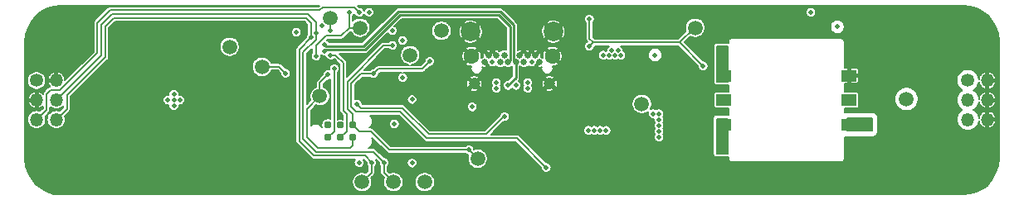
<source format=gbr>
G04 #@! TF.GenerationSoftware,KiCad,Pcbnew,(5.0.1)-rc2*
G04 #@! TF.CreationDate,2018-10-22T17:39:59-07:00*
G04 #@! TF.ProjectId,nixie_bottom_board,6E697869655F626F74746F6D5F626F61,rev?*
G04 #@! TF.SameCoordinates,Original*
G04 #@! TF.FileFunction,Copper,L4,Bot,Signal*
G04 #@! TF.FilePolarity,Positive*
%FSLAX46Y46*%
G04 Gerber Fmt 4.6, Leading zero omitted, Abs format (unit mm)*
G04 Created by KiCad (PCBNEW (5.0.1)-rc2) date 10/22/2018 5:39:59 PM*
%MOMM*%
%LPD*%
G01*
G04 APERTURE LIST*
G04 #@! TA.AperFunction,BGAPad,CuDef*
%ADD10C,1.500000*%
G04 #@! TD*
G04 #@! TA.AperFunction,ComponentPad*
%ADD11C,1.200000*%
G04 #@! TD*
G04 #@! TA.AperFunction,ComponentPad*
%ADD12C,0.650000*%
G04 #@! TD*
G04 #@! TA.AperFunction,ComponentPad*
%ADD13C,2.000000*%
G04 #@! TD*
G04 #@! TA.AperFunction,ComponentPad*
%ADD14C,1.600000*%
G04 #@! TD*
G04 #@! TA.AperFunction,BGAPad,CuDef*
%ADD15C,0.787400*%
G04 #@! TD*
G04 #@! TA.AperFunction,SMDPad,CuDef*
%ADD16R,1.500000X1.170000*%
G04 #@! TD*
G04 #@! TA.AperFunction,ComponentPad*
%ADD17C,1.350000*%
G04 #@! TD*
G04 #@! TA.AperFunction,ComponentPad*
%ADD18O,1.350000X1.350000*%
G04 #@! TD*
G04 #@! TA.AperFunction,ComponentPad*
%ADD19C,0.800000*%
G04 #@! TD*
G04 #@! TA.AperFunction,ComponentPad*
%ADD20C,4.500000*%
G04 #@! TD*
G04 #@! TA.AperFunction,ComponentPad*
%ADD21C,5.000000*%
G04 #@! TD*
G04 #@! TA.AperFunction,ViaPad*
%ADD22C,0.508000*%
G04 #@! TD*
G04 #@! TA.AperFunction,Conductor*
%ADD23C,0.200000*%
G04 #@! TD*
G04 #@! TA.AperFunction,Conductor*
%ADD24C,0.250000*%
G04 #@! TD*
G04 #@! TA.AperFunction,Conductor*
%ADD25C,0.150000*%
G04 #@! TD*
G04 APERTURE END LIST*
D10*
G04 #@! TO.P,J18,1*
G04 #@! TO.N,/NRST*
X146500000Y-106000000D03*
G04 #@! TD*
G04 #@! TO.P,J17,1*
G04 #@! TO.N,/SWO*
X130400000Y-99600000D03*
G04 #@! TD*
D11*
G04 #@! TO.P,J1,S1*
G04 #@! TO.N,/GND*
X146155000Y-98310000D03*
X153845000Y-98310000D03*
D12*
G04 #@! TO.P,J1,B11*
X152400000Y-95410000D03*
G04 #@! TO.P,J1,B10*
X151600000Y-95410000D03*
G04 #@! TO.P,J1,B8*
X150800000Y-95410000D03*
G04 #@! TO.P,J1,B5*
G04 #@! TO.N,/CC2*
X149200000Y-95410000D03*
G04 #@! TO.P,J1,B3*
G04 #@! TO.N,/GND*
X148400000Y-95410000D03*
G04 #@! TO.P,J1,B2*
X147600000Y-95410000D03*
G04 #@! TO.P,J1,B12*
X152800000Y-96110000D03*
G04 #@! TO.P,J1,B9*
G04 #@! TO.N,/VBUS*
X151200000Y-96110000D03*
G04 #@! TO.P,J1,B7*
G04 #@! TO.N,/USB_N*
X150400000Y-96110000D03*
G04 #@! TO.P,J1,B6*
G04 #@! TO.N,/USB_P*
X149600000Y-96110000D03*
G04 #@! TO.P,J1,B4*
G04 #@! TO.N,/VBUS*
X148800000Y-96110000D03*
G04 #@! TO.P,J1,B1*
G04 #@! TO.N,/GND*
X147200000Y-96110000D03*
D13*
G04 #@! TO.P,J1,S1*
X154220000Y-92995000D03*
X145780000Y-92995000D03*
D14*
X145870000Y-95510000D03*
X154130000Y-95510000D03*
G04 #@! TD*
D15*
G04 #@! TO.P,J2,6*
G04 #@! TO.N,/SWO*
X133770000Y-103835000D03*
G04 #@! TO.P,J2,5*
G04 #@! TO.N,/NRST*
X133770000Y-102565000D03*
G04 #@! TO.P,J2,4*
G04 #@! TO.N,/SWDIO*
X132500000Y-103835000D03*
G04 #@! TO.P,J2,3*
G04 #@! TO.N,/GND*
X132500000Y-102565000D03*
G04 #@! TO.P,J2,2*
G04 #@! TO.N,/SWCLK*
X131230000Y-103835000D03*
G04 #@! TO.P,J2,1*
G04 #@! TO.N,/VDD*
X131230000Y-102565000D03*
G04 #@! TD*
D10*
G04 #@! TO.P,J16,1*
G04 #@! TO.N,/VBUS*
X163250000Y-100400000D03*
G04 #@! TD*
G04 #@! TO.P,J15,1*
G04 #@! TO.N,/VNIXIE*
X121200000Y-94550000D03*
G04 #@! TD*
G04 #@! TO.P,J12,1*
G04 #@! TO.N,/SDA*
X134700000Y-108400000D03*
G04 #@! TD*
G04 #@! TO.P,J11,1*
G04 #@! TO.N,/SCL*
X137900000Y-108400000D03*
G04 #@! TD*
G04 #@! TO.P,J13,1*
G04 #@! TO.N,/DAC*
X124500000Y-96600000D03*
G04 #@! TD*
G04 #@! TO.P,J14,1*
G04 #@! TO.N,/VDD*
X141100000Y-108400000D03*
G04 #@! TD*
G04 #@! TO.P,J10,1*
G04 #@! TO.N,/32kHz*
X139600000Y-95400000D03*
G04 #@! TD*
G04 #@! TO.P,J9,1*
G04 #@! TO.N,/AMP_EN*
X134500000Y-92600000D03*
G04 #@! TD*
G04 #@! TO.P,J8,1*
G04 #@! TO.N,/HV_OUT*
X190250000Y-99900000D03*
G04 #@! TD*
G04 #@! TO.P,J7,1*
G04 #@! TO.N,/HV_EN*
X168700000Y-92600000D03*
G04 #@! TD*
G04 #@! TO.P,J6,1*
G04 #@! TO.N,/ILM*
X142800000Y-92900000D03*
G04 #@! TD*
D16*
G04 #@! TO.P,T1,1*
G04 #@! TO.N,/GND*
X184400000Y-97500000D03*
G04 #@! TO.P,T1,2*
G04 #@! TO.N,Net-(T1-Pad2)*
X184400000Y-100000000D03*
G04 #@! TO.P,T1,3*
G04 #@! TO.N,Net-(D4-Pad2)*
X184400000Y-102500000D03*
G04 #@! TO.P,T1,4*
G04 #@! TO.N,Net-(Q1-Pad1)*
X171600000Y-102500000D03*
G04 #@! TO.P,T1,6*
G04 #@! TO.N,/HV_IN*
X171600000Y-97500000D03*
G04 #@! TO.P,T1,5*
G04 #@! TO.N,N/C*
X171600000Y-100000000D03*
G04 #@! TD*
D17*
G04 #@! TO.P,J4,1*
G04 #@! TO.N,/VNIXIE*
X101500000Y-98000000D03*
D18*
G04 #@! TO.P,J4,2*
G04 #@! TO.N,/GND*
X103500000Y-98000000D03*
G04 #@! TO.P,J4,3*
X101500000Y-100000000D03*
G04 #@! TO.P,J4,4*
G04 #@! TO.N,/SCL*
X103500000Y-100000000D03*
G04 #@! TO.P,J4,5*
G04 #@! TO.N,/NIXIE_EN*
X101500000Y-102000000D03*
G04 #@! TO.P,J4,6*
G04 #@! TO.N,/SDA*
X103500000Y-102000000D03*
G04 #@! TD*
D17*
G04 #@! TO.P,J3,1*
G04 #@! TO.N,/HV_OUT*
X196500000Y-98000000D03*
D18*
G04 #@! TO.P,J3,2*
G04 #@! TO.N,/GND*
X198500000Y-98000000D03*
G04 #@! TO.P,J3,3*
G04 #@! TO.N,/HV_OUT*
X196500000Y-100000000D03*
G04 #@! TO.P,J3,4*
G04 #@! TO.N,/GND*
X198500000Y-100000000D03*
G04 #@! TO.P,J3,5*
G04 #@! TO.N,/HV_OUT*
X196500000Y-102000000D03*
G04 #@! TO.P,J3,6*
G04 #@! TO.N,/GND*
X198500000Y-102000000D03*
G04 #@! TD*
D10*
G04 #@! TO.P,J5,1*
G04 #@! TO.N,/MCO*
X131500000Y-91600000D03*
G04 #@! TD*
D19*
G04 #@! TO.P,MH1,1*
G04 #@! TO.N,/GND*
X104237437Y-91862563D03*
X104750000Y-93100000D03*
X104237437Y-94337437D03*
X103000000Y-94850000D03*
X101762563Y-94337437D03*
X101250000Y-93100000D03*
X101762563Y-91862563D03*
X103000000Y-91350000D03*
D20*
X103000000Y-93100000D03*
G04 #@! TD*
G04 #@! TO.P,MH2,1*
G04 #@! TO.N,/GND*
X103000000Y-107000000D03*
D19*
X103000000Y-105250000D03*
X101762563Y-105762563D03*
X101250000Y-107000000D03*
X101762563Y-108237437D03*
X103000000Y-108750000D03*
X104237437Y-108237437D03*
X104750000Y-107000000D03*
X104237437Y-105762563D03*
G04 #@! TD*
G04 #@! TO.P,MH3,1*
G04 #@! TO.N,/GND*
X198237437Y-91762563D03*
X198750000Y-93000000D03*
X198237437Y-94237437D03*
X197000000Y-94750000D03*
X195762563Y-94237437D03*
X195250000Y-93000000D03*
X195762563Y-91762563D03*
X197000000Y-91250000D03*
D20*
X197000000Y-93000000D03*
G04 #@! TD*
G04 #@! TO.P,MH4,1*
G04 #@! TO.N,/GND*
X197000000Y-107200000D03*
D19*
X197000000Y-105450000D03*
X195762563Y-105962563D03*
X195250000Y-107200000D03*
X195762563Y-108437437D03*
X197000000Y-108950000D03*
X198237437Y-108437437D03*
X198750000Y-107200000D03*
X198237437Y-105962563D03*
G04 #@! TD*
D21*
G04 #@! TO.P,MH6,1*
G04 #@! TO.N,/GND*
X157000000Y-100000000D03*
D19*
X158875000Y-100000000D03*
X158325825Y-101325825D03*
X157000000Y-101875000D03*
X155674175Y-101325825D03*
X155125000Y-100000000D03*
X155674175Y-98674175D03*
X157000000Y-98125000D03*
X158325825Y-98674175D03*
G04 #@! TD*
G04 #@! TO.P,MH5,1*
G04 #@! TO.N,/GND*
X144325825Y-98674175D03*
X143000000Y-98125000D03*
X141674175Y-98674175D03*
X141125000Y-100000000D03*
X141674175Y-101325825D03*
X143000000Y-101875000D03*
X144325825Y-101325825D03*
X144875000Y-100000000D03*
D21*
X143000000Y-100000000D03*
G04 #@! TD*
D22*
G04 #@! TO.N,Net-(Q1-Pad1)*
X171200000Y-105200000D03*
X171800000Y-105200000D03*
X171200000Y-104600000D03*
X171800000Y-104600000D03*
X171200000Y-104000000D03*
X171800000Y-104000000D03*
X171200000Y-103400000D03*
X171800000Y-103400000D03*
X171200000Y-102800000D03*
X171800000Y-102800000D03*
X171200000Y-102200000D03*
X171800000Y-102200000D03*
G04 #@! TO.N,/HV_OUT*
X164600000Y-95400000D03*
X190250000Y-99900000D03*
X183200000Y-92500000D03*
G04 #@! TO.N,/VBUS*
X165000000Y-101400000D03*
X164400000Y-101400000D03*
X165000000Y-102000000D03*
X165000000Y-102600000D03*
X165000000Y-103200000D03*
X160200000Y-94900000D03*
X159300000Y-95400000D03*
X159900000Y-95400000D03*
X160500000Y-95400000D03*
X161100000Y-95400000D03*
X160800000Y-94900000D03*
X151600000Y-98200000D03*
X151600000Y-98800000D03*
X148400000Y-98200000D03*
X148400000Y-98800000D03*
X148000000Y-96100000D03*
X165000000Y-103800000D03*
X152000000Y-96100000D03*
X163250000Y-100400000D03*
G04 #@! TO.N,/VDD*
X130600000Y-92400000D03*
X139800000Y-106450000D03*
X145950000Y-100700000D03*
X141100000Y-108400000D03*
X138000000Y-102450000D03*
X139800000Y-99950000D03*
X131230000Y-102565000D03*
X128000000Y-93050000D03*
X159600000Y-103100000D03*
X159000000Y-103100000D03*
X158400000Y-103100000D03*
X157800000Y-103100000D03*
X138850000Y-97700000D03*
X138850000Y-93900000D03*
G04 #@! TO.N,/VNIXIE*
X121200000Y-94550000D03*
G04 #@! TO.N,/SCL*
X130000000Y-93100000D03*
X136950000Y-106400000D03*
G04 #@! TO.N,/SDA*
X129500000Y-93600000D03*
X135675000Y-106400000D03*
G04 #@! TO.N,/HV_EN*
X169500000Y-96500000D03*
X157900000Y-94500000D03*
X157900000Y-91700000D03*
G04 #@! TO.N,/SWO*
X131225000Y-97400000D03*
G04 #@! TO.N,/NRST*
X137800000Y-94400000D03*
X145600000Y-105100000D03*
X133770000Y-102565000D03*
G04 #@! TO.N,/DAC*
X135400000Y-91000000D03*
X126900000Y-97250000D03*
G04 #@! TO.N,/USB_N*
X149600000Y-98500000D03*
X130900000Y-94325000D03*
G04 #@! TO.N,/USB_P*
X130900000Y-94975000D03*
X150400000Y-98500000D03*
G04 #@! TO.N,Net-(D4-Pad2)*
X184000000Y-102800000D03*
X184600000Y-102800000D03*
X185800000Y-102800000D03*
X186400000Y-102800000D03*
X186400000Y-102200000D03*
X185800000Y-102200000D03*
X184600000Y-102200000D03*
X184000000Y-102200000D03*
X185200000Y-102200000D03*
X185200000Y-102800000D03*
G04 #@! TO.N,/SWDIO*
X131500000Y-95400000D03*
G04 #@! TO.N,/SWCLK*
X131875000Y-96800000D03*
G04 #@! TO.N,/GND*
X134500000Y-93800000D03*
X133900000Y-93800000D03*
X133300000Y-93800000D03*
X134500000Y-95500000D03*
X133900000Y-95500000D03*
X133300000Y-95500000D03*
X171900000Y-101300000D03*
X171300000Y-101300000D03*
X167687500Y-99668750D03*
X168512500Y-99668750D03*
X168512500Y-98956250D03*
X167687500Y-98956250D03*
X167687500Y-98243750D03*
X168512500Y-98243750D03*
X168512500Y-97531250D03*
X167687500Y-97531250D03*
X128000000Y-92250000D03*
X166350000Y-100800000D03*
X165750000Y-100800000D03*
X164600000Y-99750000D03*
X164500000Y-92800000D03*
X162100000Y-95200000D03*
X162700000Y-95200000D03*
X163300000Y-95200000D03*
X132500000Y-102565000D03*
X129800000Y-101300000D03*
X130900000Y-96300000D03*
X137900000Y-97800000D03*
X157900000Y-106150000D03*
X158500000Y-106150000D03*
X159100000Y-106150000D03*
X159700000Y-106150000D03*
X163000000Y-105000000D03*
X163000000Y-105600000D03*
X163000000Y-106200000D03*
X163000000Y-106800000D03*
X163000000Y-107400000D03*
X165100000Y-92800000D03*
X164500000Y-93400000D03*
X165100000Y-93400000D03*
X150000000Y-100700000D03*
X165850000Y-96150000D03*
X166450000Y-96150000D03*
X166450000Y-95550000D03*
X165850000Y-95550000D03*
X151700000Y-102550000D03*
X172600000Y-93500000D03*
X173200000Y-93500000D03*
X173800000Y-93500000D03*
X174400000Y-93500000D03*
G04 #@! TO.N,/HV_IN*
X171800000Y-94800000D03*
X171200000Y-94800000D03*
X171200000Y-95400000D03*
X171800000Y-95400000D03*
X171800000Y-97200000D03*
X171800000Y-97800000D03*
X171200000Y-97200000D03*
X171200000Y-97800000D03*
X171800000Y-96600000D03*
X171200000Y-96600000D03*
X171200000Y-96000000D03*
X171800000Y-96000000D03*
G04 #@! TO.N,/USB*
X134200000Y-100400000D03*
X149250000Y-101700000D03*
G04 #@! TO.N,/ILM*
X142800000Y-92900000D03*
G04 #@! TO.N,/32kHz*
X139600000Y-95400000D03*
G04 #@! TO.N,/AMP_EN*
X130000000Y-95500000D03*
X133400000Y-91000000D03*
G04 #@! TO.N,Net-(BT1-Pad1)*
X114900000Y-100000000D03*
X115500000Y-100600000D03*
X115500000Y-99400000D03*
X134400000Y-106400000D03*
X116100000Y-100000000D03*
X115500000Y-100000000D03*
G04 #@! TO.N,/NIXIE_EN*
X134400000Y-91000000D03*
G04 #@! TO.N,/MCO*
X131500000Y-92900000D03*
G04 #@! TO.N,Net-(R2-Pad1)*
X135900000Y-97300000D03*
X153500000Y-106900000D03*
X141600000Y-96050000D03*
G04 #@! TO.N,Net-(R20-Pad2)*
X137800000Y-92900000D03*
X180500000Y-91000000D03*
G04 #@! TD*
D23*
G04 #@! TO.N,/SCL*
X130000000Y-92000000D02*
X130000000Y-93100000D01*
X129200000Y-91200000D02*
X130000000Y-92000000D01*
X109200000Y-91200000D02*
X129200000Y-91200000D01*
X108100000Y-92300000D02*
X109200000Y-91200000D01*
X103500000Y-100000000D02*
X108100000Y-95400000D01*
X108100000Y-95400000D02*
X108100000Y-92300000D01*
X135850000Y-105300000D02*
X136950000Y-106400000D01*
X130000000Y-105300000D02*
X135850000Y-105300000D01*
X128700000Y-104000000D02*
X130000000Y-105300000D01*
X128700000Y-95100000D02*
X128700000Y-104000000D01*
X130000000Y-93100000D02*
X130000000Y-93800000D01*
X130000000Y-93800000D02*
X128700000Y-95100000D01*
X136950000Y-107450000D02*
X137900000Y-108400000D01*
X136950000Y-106400000D02*
X136950000Y-107450000D01*
G04 #@! TO.N,/SDA*
X129000000Y-91600000D02*
X129500000Y-92100000D01*
X104600000Y-100900000D02*
X104600000Y-99500000D01*
X103500000Y-102000000D02*
X104600000Y-100900000D01*
X104600000Y-99500000D02*
X108500000Y-95600000D01*
X129500000Y-92100000D02*
X129500000Y-93600000D01*
X108500000Y-95600000D02*
X108500000Y-92500000D01*
X108500000Y-92500000D02*
X109400000Y-91600000D01*
X109400000Y-91600000D02*
X129000000Y-91600000D01*
X134975000Y-105700000D02*
X135675000Y-106400000D01*
X129800000Y-105700000D02*
X134975000Y-105700000D01*
X128300000Y-104200000D02*
X129800000Y-105700000D01*
X129500000Y-93600000D02*
X128300000Y-94800000D01*
X128300000Y-94800000D02*
X128300000Y-104200000D01*
X135675000Y-107425000D02*
X134700000Y-108400000D01*
X135675000Y-106400000D02*
X135675000Y-107425000D01*
G04 #@! TO.N,/HV_EN*
X168200000Y-92600000D02*
X168100000Y-92600000D01*
X167100000Y-94100000D02*
X169500000Y-96500000D01*
X168600000Y-92600000D02*
X168700000Y-92600000D01*
X167100000Y-94100000D02*
X168600000Y-92600000D01*
X158300000Y-94100000D02*
X167100000Y-94100000D01*
X157900000Y-94500000D02*
X158300000Y-94100000D01*
X157900000Y-91700000D02*
X157900000Y-93700000D01*
X157900000Y-93700000D02*
X158300000Y-94100000D01*
G04 #@! TO.N,/SWO*
X131225000Y-97400000D02*
X130400000Y-98225000D01*
X133770000Y-104630000D02*
X133770000Y-103835000D01*
X133500000Y-104900000D02*
X133770000Y-104630000D01*
X130200000Y-104900000D02*
X133500000Y-104900000D01*
X129100000Y-103800000D02*
X130200000Y-104900000D01*
X130400000Y-99600000D02*
X129100000Y-100900000D01*
X129100000Y-100900000D02*
X129100000Y-103800000D01*
X130400000Y-99600000D02*
X130400000Y-98225000D01*
G04 #@! TO.N,/NRST*
X135600000Y-103200000D02*
X137500000Y-105100000D01*
X133770000Y-102565000D02*
X134405000Y-103200000D01*
X134405000Y-103200000D02*
X135600000Y-103200000D01*
X145600000Y-105100000D02*
X146500000Y-106000000D01*
X137500000Y-105100000D02*
X145600000Y-105100000D01*
X136900000Y-94400000D02*
X137800000Y-94400000D01*
X133200000Y-98100000D02*
X136900000Y-94400000D01*
X133200000Y-100900000D02*
X133200000Y-98100000D01*
X133770000Y-102565000D02*
X133770000Y-101470000D01*
X133770000Y-101470000D02*
X133200000Y-100900000D01*
G04 #@! TO.N,/DAC*
X124650000Y-96450000D02*
X124500000Y-96600000D01*
X126250000Y-96600000D02*
X124500000Y-96600000D01*
X126900000Y-97250000D02*
X126250000Y-96600000D01*
D24*
G04 #@! TO.N,/USB_N*
X150400000Y-97700000D02*
X150400000Y-96110000D01*
X149600000Y-98500000D02*
X150400000Y-97700000D01*
X150188500Y-95898500D02*
X150400000Y-96110000D01*
X150188500Y-92321920D02*
X150188500Y-95898500D01*
X148778080Y-90911500D02*
X150188500Y-92321920D01*
X130900000Y-94325000D02*
X131036500Y-94461500D01*
X131036500Y-94461500D02*
X134871920Y-94461500D01*
X134871920Y-94461500D02*
X138421920Y-90911500D01*
X138421920Y-90911500D02*
X148778080Y-90911500D01*
G04 #@! TO.N,/USB_P*
X149811500Y-95898500D02*
X149600000Y-96110000D01*
X149811500Y-92478080D02*
X149811500Y-95898500D01*
X148621920Y-91288500D02*
X149811500Y-92478080D01*
X138578080Y-91288500D02*
X148621920Y-91288500D01*
X135028080Y-94838500D02*
X138578080Y-91288500D01*
X130900000Y-94975000D02*
X131036500Y-94838500D01*
X131036500Y-94838500D02*
X135028080Y-94838500D01*
D23*
G04 #@! TO.N,/SWDIO*
X133125000Y-103210000D02*
X132500000Y-103835000D01*
X133125000Y-101425000D02*
X133125000Y-103210000D01*
X132800000Y-101100000D02*
X133125000Y-101425000D01*
X132800000Y-96200000D02*
X132800000Y-101100000D01*
X131500000Y-95400000D02*
X132000000Y-95400000D01*
X132000000Y-95400000D02*
X132800000Y-96200000D01*
G04 #@! TO.N,/SWCLK*
X131875000Y-103190000D02*
X131230000Y-103835000D01*
X131875000Y-96800000D02*
X131875000Y-103190000D01*
G04 #@! TO.N,/USB*
X134600000Y-100800000D02*
X134200000Y-100400000D01*
X138800000Y-100800000D02*
X134600000Y-100800000D01*
X141500000Y-103500000D02*
X138800000Y-100800000D01*
X147350000Y-103500000D02*
X141500000Y-103500000D01*
X149250000Y-101600000D02*
X147350000Y-103500000D01*
G04 #@! TO.N,/AMP_EN*
X133400000Y-92600000D02*
X133400000Y-91000000D01*
X134500000Y-92600000D02*
X133400000Y-92600000D01*
X132600000Y-93400000D02*
X133400000Y-92600000D01*
X131000000Y-93400000D02*
X132600000Y-93400000D01*
X130000000Y-95500000D02*
X130000000Y-94400000D01*
X130000000Y-94400000D02*
X131000000Y-93400000D01*
G04 #@! TO.N,/NIXIE_EN*
X130700000Y-90500000D02*
X133900000Y-90500000D01*
X130400000Y-90800000D02*
X130700000Y-90500000D01*
X109000000Y-90800000D02*
X130400000Y-90800000D01*
X102500000Y-101000000D02*
X102500000Y-99400000D01*
X107700000Y-92100000D02*
X109000000Y-90800000D01*
X101500000Y-102000000D02*
X102500000Y-101000000D01*
X102500000Y-99400000D02*
X102900000Y-99000000D01*
X133900000Y-90500000D02*
X134400000Y-91000000D01*
X102900000Y-99000000D02*
X103900000Y-99000000D01*
X103900000Y-99000000D02*
X107700000Y-95200000D01*
X107700000Y-95200000D02*
X107700000Y-92100000D01*
G04 #@! TO.N,/MCO*
X131500000Y-92900000D02*
X131500000Y-91600000D01*
G04 #@! TO.N,Net-(R2-Pad1)*
X150500000Y-103900000D02*
X153500000Y-106900000D01*
X134600000Y-97300000D02*
X133600000Y-98300000D01*
X141300000Y-103900000D02*
X150500000Y-103900000D01*
X135900000Y-97300000D02*
X134600000Y-97300000D01*
X133600000Y-98300000D02*
X133600000Y-100700000D01*
X133600000Y-100700000D02*
X134100000Y-101200000D01*
X134100000Y-101200000D02*
X138600000Y-101200000D01*
X138600000Y-101200000D02*
X141300000Y-103900000D01*
X136400000Y-96800000D02*
X135900000Y-97300000D01*
X141600000Y-96050000D02*
X140850000Y-96800000D01*
X140850000Y-96800000D02*
X136400000Y-96800000D01*
G04 #@! TD*
D25*
G04 #@! TO.N,/GND*
G36*
X130244671Y-90425000D02*
X109018416Y-90425000D01*
X109000000Y-90423186D01*
X108981584Y-90425000D01*
X108981581Y-90425000D01*
X108926487Y-90430426D01*
X108855800Y-90451869D01*
X108838433Y-90461152D01*
X108790653Y-90486690D01*
X108762779Y-90509566D01*
X108733552Y-90533552D01*
X108721810Y-90547860D01*
X107447862Y-91821809D01*
X107433553Y-91833552D01*
X107415960Y-91854989D01*
X107386691Y-91890654D01*
X107355969Y-91948131D01*
X107351870Y-91955800D01*
X107339876Y-91995340D01*
X107330427Y-92026488D01*
X107323186Y-92100000D01*
X107325001Y-92118426D01*
X107325000Y-95044670D01*
X104400000Y-97969671D01*
X104400000Y-97874998D01*
X104334439Y-97874998D01*
X104360750Y-97737113D01*
X104294538Y-97577242D01*
X104196795Y-97430359D01*
X104072275Y-97305367D01*
X103925763Y-97207069D01*
X103762889Y-97139243D01*
X103625000Y-97164965D01*
X103625000Y-97875000D01*
X103645000Y-97875000D01*
X103645000Y-98125000D01*
X103625000Y-98125000D01*
X103625000Y-98145000D01*
X103375000Y-98145000D01*
X103375000Y-98125000D01*
X102665561Y-98125000D01*
X102639250Y-98262887D01*
X102705462Y-98422758D01*
X102803205Y-98569641D01*
X102860430Y-98627083D01*
X102826487Y-98630426D01*
X102755800Y-98651869D01*
X102755798Y-98651870D01*
X102690652Y-98686691D01*
X102663870Y-98708671D01*
X102633552Y-98733552D01*
X102621810Y-98747860D01*
X102247861Y-99121810D01*
X102233553Y-99133552D01*
X102221811Y-99147860D01*
X102186691Y-99190654D01*
X102165432Y-99230427D01*
X102151870Y-99255800D01*
X102130879Y-99324999D01*
X102130427Y-99326488D01*
X102127088Y-99360388D01*
X102072275Y-99305367D01*
X101925763Y-99207069D01*
X101762889Y-99139243D01*
X101625000Y-99164965D01*
X101625000Y-99875000D01*
X101645000Y-99875000D01*
X101645000Y-100125000D01*
X101625000Y-100125000D01*
X101625000Y-100835035D01*
X101762889Y-100860757D01*
X101925763Y-100792931D01*
X102072275Y-100694633D01*
X102125000Y-100641708D01*
X102125000Y-100844670D01*
X101854792Y-101114878D01*
X101686232Y-101063746D01*
X101546665Y-101050000D01*
X101453335Y-101050000D01*
X101313768Y-101063746D01*
X101134692Y-101118068D01*
X100969655Y-101206282D01*
X100824999Y-101324999D01*
X100706282Y-101469655D01*
X100618068Y-101634692D01*
X100563746Y-101813768D01*
X100545404Y-102000000D01*
X100563746Y-102186232D01*
X100618068Y-102365308D01*
X100706282Y-102530345D01*
X100824999Y-102675001D01*
X100969655Y-102793718D01*
X101134692Y-102881932D01*
X101313768Y-102936254D01*
X101453335Y-102950000D01*
X101546665Y-102950000D01*
X101686232Y-102936254D01*
X101865308Y-102881932D01*
X102030345Y-102793718D01*
X102175001Y-102675001D01*
X102293718Y-102530345D01*
X102381932Y-102365308D01*
X102436254Y-102186232D01*
X102454596Y-102000000D01*
X102436254Y-101813768D01*
X102385122Y-101645208D01*
X102752140Y-101278190D01*
X102766448Y-101266448D01*
X102795370Y-101231206D01*
X102813310Y-101209347D01*
X102843887Y-101152140D01*
X102848131Y-101144200D01*
X102869574Y-101073513D01*
X102875000Y-101018419D01*
X102875000Y-101018416D01*
X102876814Y-101000000D01*
X102875000Y-100981584D01*
X102875000Y-100716036D01*
X102969655Y-100793718D01*
X103134692Y-100881932D01*
X103313768Y-100936254D01*
X103453335Y-100950000D01*
X103546665Y-100950000D01*
X103686232Y-100936254D01*
X103865308Y-100881932D01*
X104030345Y-100793718D01*
X104175001Y-100675001D01*
X104225000Y-100614077D01*
X104225000Y-100744670D01*
X103854792Y-101114878D01*
X103686232Y-101063746D01*
X103546665Y-101050000D01*
X103453335Y-101050000D01*
X103313768Y-101063746D01*
X103134692Y-101118068D01*
X102969655Y-101206282D01*
X102824999Y-101324999D01*
X102706282Y-101469655D01*
X102618068Y-101634692D01*
X102563746Y-101813768D01*
X102545404Y-102000000D01*
X102563746Y-102186232D01*
X102618068Y-102365308D01*
X102706282Y-102530345D01*
X102824999Y-102675001D01*
X102969655Y-102793718D01*
X103134692Y-102881932D01*
X103313768Y-102936254D01*
X103453335Y-102950000D01*
X103546665Y-102950000D01*
X103686232Y-102936254D01*
X103865308Y-102881932D01*
X104030345Y-102793718D01*
X104175001Y-102675001D01*
X104293718Y-102530345D01*
X104381932Y-102365308D01*
X104436254Y-102186232D01*
X104454596Y-102000000D01*
X104436254Y-101813768D01*
X104385122Y-101645208D01*
X104852141Y-101178189D01*
X104866448Y-101166448D01*
X104913309Y-101109347D01*
X104948131Y-101044200D01*
X104969574Y-100973513D01*
X104975000Y-100918419D01*
X104975000Y-100918416D01*
X104976814Y-100900000D01*
X104975000Y-100881581D01*
X104975000Y-99947898D01*
X114371000Y-99947898D01*
X114371000Y-100052102D01*
X114391329Y-100154304D01*
X114431206Y-100250576D01*
X114489099Y-100337218D01*
X114562782Y-100410901D01*
X114649424Y-100468794D01*
X114745696Y-100508671D01*
X114847898Y-100529000D01*
X114952102Y-100529000D01*
X114975692Y-100524308D01*
X114971000Y-100547898D01*
X114971000Y-100652102D01*
X114991329Y-100754304D01*
X115031206Y-100850576D01*
X115089099Y-100937218D01*
X115162782Y-101010901D01*
X115249424Y-101068794D01*
X115345696Y-101108671D01*
X115447898Y-101129000D01*
X115552102Y-101129000D01*
X115654304Y-101108671D01*
X115750576Y-101068794D01*
X115837218Y-101010901D01*
X115910901Y-100937218D01*
X115968794Y-100850576D01*
X116008671Y-100754304D01*
X116029000Y-100652102D01*
X116029000Y-100547898D01*
X116024308Y-100524308D01*
X116047898Y-100529000D01*
X116152102Y-100529000D01*
X116254304Y-100508671D01*
X116350576Y-100468794D01*
X116437218Y-100410901D01*
X116510901Y-100337218D01*
X116568794Y-100250576D01*
X116608671Y-100154304D01*
X116629000Y-100052102D01*
X116629000Y-99947898D01*
X116608671Y-99845696D01*
X116568794Y-99749424D01*
X116510901Y-99662782D01*
X116437218Y-99589099D01*
X116350576Y-99531206D01*
X116254304Y-99491329D01*
X116152102Y-99471000D01*
X116047898Y-99471000D01*
X116024308Y-99475692D01*
X116029000Y-99452102D01*
X116029000Y-99347898D01*
X116008671Y-99245696D01*
X115968794Y-99149424D01*
X115910901Y-99062782D01*
X115837218Y-98989099D01*
X115750576Y-98931206D01*
X115654304Y-98891329D01*
X115552102Y-98871000D01*
X115447898Y-98871000D01*
X115345696Y-98891329D01*
X115249424Y-98931206D01*
X115162782Y-98989099D01*
X115089099Y-99062782D01*
X115031206Y-99149424D01*
X114991329Y-99245696D01*
X114971000Y-99347898D01*
X114971000Y-99452102D01*
X114975692Y-99475692D01*
X114952102Y-99471000D01*
X114847898Y-99471000D01*
X114745696Y-99491329D01*
X114649424Y-99531206D01*
X114562782Y-99589099D01*
X114489099Y-99662782D01*
X114431206Y-99749424D01*
X114391329Y-99845696D01*
X114371000Y-99947898D01*
X104975000Y-99947898D01*
X104975000Y-99655329D01*
X108131283Y-96499046D01*
X123475000Y-96499046D01*
X123475000Y-96700954D01*
X123514390Y-96898982D01*
X123591656Y-97085520D01*
X123703830Y-97253400D01*
X123846600Y-97396170D01*
X124014480Y-97508344D01*
X124201018Y-97585610D01*
X124399046Y-97625000D01*
X124600954Y-97625000D01*
X124798982Y-97585610D01*
X124985520Y-97508344D01*
X125153400Y-97396170D01*
X125296170Y-97253400D01*
X125408344Y-97085520D01*
X125454123Y-96975000D01*
X126094671Y-96975000D01*
X126371000Y-97251330D01*
X126371000Y-97302102D01*
X126391329Y-97404304D01*
X126431206Y-97500576D01*
X126489099Y-97587218D01*
X126562782Y-97660901D01*
X126649424Y-97718794D01*
X126745696Y-97758671D01*
X126847898Y-97779000D01*
X126952102Y-97779000D01*
X127054304Y-97758671D01*
X127150576Y-97718794D01*
X127237218Y-97660901D01*
X127310901Y-97587218D01*
X127368794Y-97500576D01*
X127408671Y-97404304D01*
X127429000Y-97302102D01*
X127429000Y-97197898D01*
X127408671Y-97095696D01*
X127368794Y-96999424D01*
X127310901Y-96912782D01*
X127237218Y-96839099D01*
X127150576Y-96781206D01*
X127054304Y-96741329D01*
X126952102Y-96721000D01*
X126901330Y-96721000D01*
X126528195Y-96347866D01*
X126516448Y-96333552D01*
X126459347Y-96286691D01*
X126394200Y-96251869D01*
X126323513Y-96230426D01*
X126268419Y-96225000D01*
X126268416Y-96225000D01*
X126250000Y-96223186D01*
X126231584Y-96225000D01*
X125454123Y-96225000D01*
X125408344Y-96114480D01*
X125296170Y-95946600D01*
X125153400Y-95803830D01*
X124985520Y-95691656D01*
X124798982Y-95614390D01*
X124600954Y-95575000D01*
X124399046Y-95575000D01*
X124201018Y-95614390D01*
X124014480Y-95691656D01*
X123846600Y-95803830D01*
X123703830Y-95946600D01*
X123591656Y-96114480D01*
X123514390Y-96301018D01*
X123475000Y-96499046D01*
X108131283Y-96499046D01*
X108752140Y-95878190D01*
X108766448Y-95866448D01*
X108813309Y-95809347D01*
X108848131Y-95744200D01*
X108869574Y-95673513D01*
X108875000Y-95618419D01*
X108875000Y-95618416D01*
X108876814Y-95600000D01*
X108875000Y-95581584D01*
X108875000Y-94449046D01*
X120175000Y-94449046D01*
X120175000Y-94650954D01*
X120214390Y-94848982D01*
X120291656Y-95035520D01*
X120403830Y-95203400D01*
X120546600Y-95346170D01*
X120714480Y-95458344D01*
X120901018Y-95535610D01*
X121099046Y-95575000D01*
X121300954Y-95575000D01*
X121498982Y-95535610D01*
X121685520Y-95458344D01*
X121853400Y-95346170D01*
X121996170Y-95203400D01*
X122108344Y-95035520D01*
X122185610Y-94848982D01*
X122225000Y-94650954D01*
X122225000Y-94449046D01*
X122185610Y-94251018D01*
X122108344Y-94064480D01*
X121996170Y-93896600D01*
X121853400Y-93753830D01*
X121685520Y-93641656D01*
X121498982Y-93564390D01*
X121300954Y-93525000D01*
X121099046Y-93525000D01*
X120901018Y-93564390D01*
X120714480Y-93641656D01*
X120546600Y-93753830D01*
X120403830Y-93896600D01*
X120291656Y-94064480D01*
X120214390Y-94251018D01*
X120175000Y-94449046D01*
X108875000Y-94449046D01*
X108875000Y-92997898D01*
X127471000Y-92997898D01*
X127471000Y-93102102D01*
X127491329Y-93204304D01*
X127531206Y-93300576D01*
X127589099Y-93387218D01*
X127662782Y-93460901D01*
X127749424Y-93518794D01*
X127845696Y-93558671D01*
X127947898Y-93579000D01*
X128052102Y-93579000D01*
X128154304Y-93558671D01*
X128250576Y-93518794D01*
X128337218Y-93460901D01*
X128410901Y-93387218D01*
X128468794Y-93300576D01*
X128508671Y-93204304D01*
X128529000Y-93102102D01*
X128529000Y-92997898D01*
X128508671Y-92895696D01*
X128468794Y-92799424D01*
X128410901Y-92712782D01*
X128337218Y-92639099D01*
X128250576Y-92581206D01*
X128154304Y-92541329D01*
X128052102Y-92521000D01*
X127947898Y-92521000D01*
X127845696Y-92541329D01*
X127749424Y-92581206D01*
X127662782Y-92639099D01*
X127589099Y-92712782D01*
X127531206Y-92799424D01*
X127491329Y-92895696D01*
X127471000Y-92997898D01*
X108875000Y-92997898D01*
X108875000Y-92655329D01*
X109555330Y-91975000D01*
X128844671Y-91975000D01*
X129125000Y-92255330D01*
X129125001Y-93226880D01*
X129089099Y-93262782D01*
X129031206Y-93349424D01*
X128991329Y-93445696D01*
X128971000Y-93547898D01*
X128971000Y-93598669D01*
X128047866Y-94521805D01*
X128033552Y-94533552D01*
X127986691Y-94590654D01*
X127951869Y-94655801D01*
X127930426Y-94726488D01*
X127925470Y-94776814D01*
X127923186Y-94800000D01*
X127925000Y-94818416D01*
X127925001Y-104181574D01*
X127923186Y-104200000D01*
X127927927Y-104248130D01*
X127930427Y-104273513D01*
X127932962Y-104281870D01*
X127951870Y-104344200D01*
X127969303Y-104376814D01*
X127986692Y-104409347D01*
X128033553Y-104466448D01*
X128047862Y-104478191D01*
X129521809Y-105952139D01*
X129533552Y-105966448D01*
X129590653Y-106013309D01*
X129655800Y-106048131D01*
X129726487Y-106069574D01*
X129781581Y-106075000D01*
X129781583Y-106075000D01*
X129799999Y-106076814D01*
X129818415Y-106075000D01*
X133980935Y-106075000D01*
X133931206Y-106149424D01*
X133891329Y-106245696D01*
X133871000Y-106347898D01*
X133871000Y-106452102D01*
X133891329Y-106554304D01*
X133931206Y-106650576D01*
X133989099Y-106737218D01*
X134062782Y-106810901D01*
X134149424Y-106868794D01*
X134245696Y-106908671D01*
X134347898Y-106929000D01*
X134452102Y-106929000D01*
X134554304Y-106908671D01*
X134650576Y-106868794D01*
X134737218Y-106810901D01*
X134810901Y-106737218D01*
X134868794Y-106650576D01*
X134908671Y-106554304D01*
X134929000Y-106452102D01*
X134929000Y-106347898D01*
X134908671Y-106245696D01*
X134868794Y-106149424D01*
X134819065Y-106075000D01*
X134819671Y-106075000D01*
X135146000Y-106401330D01*
X135146000Y-106452102D01*
X135166329Y-106554304D01*
X135206206Y-106650576D01*
X135264099Y-106737218D01*
X135300000Y-106773119D01*
X135300001Y-107269668D01*
X135109501Y-107460168D01*
X134998982Y-107414390D01*
X134800954Y-107375000D01*
X134599046Y-107375000D01*
X134401018Y-107414390D01*
X134214480Y-107491656D01*
X134046600Y-107603830D01*
X133903830Y-107746600D01*
X133791656Y-107914480D01*
X133714390Y-108101018D01*
X133675000Y-108299046D01*
X133675000Y-108500954D01*
X133714390Y-108698982D01*
X133791656Y-108885520D01*
X133903830Y-109053400D01*
X134046600Y-109196170D01*
X134214480Y-109308344D01*
X134401018Y-109385610D01*
X134599046Y-109425000D01*
X134800954Y-109425000D01*
X134998982Y-109385610D01*
X135185520Y-109308344D01*
X135353400Y-109196170D01*
X135496170Y-109053400D01*
X135608344Y-108885520D01*
X135685610Y-108698982D01*
X135725000Y-108500954D01*
X135725000Y-108299046D01*
X135685610Y-108101018D01*
X135639832Y-107990499D01*
X135927145Y-107703186D01*
X135941448Y-107691448D01*
X135953186Y-107677145D01*
X135953189Y-107677142D01*
X135988309Y-107634347D01*
X136023130Y-107569202D01*
X136027136Y-107555996D01*
X136044574Y-107498513D01*
X136050000Y-107443419D01*
X136050000Y-107443417D01*
X136051814Y-107425001D01*
X136050000Y-107406585D01*
X136050000Y-106773119D01*
X136085901Y-106737218D01*
X136143794Y-106650576D01*
X136183671Y-106554304D01*
X136204000Y-106452102D01*
X136204000Y-106347898D01*
X136183671Y-106245696D01*
X136143794Y-106149424D01*
X136092845Y-106073175D01*
X136421000Y-106401330D01*
X136421000Y-106452102D01*
X136441329Y-106554304D01*
X136481206Y-106650576D01*
X136539099Y-106737218D01*
X136575000Y-106773119D01*
X136575001Y-107431574D01*
X136573186Y-107450000D01*
X136580427Y-107523512D01*
X136601870Y-107594200D01*
X136629647Y-107646166D01*
X136636692Y-107659347D01*
X136683553Y-107716448D01*
X136697862Y-107728191D01*
X136960169Y-107990498D01*
X136914390Y-108101018D01*
X136875000Y-108299046D01*
X136875000Y-108500954D01*
X136914390Y-108698982D01*
X136991656Y-108885520D01*
X137103830Y-109053400D01*
X137246600Y-109196170D01*
X137414480Y-109308344D01*
X137601018Y-109385610D01*
X137799046Y-109425000D01*
X138000954Y-109425000D01*
X138198982Y-109385610D01*
X138385520Y-109308344D01*
X138553400Y-109196170D01*
X138696170Y-109053400D01*
X138808344Y-108885520D01*
X138885610Y-108698982D01*
X138925000Y-108500954D01*
X138925000Y-108299046D01*
X140075000Y-108299046D01*
X140075000Y-108500954D01*
X140114390Y-108698982D01*
X140191656Y-108885520D01*
X140303830Y-109053400D01*
X140446600Y-109196170D01*
X140614480Y-109308344D01*
X140801018Y-109385610D01*
X140999046Y-109425000D01*
X141200954Y-109425000D01*
X141398982Y-109385610D01*
X141585520Y-109308344D01*
X141753400Y-109196170D01*
X141896170Y-109053400D01*
X142008344Y-108885520D01*
X142085610Y-108698982D01*
X142125000Y-108500954D01*
X142125000Y-108299046D01*
X142085610Y-108101018D01*
X142008344Y-107914480D01*
X141896170Y-107746600D01*
X141753400Y-107603830D01*
X141585520Y-107491656D01*
X141398982Y-107414390D01*
X141200954Y-107375000D01*
X140999046Y-107375000D01*
X140801018Y-107414390D01*
X140614480Y-107491656D01*
X140446600Y-107603830D01*
X140303830Y-107746600D01*
X140191656Y-107914480D01*
X140114390Y-108101018D01*
X140075000Y-108299046D01*
X138925000Y-108299046D01*
X138885610Y-108101018D01*
X138808344Y-107914480D01*
X138696170Y-107746600D01*
X138553400Y-107603830D01*
X138385520Y-107491656D01*
X138198982Y-107414390D01*
X138000954Y-107375000D01*
X137799046Y-107375000D01*
X137601018Y-107414390D01*
X137490498Y-107460169D01*
X137325000Y-107294671D01*
X137325000Y-106773119D01*
X137360901Y-106737218D01*
X137418794Y-106650576D01*
X137458671Y-106554304D01*
X137479000Y-106452102D01*
X137479000Y-106397898D01*
X139271000Y-106397898D01*
X139271000Y-106502102D01*
X139291329Y-106604304D01*
X139331206Y-106700576D01*
X139389099Y-106787218D01*
X139462782Y-106860901D01*
X139549424Y-106918794D01*
X139645696Y-106958671D01*
X139747898Y-106979000D01*
X139852102Y-106979000D01*
X139954304Y-106958671D01*
X140050576Y-106918794D01*
X140137218Y-106860901D01*
X140210901Y-106787218D01*
X140268794Y-106700576D01*
X140308671Y-106604304D01*
X140329000Y-106502102D01*
X140329000Y-106397898D01*
X140308671Y-106295696D01*
X140268794Y-106199424D01*
X140210901Y-106112782D01*
X140137218Y-106039099D01*
X140050576Y-105981206D01*
X139954304Y-105941329D01*
X139852102Y-105921000D01*
X139747898Y-105921000D01*
X139645696Y-105941329D01*
X139549424Y-105981206D01*
X139462782Y-106039099D01*
X139389099Y-106112782D01*
X139331206Y-106199424D01*
X139291329Y-106295696D01*
X139271000Y-106397898D01*
X137479000Y-106397898D01*
X137479000Y-106347898D01*
X137458671Y-106245696D01*
X137418794Y-106149424D01*
X137360901Y-106062782D01*
X137287218Y-105989099D01*
X137200576Y-105931206D01*
X137104304Y-105891329D01*
X137002102Y-105871000D01*
X136951330Y-105871000D01*
X136128195Y-105047866D01*
X136116448Y-105033552D01*
X136059347Y-104986691D01*
X135994200Y-104951869D01*
X135923513Y-104930426D01*
X135868419Y-104925000D01*
X135868416Y-104925000D01*
X135850000Y-104923186D01*
X135831584Y-104925000D01*
X135341214Y-104925000D01*
X135404874Y-104898631D01*
X135531038Y-104814331D01*
X135638331Y-104707038D01*
X135722631Y-104580874D01*
X135780698Y-104440688D01*
X135810300Y-104291868D01*
X135810300Y-104140132D01*
X135780698Y-103991312D01*
X135723928Y-103854257D01*
X137221809Y-105352139D01*
X137233552Y-105366448D01*
X137290653Y-105413309D01*
X137355800Y-105448131D01*
X137426487Y-105469574D01*
X137481581Y-105475000D01*
X137481584Y-105475000D01*
X137500000Y-105476814D01*
X137518416Y-105475000D01*
X145226881Y-105475000D01*
X145262782Y-105510901D01*
X145349424Y-105568794D01*
X145445696Y-105608671D01*
X145544501Y-105628324D01*
X145514390Y-105701018D01*
X145475000Y-105899046D01*
X145475000Y-106100954D01*
X145514390Y-106298982D01*
X145591656Y-106485520D01*
X145703830Y-106653400D01*
X145846600Y-106796170D01*
X146014480Y-106908344D01*
X146201018Y-106985610D01*
X146399046Y-107025000D01*
X146600954Y-107025000D01*
X146798982Y-106985610D01*
X146985520Y-106908344D01*
X147153400Y-106796170D01*
X147296170Y-106653400D01*
X147408344Y-106485520D01*
X147485610Y-106298982D01*
X147525000Y-106100954D01*
X147525000Y-105899046D01*
X147485610Y-105701018D01*
X147408344Y-105514480D01*
X147296170Y-105346600D01*
X147153400Y-105203830D01*
X146985520Y-105091656D01*
X146798982Y-105014390D01*
X146600954Y-104975000D01*
X146399046Y-104975000D01*
X146201018Y-105014390D01*
X146128324Y-105044501D01*
X146108671Y-104945696D01*
X146068794Y-104849424D01*
X146010901Y-104762782D01*
X145937218Y-104689099D01*
X145850576Y-104631206D01*
X145754304Y-104591329D01*
X145652102Y-104571000D01*
X145547898Y-104571000D01*
X145445696Y-104591329D01*
X145349424Y-104631206D01*
X145262782Y-104689099D01*
X145226881Y-104725000D01*
X137655330Y-104725000D01*
X135878195Y-102947866D01*
X135866448Y-102933552D01*
X135809347Y-102886691D01*
X135744200Y-102851869D01*
X135673513Y-102830426D01*
X135618419Y-102825000D01*
X135618416Y-102825000D01*
X135600000Y-102823186D01*
X135581584Y-102825000D01*
X135467179Y-102825000D01*
X135531038Y-102782331D01*
X135638331Y-102675038D01*
X135722631Y-102548874D01*
X135780698Y-102408688D01*
X135782844Y-102397898D01*
X137471000Y-102397898D01*
X137471000Y-102502102D01*
X137491329Y-102604304D01*
X137531206Y-102700576D01*
X137589099Y-102787218D01*
X137662782Y-102860901D01*
X137749424Y-102918794D01*
X137845696Y-102958671D01*
X137947898Y-102979000D01*
X138052102Y-102979000D01*
X138154304Y-102958671D01*
X138250576Y-102918794D01*
X138337218Y-102860901D01*
X138410901Y-102787218D01*
X138468794Y-102700576D01*
X138508671Y-102604304D01*
X138529000Y-102502102D01*
X138529000Y-102397898D01*
X138508671Y-102295696D01*
X138468794Y-102199424D01*
X138410901Y-102112782D01*
X138337218Y-102039099D01*
X138250576Y-101981206D01*
X138154304Y-101941329D01*
X138052102Y-101921000D01*
X137947898Y-101921000D01*
X137845696Y-101941329D01*
X137749424Y-101981206D01*
X137662782Y-102039099D01*
X137589099Y-102112782D01*
X137531206Y-102199424D01*
X137491329Y-102295696D01*
X137471000Y-102397898D01*
X135782844Y-102397898D01*
X135810300Y-102259868D01*
X135810300Y-102108132D01*
X135780698Y-101959312D01*
X135722631Y-101819126D01*
X135638331Y-101692962D01*
X135531038Y-101585669D01*
X135515071Y-101575000D01*
X138444671Y-101575000D01*
X141021809Y-104152139D01*
X141033552Y-104166448D01*
X141047859Y-104178189D01*
X141090653Y-104213310D01*
X141135107Y-104237070D01*
X141155800Y-104248131D01*
X141226487Y-104269574D01*
X141281581Y-104275000D01*
X141281584Y-104275000D01*
X141300000Y-104276814D01*
X141318416Y-104275000D01*
X150344671Y-104275000D01*
X152971000Y-106901330D01*
X152971000Y-106952102D01*
X152991329Y-107054304D01*
X153031206Y-107150576D01*
X153089099Y-107237218D01*
X153162782Y-107310901D01*
X153249424Y-107368794D01*
X153345696Y-107408671D01*
X153447898Y-107429000D01*
X153552102Y-107429000D01*
X153654304Y-107408671D01*
X153750576Y-107368794D01*
X153837218Y-107310901D01*
X153910901Y-107237218D01*
X153968794Y-107150576D01*
X154008671Y-107054304D01*
X154029000Y-106952102D01*
X154029000Y-106847898D01*
X154008671Y-106745696D01*
X153968794Y-106649424D01*
X153910901Y-106562782D01*
X153837218Y-106489099D01*
X153750576Y-106431206D01*
X153654304Y-106391329D01*
X153552102Y-106371000D01*
X153501330Y-106371000D01*
X150778195Y-103647866D01*
X150766448Y-103633552D01*
X150709347Y-103586691D01*
X150644200Y-103551869D01*
X150573513Y-103530426D01*
X150518419Y-103525000D01*
X150518416Y-103525000D01*
X150500000Y-103523186D01*
X150481584Y-103525000D01*
X147855329Y-103525000D01*
X148332431Y-103047898D01*
X157271000Y-103047898D01*
X157271000Y-103152102D01*
X157291329Y-103254304D01*
X157331206Y-103350576D01*
X157389099Y-103437218D01*
X157462782Y-103510901D01*
X157549424Y-103568794D01*
X157645696Y-103608671D01*
X157747898Y-103629000D01*
X157852102Y-103629000D01*
X157954304Y-103608671D01*
X158050576Y-103568794D01*
X158100000Y-103535770D01*
X158149424Y-103568794D01*
X158245696Y-103608671D01*
X158347898Y-103629000D01*
X158452102Y-103629000D01*
X158554304Y-103608671D01*
X158650576Y-103568794D01*
X158700000Y-103535770D01*
X158749424Y-103568794D01*
X158845696Y-103608671D01*
X158947898Y-103629000D01*
X159052102Y-103629000D01*
X159154304Y-103608671D01*
X159250576Y-103568794D01*
X159300000Y-103535770D01*
X159349424Y-103568794D01*
X159445696Y-103608671D01*
X159547898Y-103629000D01*
X159652102Y-103629000D01*
X159754304Y-103608671D01*
X159850576Y-103568794D01*
X159937218Y-103510901D01*
X160010901Y-103437218D01*
X160068794Y-103350576D01*
X160108671Y-103254304D01*
X160129000Y-103152102D01*
X160129000Y-103047898D01*
X160108671Y-102945696D01*
X160068794Y-102849424D01*
X160010901Y-102762782D01*
X159937218Y-102689099D01*
X159850576Y-102631206D01*
X159754304Y-102591329D01*
X159652102Y-102571000D01*
X159547898Y-102571000D01*
X159445696Y-102591329D01*
X159349424Y-102631206D01*
X159300000Y-102664230D01*
X159250576Y-102631206D01*
X159154304Y-102591329D01*
X159052102Y-102571000D01*
X158947898Y-102571000D01*
X158845696Y-102591329D01*
X158749424Y-102631206D01*
X158700000Y-102664230D01*
X158650576Y-102631206D01*
X158554304Y-102591329D01*
X158452102Y-102571000D01*
X158347898Y-102571000D01*
X158245696Y-102591329D01*
X158149424Y-102631206D01*
X158100000Y-102664230D01*
X158050576Y-102631206D01*
X157954304Y-102591329D01*
X157852102Y-102571000D01*
X157747898Y-102571000D01*
X157645696Y-102591329D01*
X157549424Y-102631206D01*
X157462782Y-102689099D01*
X157389099Y-102762782D01*
X157331206Y-102849424D01*
X157291329Y-102945696D01*
X157271000Y-103047898D01*
X148332431Y-103047898D01*
X149159056Y-102221274D01*
X149197898Y-102229000D01*
X149302102Y-102229000D01*
X149404304Y-102208671D01*
X149500576Y-102168794D01*
X149587218Y-102110901D01*
X149660901Y-102037218D01*
X149718794Y-101950576D01*
X149758671Y-101854304D01*
X149779000Y-101752102D01*
X149779000Y-101647898D01*
X149758671Y-101545696D01*
X149718794Y-101449424D01*
X149660901Y-101362782D01*
X149587218Y-101289099D01*
X149500576Y-101231206D01*
X149404304Y-101191329D01*
X149302102Y-101171000D01*
X149197898Y-101171000D01*
X149095696Y-101191329D01*
X148999424Y-101231206D01*
X148912782Y-101289099D01*
X148839099Y-101362782D01*
X148781206Y-101449424D01*
X148741329Y-101545696D01*
X148733223Y-101586447D01*
X147194671Y-103125000D01*
X141655330Y-103125000D01*
X139178228Y-100647898D01*
X145421000Y-100647898D01*
X145421000Y-100752102D01*
X145441329Y-100854304D01*
X145481206Y-100950576D01*
X145539099Y-101037218D01*
X145612782Y-101110901D01*
X145699424Y-101168794D01*
X145795696Y-101208671D01*
X145897898Y-101229000D01*
X146002102Y-101229000D01*
X146104304Y-101208671D01*
X146200576Y-101168794D01*
X146287218Y-101110901D01*
X146360901Y-101037218D01*
X146418794Y-100950576D01*
X146458671Y-100854304D01*
X146479000Y-100752102D01*
X146479000Y-100647898D01*
X146458671Y-100545696D01*
X146418794Y-100449424D01*
X146360901Y-100362782D01*
X146297165Y-100299046D01*
X162225000Y-100299046D01*
X162225000Y-100500954D01*
X162264390Y-100698982D01*
X162341656Y-100885520D01*
X162453830Y-101053400D01*
X162596600Y-101196170D01*
X162764480Y-101308344D01*
X162951018Y-101385610D01*
X163149046Y-101425000D01*
X163350954Y-101425000D01*
X163548982Y-101385610D01*
X163735520Y-101308344D01*
X163903400Y-101196170D01*
X163917813Y-101181757D01*
X163891329Y-101245696D01*
X163871000Y-101347898D01*
X163871000Y-101452102D01*
X163891329Y-101554304D01*
X163931206Y-101650576D01*
X163989099Y-101737218D01*
X164062782Y-101810901D01*
X164149424Y-101868794D01*
X164245696Y-101908671D01*
X164347898Y-101929000D01*
X164452102Y-101929000D01*
X164475692Y-101924308D01*
X164471000Y-101947898D01*
X164471000Y-102052102D01*
X164491329Y-102154304D01*
X164531206Y-102250576D01*
X164564230Y-102300000D01*
X164531206Y-102349424D01*
X164491329Y-102445696D01*
X164471000Y-102547898D01*
X164471000Y-102652102D01*
X164491329Y-102754304D01*
X164531206Y-102850576D01*
X164564230Y-102900000D01*
X164531206Y-102949424D01*
X164491329Y-103045696D01*
X164471000Y-103147898D01*
X164471000Y-103252102D01*
X164491329Y-103354304D01*
X164531206Y-103450576D01*
X164564230Y-103500000D01*
X164531206Y-103549424D01*
X164491329Y-103645696D01*
X164471000Y-103747898D01*
X164471000Y-103852102D01*
X164491329Y-103954304D01*
X164531206Y-104050576D01*
X164589099Y-104137218D01*
X164662782Y-104210901D01*
X164749424Y-104268794D01*
X164845696Y-104308671D01*
X164947898Y-104329000D01*
X165052102Y-104329000D01*
X165154304Y-104308671D01*
X165250576Y-104268794D01*
X165337218Y-104210901D01*
X165410901Y-104137218D01*
X165468794Y-104050576D01*
X165508671Y-103954304D01*
X165529000Y-103852102D01*
X165529000Y-103747898D01*
X165508671Y-103645696D01*
X165468794Y-103549424D01*
X165435770Y-103500000D01*
X165468794Y-103450576D01*
X165508671Y-103354304D01*
X165529000Y-103252102D01*
X165529000Y-103147898D01*
X165508671Y-103045696D01*
X165468794Y-102949424D01*
X165435770Y-102900000D01*
X165468794Y-102850576D01*
X165508671Y-102754304D01*
X165529000Y-102652102D01*
X165529000Y-102547898D01*
X165508671Y-102445696D01*
X165468794Y-102349424D01*
X165435770Y-102300000D01*
X165468794Y-102250576D01*
X165508671Y-102154304D01*
X165529000Y-102052102D01*
X165529000Y-101947898D01*
X165508671Y-101845696D01*
X165489744Y-101800000D01*
X170525000Y-101800000D01*
X170525000Y-105600000D01*
X170545933Y-105705238D01*
X170605546Y-105794454D01*
X170694762Y-105854067D01*
X170800000Y-105875000D01*
X172075000Y-105875000D01*
X172075000Y-105984039D01*
X172073428Y-106000000D01*
X172079703Y-106063711D01*
X172098287Y-106124974D01*
X172128465Y-106181434D01*
X172169079Y-106230921D01*
X172218566Y-106271535D01*
X172275026Y-106301713D01*
X172336289Y-106320297D01*
X172400000Y-106326572D01*
X172415960Y-106325000D01*
X183584040Y-106325000D01*
X183600000Y-106326572D01*
X183663711Y-106320297D01*
X183724974Y-106301713D01*
X183781434Y-106271535D01*
X183830921Y-106230921D01*
X183871535Y-106181434D01*
X183901713Y-106124974D01*
X183920297Y-106063711D01*
X183925000Y-106015961D01*
X183925000Y-106015960D01*
X183926572Y-106000000D01*
X183925000Y-105984039D01*
X183925000Y-103775000D01*
X186800000Y-103775000D01*
X187020043Y-103731231D01*
X187206586Y-103606586D01*
X187331231Y-103420043D01*
X187375000Y-103200000D01*
X187375000Y-101800000D01*
X187331231Y-101579957D01*
X187206586Y-101393414D01*
X187020043Y-101268769D01*
X186800000Y-101225000D01*
X183925000Y-101225000D01*
X183925000Y-100861330D01*
X185150000Y-100861330D01*
X185203909Y-100856020D01*
X185255747Y-100840296D01*
X185303521Y-100814760D01*
X185345395Y-100780395D01*
X185379760Y-100738521D01*
X185405296Y-100690747D01*
X185421020Y-100638909D01*
X185426330Y-100585000D01*
X185426330Y-99779348D01*
X189025000Y-99779348D01*
X189025000Y-100020652D01*
X189072076Y-100257319D01*
X189164419Y-100480255D01*
X189298481Y-100680892D01*
X189469108Y-100851519D01*
X189669745Y-100985581D01*
X189892681Y-101077924D01*
X190129348Y-101125000D01*
X190370652Y-101125000D01*
X190607319Y-101077924D01*
X190830255Y-100985581D01*
X191030892Y-100851519D01*
X191201519Y-100680892D01*
X191335581Y-100480255D01*
X191427924Y-100257319D01*
X191475000Y-100020652D01*
X191475000Y-100000000D01*
X195344436Y-100000000D01*
X195366640Y-100225439D01*
X195432398Y-100442215D01*
X195539184Y-100641997D01*
X195682893Y-100817107D01*
X195858003Y-100960816D01*
X195931311Y-101000000D01*
X195858003Y-101039184D01*
X195682893Y-101182893D01*
X195539184Y-101358003D01*
X195432398Y-101557785D01*
X195366640Y-101774561D01*
X195344436Y-102000000D01*
X195366640Y-102225439D01*
X195432398Y-102442215D01*
X195539184Y-102641997D01*
X195682893Y-102817107D01*
X195858003Y-102960816D01*
X196057785Y-103067602D01*
X196274561Y-103133360D01*
X196443508Y-103150000D01*
X196556492Y-103150000D01*
X196725439Y-103133360D01*
X196942215Y-103067602D01*
X197141997Y-102960816D01*
X197317107Y-102817107D01*
X197460816Y-102641997D01*
X197567602Y-102442215D01*
X197633360Y-102225439D01*
X197643252Y-102125002D01*
X197665561Y-102125002D01*
X197639250Y-102262887D01*
X197705462Y-102422758D01*
X197803205Y-102569641D01*
X197927725Y-102694633D01*
X198074237Y-102792931D01*
X198237111Y-102860757D01*
X198375000Y-102835035D01*
X198375000Y-102125000D01*
X198625000Y-102125000D01*
X198625000Y-102835035D01*
X198762889Y-102860757D01*
X198925763Y-102792931D01*
X199072275Y-102694633D01*
X199196795Y-102569641D01*
X199294538Y-102422758D01*
X199360750Y-102262887D01*
X199334439Y-102125000D01*
X198625000Y-102125000D01*
X198375000Y-102125000D01*
X198355000Y-102125000D01*
X198355000Y-101875000D01*
X198375000Y-101875000D01*
X198375000Y-101164965D01*
X198625000Y-101164965D01*
X198625000Y-101875000D01*
X199334439Y-101875000D01*
X199360750Y-101737113D01*
X199294538Y-101577242D01*
X199196795Y-101430359D01*
X199072275Y-101305367D01*
X198925763Y-101207069D01*
X198762889Y-101139243D01*
X198625000Y-101164965D01*
X198375000Y-101164965D01*
X198237111Y-101139243D01*
X198074237Y-101207069D01*
X197927725Y-101305367D01*
X197803205Y-101430359D01*
X197705462Y-101577242D01*
X197639250Y-101737113D01*
X197665561Y-101874998D01*
X197643252Y-101874998D01*
X197633360Y-101774561D01*
X197567602Y-101557785D01*
X197460816Y-101358003D01*
X197317107Y-101182893D01*
X197141997Y-101039184D01*
X197068689Y-101000000D01*
X197141997Y-100960816D01*
X197317107Y-100817107D01*
X197460816Y-100641997D01*
X197567602Y-100442215D01*
X197633360Y-100225439D01*
X197643252Y-100125002D01*
X197665561Y-100125002D01*
X197639250Y-100262887D01*
X197705462Y-100422758D01*
X197803205Y-100569641D01*
X197927725Y-100694633D01*
X198074237Y-100792931D01*
X198237111Y-100860757D01*
X198375000Y-100835035D01*
X198375000Y-100125000D01*
X198625000Y-100125000D01*
X198625000Y-100835035D01*
X198762889Y-100860757D01*
X198925763Y-100792931D01*
X199072275Y-100694633D01*
X199196795Y-100569641D01*
X199294538Y-100422758D01*
X199360750Y-100262887D01*
X199334439Y-100125000D01*
X198625000Y-100125000D01*
X198375000Y-100125000D01*
X198355000Y-100125000D01*
X198355000Y-99875000D01*
X198375000Y-99875000D01*
X198375000Y-99164965D01*
X198625000Y-99164965D01*
X198625000Y-99875000D01*
X199334439Y-99875000D01*
X199360750Y-99737113D01*
X199294538Y-99577242D01*
X199196795Y-99430359D01*
X199072275Y-99305367D01*
X198925763Y-99207069D01*
X198762889Y-99139243D01*
X198625000Y-99164965D01*
X198375000Y-99164965D01*
X198237111Y-99139243D01*
X198074237Y-99207069D01*
X197927725Y-99305367D01*
X197803205Y-99430359D01*
X197705462Y-99577242D01*
X197639250Y-99737113D01*
X197665561Y-99874998D01*
X197643252Y-99874998D01*
X197633360Y-99774561D01*
X197567602Y-99557785D01*
X197460816Y-99358003D01*
X197317107Y-99182893D01*
X197141997Y-99039184D01*
X197071272Y-99001381D01*
X197233082Y-98893263D01*
X197393263Y-98733082D01*
X197519116Y-98544729D01*
X197605806Y-98335443D01*
X197647665Y-98125002D01*
X197665561Y-98125002D01*
X197639250Y-98262887D01*
X197705462Y-98422758D01*
X197803205Y-98569641D01*
X197927725Y-98694633D01*
X198074237Y-98792931D01*
X198237111Y-98860757D01*
X198375000Y-98835035D01*
X198375000Y-98125000D01*
X198625000Y-98125000D01*
X198625000Y-98835035D01*
X198762889Y-98860757D01*
X198925763Y-98792931D01*
X199072275Y-98694633D01*
X199196795Y-98569641D01*
X199294538Y-98422758D01*
X199360750Y-98262887D01*
X199334439Y-98125000D01*
X198625000Y-98125000D01*
X198375000Y-98125000D01*
X198355000Y-98125000D01*
X198355000Y-97875000D01*
X198375000Y-97875000D01*
X198375000Y-97164965D01*
X198625000Y-97164965D01*
X198625000Y-97875000D01*
X199334439Y-97875000D01*
X199360750Y-97737113D01*
X199294538Y-97577242D01*
X199196795Y-97430359D01*
X199072275Y-97305367D01*
X198925763Y-97207069D01*
X198762889Y-97139243D01*
X198625000Y-97164965D01*
X198375000Y-97164965D01*
X198237111Y-97139243D01*
X198074237Y-97207069D01*
X197927725Y-97305367D01*
X197803205Y-97430359D01*
X197705462Y-97577242D01*
X197639250Y-97737113D01*
X197665561Y-97874998D01*
X197647665Y-97874998D01*
X197605806Y-97664557D01*
X197519116Y-97455271D01*
X197393263Y-97266918D01*
X197233082Y-97106737D01*
X197044729Y-96980884D01*
X196835443Y-96894194D01*
X196613265Y-96850000D01*
X196386735Y-96850000D01*
X196164557Y-96894194D01*
X195955271Y-96980884D01*
X195766918Y-97106737D01*
X195606737Y-97266918D01*
X195480884Y-97455271D01*
X195394194Y-97664557D01*
X195350000Y-97886735D01*
X195350000Y-98113265D01*
X195394194Y-98335443D01*
X195480884Y-98544729D01*
X195606737Y-98733082D01*
X195766918Y-98893263D01*
X195928728Y-99001381D01*
X195858003Y-99039184D01*
X195682893Y-99182893D01*
X195539184Y-99358003D01*
X195432398Y-99557785D01*
X195366640Y-99774561D01*
X195344436Y-100000000D01*
X191475000Y-100000000D01*
X191475000Y-99779348D01*
X191427924Y-99542681D01*
X191335581Y-99319745D01*
X191201519Y-99119108D01*
X191030892Y-98948481D01*
X190830255Y-98814419D01*
X190607319Y-98722076D01*
X190370652Y-98675000D01*
X190129348Y-98675000D01*
X189892681Y-98722076D01*
X189669745Y-98814419D01*
X189469108Y-98948481D01*
X189298481Y-99119108D01*
X189164419Y-99319745D01*
X189072076Y-99542681D01*
X189025000Y-99779348D01*
X185426330Y-99779348D01*
X185426330Y-99415000D01*
X185421020Y-99361091D01*
X185405296Y-99309253D01*
X185379760Y-99261479D01*
X185345395Y-99219605D01*
X185303521Y-99185240D01*
X185255747Y-99159704D01*
X185203909Y-99143980D01*
X185150000Y-99138670D01*
X183925000Y-99138670D01*
X183925000Y-98310000D01*
X184218750Y-98310000D01*
X184275000Y-98253750D01*
X184275000Y-97625000D01*
X184525000Y-97625000D01*
X184525000Y-98253750D01*
X184581250Y-98310000D01*
X185172161Y-98310000D01*
X185215631Y-98301353D01*
X185256578Y-98284392D01*
X185293430Y-98259769D01*
X185324769Y-98228429D01*
X185349393Y-98191577D01*
X185366354Y-98150630D01*
X185375000Y-98107160D01*
X185375000Y-97681250D01*
X185318750Y-97625000D01*
X184525000Y-97625000D01*
X184275000Y-97625000D01*
X184255000Y-97625000D01*
X184255000Y-97375000D01*
X184275000Y-97375000D01*
X184275000Y-96746250D01*
X184525000Y-96746250D01*
X184525000Y-97375000D01*
X185318750Y-97375000D01*
X185375000Y-97318750D01*
X185375000Y-96892840D01*
X185366354Y-96849370D01*
X185349393Y-96808423D01*
X185324769Y-96771571D01*
X185293430Y-96740231D01*
X185256578Y-96715608D01*
X185215631Y-96698647D01*
X185172161Y-96690000D01*
X184581250Y-96690000D01*
X184525000Y-96746250D01*
X184275000Y-96746250D01*
X184218750Y-96690000D01*
X183925000Y-96690000D01*
X183925000Y-94015961D01*
X183926572Y-94000000D01*
X183920297Y-93936289D01*
X183901713Y-93875026D01*
X183871535Y-93818566D01*
X183830921Y-93769079D01*
X183781434Y-93728465D01*
X183724974Y-93698287D01*
X183663711Y-93679703D01*
X183615961Y-93675000D01*
X183615960Y-93675000D01*
X183600000Y-93673428D01*
X183584039Y-93675000D01*
X172415961Y-93675000D01*
X172400000Y-93673428D01*
X172384040Y-93675000D01*
X172384039Y-93675000D01*
X172336289Y-93679703D01*
X172275026Y-93698287D01*
X172218566Y-93728465D01*
X172169079Y-93769079D01*
X172128465Y-93818566D01*
X172098287Y-93875026D01*
X172079703Y-93936289D01*
X172073428Y-94000000D01*
X172075001Y-94015971D01*
X172075001Y-94125000D01*
X170850000Y-94125000D01*
X170744762Y-94145933D01*
X170655546Y-94205546D01*
X170595933Y-94294762D01*
X170575000Y-94400000D01*
X170575000Y-96901497D01*
X170573670Y-96915000D01*
X170573670Y-98085000D01*
X170575000Y-98098503D01*
X170575000Y-98200000D01*
X170595933Y-98305238D01*
X170655546Y-98394454D01*
X170744762Y-98454067D01*
X170850000Y-98475000D01*
X172075001Y-98475000D01*
X172075001Y-99138670D01*
X170850000Y-99138670D01*
X170796091Y-99143980D01*
X170744253Y-99159704D01*
X170696479Y-99185240D01*
X170654605Y-99219605D01*
X170620240Y-99261479D01*
X170594704Y-99309253D01*
X170578980Y-99361091D01*
X170573670Y-99415000D01*
X170573670Y-100585000D01*
X170578980Y-100638909D01*
X170594704Y-100690747D01*
X170620240Y-100738521D01*
X170654605Y-100780395D01*
X170696479Y-100814760D01*
X170744253Y-100840296D01*
X170796091Y-100856020D01*
X170850000Y-100861330D01*
X172075000Y-100861330D01*
X172075000Y-101525000D01*
X170800000Y-101525000D01*
X170694762Y-101545933D01*
X170605546Y-101605546D01*
X170545933Y-101694762D01*
X170525000Y-101800000D01*
X165489744Y-101800000D01*
X165468794Y-101749424D01*
X165435770Y-101700000D01*
X165468794Y-101650576D01*
X165508671Y-101554304D01*
X165529000Y-101452102D01*
X165529000Y-101347898D01*
X165508671Y-101245696D01*
X165468794Y-101149424D01*
X165410901Y-101062782D01*
X165337218Y-100989099D01*
X165250576Y-100931206D01*
X165154304Y-100891329D01*
X165052102Y-100871000D01*
X164947898Y-100871000D01*
X164845696Y-100891329D01*
X164749424Y-100931206D01*
X164700000Y-100964230D01*
X164650576Y-100931206D01*
X164554304Y-100891329D01*
X164452102Y-100871000D01*
X164347898Y-100871000D01*
X164245696Y-100891329D01*
X164149424Y-100931206D01*
X164110390Y-100957288D01*
X164158344Y-100885520D01*
X164235610Y-100698982D01*
X164275000Y-100500954D01*
X164275000Y-100299046D01*
X164235610Y-100101018D01*
X164158344Y-99914480D01*
X164046170Y-99746600D01*
X163903400Y-99603830D01*
X163735520Y-99491656D01*
X163548982Y-99414390D01*
X163350954Y-99375000D01*
X163149046Y-99375000D01*
X162951018Y-99414390D01*
X162764480Y-99491656D01*
X162596600Y-99603830D01*
X162453830Y-99746600D01*
X162341656Y-99914480D01*
X162264390Y-100101018D01*
X162225000Y-100299046D01*
X146297165Y-100299046D01*
X146287218Y-100289099D01*
X146200576Y-100231206D01*
X146104304Y-100191329D01*
X146002102Y-100171000D01*
X145897898Y-100171000D01*
X145795696Y-100191329D01*
X145699424Y-100231206D01*
X145612782Y-100289099D01*
X145539099Y-100362782D01*
X145481206Y-100449424D01*
X145441329Y-100545696D01*
X145421000Y-100647898D01*
X139178228Y-100647898D01*
X139078195Y-100547866D01*
X139066448Y-100533552D01*
X139009347Y-100486691D01*
X138944200Y-100451869D01*
X138873513Y-100430426D01*
X138818419Y-100425000D01*
X138818416Y-100425000D01*
X138800000Y-100423186D01*
X138781584Y-100425000D01*
X134755330Y-100425000D01*
X134729000Y-100398670D01*
X134729000Y-100347898D01*
X134708671Y-100245696D01*
X134668794Y-100149424D01*
X134610901Y-100062782D01*
X134537218Y-99989099D01*
X134450576Y-99931206D01*
X134370164Y-99897898D01*
X139271000Y-99897898D01*
X139271000Y-100002102D01*
X139291329Y-100104304D01*
X139331206Y-100200576D01*
X139389099Y-100287218D01*
X139462782Y-100360901D01*
X139549424Y-100418794D01*
X139645696Y-100458671D01*
X139747898Y-100479000D01*
X139852102Y-100479000D01*
X139954304Y-100458671D01*
X140050576Y-100418794D01*
X140137218Y-100360901D01*
X140210901Y-100287218D01*
X140268794Y-100200576D01*
X140308671Y-100104304D01*
X140329000Y-100002102D01*
X140329000Y-99897898D01*
X140308671Y-99795696D01*
X140268794Y-99699424D01*
X140210901Y-99612782D01*
X140137218Y-99539099D01*
X140050576Y-99481206D01*
X139954304Y-99441329D01*
X139852102Y-99421000D01*
X139747898Y-99421000D01*
X139645696Y-99441329D01*
X139549424Y-99481206D01*
X139462782Y-99539099D01*
X139389099Y-99612782D01*
X139331206Y-99699424D01*
X139291329Y-99795696D01*
X139271000Y-99897898D01*
X134370164Y-99897898D01*
X134354304Y-99891329D01*
X134252102Y-99871000D01*
X134147898Y-99871000D01*
X134045696Y-99891329D01*
X133975000Y-99920612D01*
X133975000Y-98937603D01*
X145704173Y-98937603D01*
X145774429Y-99046474D01*
X145925420Y-99106568D01*
X146085234Y-99136051D01*
X146247729Y-99133789D01*
X146406661Y-99099869D01*
X146535571Y-99046474D01*
X146605827Y-98937603D01*
X146155000Y-98486777D01*
X145704173Y-98937603D01*
X133975000Y-98937603D01*
X133975000Y-98455329D01*
X134190095Y-98240234D01*
X145328949Y-98240234D01*
X145331211Y-98402729D01*
X145365131Y-98561661D01*
X145418526Y-98690571D01*
X145527397Y-98760827D01*
X145978223Y-98310000D01*
X146331777Y-98310000D01*
X146782603Y-98760827D01*
X146891474Y-98690571D01*
X146951568Y-98539580D01*
X146981051Y-98379766D01*
X146978789Y-98217271D01*
X146963984Y-98147898D01*
X147871000Y-98147898D01*
X147871000Y-98252102D01*
X147891329Y-98354304D01*
X147931206Y-98450576D01*
X147964230Y-98500000D01*
X147931206Y-98549424D01*
X147891329Y-98645696D01*
X147871000Y-98747898D01*
X147871000Y-98852102D01*
X147891329Y-98954304D01*
X147931206Y-99050576D01*
X147989099Y-99137218D01*
X148062782Y-99210901D01*
X148149424Y-99268794D01*
X148245696Y-99308671D01*
X148347898Y-99329000D01*
X148452102Y-99329000D01*
X148554304Y-99308671D01*
X148650576Y-99268794D01*
X148737218Y-99210901D01*
X148810901Y-99137218D01*
X148868794Y-99050576D01*
X148908671Y-98954304D01*
X148929000Y-98852102D01*
X148929000Y-98747898D01*
X148908671Y-98645696D01*
X148868794Y-98549424D01*
X148835770Y-98500000D01*
X148868794Y-98450576D01*
X148908671Y-98354304D01*
X148929000Y-98252102D01*
X148929000Y-98147898D01*
X148908671Y-98045696D01*
X148868794Y-97949424D01*
X148810901Y-97862782D01*
X148737218Y-97789099D01*
X148650576Y-97731206D01*
X148554304Y-97691329D01*
X148452102Y-97671000D01*
X148347898Y-97671000D01*
X148245696Y-97691329D01*
X148149424Y-97731206D01*
X148062782Y-97789099D01*
X147989099Y-97862782D01*
X147931206Y-97949424D01*
X147891329Y-98045696D01*
X147871000Y-98147898D01*
X146963984Y-98147898D01*
X146944869Y-98058339D01*
X146891474Y-97929429D01*
X146782603Y-97859173D01*
X146331777Y-98310000D01*
X145978223Y-98310000D01*
X145527397Y-97859173D01*
X145418526Y-97929429D01*
X145358432Y-98080420D01*
X145328949Y-98240234D01*
X134190095Y-98240234D01*
X134755330Y-97675000D01*
X135526881Y-97675000D01*
X135562782Y-97710901D01*
X135649424Y-97768794D01*
X135745696Y-97808671D01*
X135847898Y-97829000D01*
X135952102Y-97829000D01*
X136054304Y-97808671D01*
X136150576Y-97768794D01*
X136237218Y-97710901D01*
X136310901Y-97637218D01*
X136368794Y-97550576D01*
X136408671Y-97454304D01*
X136429000Y-97352102D01*
X136429000Y-97301330D01*
X136555330Y-97175000D01*
X138777788Y-97175000D01*
X138695696Y-97191329D01*
X138599424Y-97231206D01*
X138512782Y-97289099D01*
X138439099Y-97362782D01*
X138381206Y-97449424D01*
X138341329Y-97545696D01*
X138321000Y-97647898D01*
X138321000Y-97752102D01*
X138341329Y-97854304D01*
X138381206Y-97950576D01*
X138439099Y-98037218D01*
X138512782Y-98110901D01*
X138599424Y-98168794D01*
X138695696Y-98208671D01*
X138797898Y-98229000D01*
X138902102Y-98229000D01*
X139004304Y-98208671D01*
X139100576Y-98168794D01*
X139187218Y-98110901D01*
X139260901Y-98037218D01*
X139318794Y-97950576D01*
X139358671Y-97854304D01*
X139379000Y-97752102D01*
X139379000Y-97682397D01*
X145704173Y-97682397D01*
X146155000Y-98133223D01*
X146605827Y-97682397D01*
X146535571Y-97573526D01*
X146384580Y-97513432D01*
X146224766Y-97483949D01*
X146062271Y-97486211D01*
X145903339Y-97520131D01*
X145774429Y-97573526D01*
X145704173Y-97682397D01*
X139379000Y-97682397D01*
X139379000Y-97647898D01*
X139358671Y-97545696D01*
X139318794Y-97449424D01*
X139260901Y-97362782D01*
X139187218Y-97289099D01*
X139100576Y-97231206D01*
X139004304Y-97191329D01*
X138922212Y-97175000D01*
X140831584Y-97175000D01*
X140850000Y-97176814D01*
X140868416Y-97175000D01*
X140868419Y-97175000D01*
X140923513Y-97169574D01*
X140994200Y-97148131D01*
X141059347Y-97113309D01*
X141116448Y-97066448D01*
X141128195Y-97052134D01*
X141601330Y-96579000D01*
X141652102Y-96579000D01*
X141754304Y-96558671D01*
X141850576Y-96518794D01*
X141937218Y-96460901D01*
X142010901Y-96387218D01*
X142068794Y-96300576D01*
X142108671Y-96204304D01*
X142129000Y-96102102D01*
X142129000Y-95997898D01*
X142108671Y-95895696D01*
X142068794Y-95799424D01*
X142010901Y-95712782D01*
X141937218Y-95639099D01*
X141870869Y-95594765D01*
X144843534Y-95594765D01*
X144879795Y-95793390D01*
X144954108Y-95981125D01*
X144969431Y-96009794D01*
X145098792Y-96104431D01*
X145693223Y-95510000D01*
X145098792Y-94915569D01*
X144969431Y-95010206D01*
X144889230Y-95195502D01*
X144846720Y-95392883D01*
X144843534Y-95594765D01*
X141870869Y-95594765D01*
X141850576Y-95581206D01*
X141754304Y-95541329D01*
X141652102Y-95521000D01*
X141547898Y-95521000D01*
X141445696Y-95541329D01*
X141349424Y-95581206D01*
X141262782Y-95639099D01*
X141189099Y-95712782D01*
X141131206Y-95799424D01*
X141091329Y-95895696D01*
X141071000Y-95997898D01*
X141071000Y-96048670D01*
X140694671Y-96425000D01*
X139700954Y-96425000D01*
X139898982Y-96385610D01*
X140085520Y-96308344D01*
X140253400Y-96196170D01*
X140396170Y-96053400D01*
X140508344Y-95885520D01*
X140585610Y-95698982D01*
X140625000Y-95500954D01*
X140625000Y-95299046D01*
X140585610Y-95101018D01*
X140508344Y-94914480D01*
X140396170Y-94746600D01*
X140388362Y-94738792D01*
X145275569Y-94738792D01*
X145870000Y-95333223D01*
X146464431Y-94738792D01*
X146369794Y-94609431D01*
X146184498Y-94529230D01*
X145987117Y-94486720D01*
X145785235Y-94483534D01*
X145586610Y-94519795D01*
X145398875Y-94594108D01*
X145370206Y-94609431D01*
X145275569Y-94738792D01*
X140388362Y-94738792D01*
X140253400Y-94603830D01*
X140085520Y-94491656D01*
X139898982Y-94414390D01*
X139700954Y-94375000D01*
X139499046Y-94375000D01*
X139301018Y-94414390D01*
X139114480Y-94491656D01*
X138946600Y-94603830D01*
X138803830Y-94746600D01*
X138691656Y-94914480D01*
X138614390Y-95101018D01*
X138575000Y-95299046D01*
X138575000Y-95500954D01*
X138614390Y-95698982D01*
X138691656Y-95885520D01*
X138803830Y-96053400D01*
X138946600Y-96196170D01*
X139114480Y-96308344D01*
X139301018Y-96385610D01*
X139499046Y-96425000D01*
X136418416Y-96425000D01*
X136400000Y-96423186D01*
X136381584Y-96425000D01*
X136381581Y-96425000D01*
X136326487Y-96430426D01*
X136255800Y-96451869D01*
X136190653Y-96486691D01*
X136133552Y-96533552D01*
X136121810Y-96547860D01*
X135898670Y-96771000D01*
X135847898Y-96771000D01*
X135745696Y-96791329D01*
X135649424Y-96831206D01*
X135562782Y-96889099D01*
X135526881Y-96925000D01*
X134905329Y-96925000D01*
X137055330Y-94775000D01*
X137426881Y-94775000D01*
X137462782Y-94810901D01*
X137549424Y-94868794D01*
X137645696Y-94908671D01*
X137747898Y-94929000D01*
X137852102Y-94929000D01*
X137954304Y-94908671D01*
X138050576Y-94868794D01*
X138137218Y-94810901D01*
X138210901Y-94737218D01*
X138268794Y-94650576D01*
X138308671Y-94554304D01*
X138329000Y-94452102D01*
X138329000Y-94347898D01*
X138308671Y-94245696D01*
X138268794Y-94149424D01*
X138210901Y-94062782D01*
X138137218Y-93989099D01*
X138050576Y-93931206D01*
X137954304Y-93891329D01*
X137852102Y-93871000D01*
X137747898Y-93871000D01*
X137645696Y-93891329D01*
X137549424Y-93931206D01*
X137462782Y-93989099D01*
X137426881Y-94025000D01*
X136918415Y-94025000D01*
X136899999Y-94023186D01*
X136881583Y-94025000D01*
X136881581Y-94025000D01*
X136826487Y-94030426D01*
X136755800Y-94051869D01*
X136690653Y-94086691D01*
X136633552Y-94133552D01*
X136621810Y-94147860D01*
X133175000Y-97594671D01*
X133175000Y-96218416D01*
X133176814Y-96200000D01*
X133175000Y-96181581D01*
X133169574Y-96126487D01*
X133148131Y-96055800D01*
X133113309Y-95990653D01*
X133066448Y-95933552D01*
X133052140Y-95921810D01*
X132368829Y-95238500D01*
X135008434Y-95238500D01*
X135028080Y-95240435D01*
X135047726Y-95238500D01*
X135047727Y-95238500D01*
X135106494Y-95232712D01*
X135181894Y-95209840D01*
X135251383Y-95172697D01*
X135312291Y-95122711D01*
X135324817Y-95107448D01*
X136584367Y-93847898D01*
X138321000Y-93847898D01*
X138321000Y-93952102D01*
X138341329Y-94054304D01*
X138381206Y-94150576D01*
X138439099Y-94237218D01*
X138512782Y-94310901D01*
X138599424Y-94368794D01*
X138695696Y-94408671D01*
X138797898Y-94429000D01*
X138902102Y-94429000D01*
X139004304Y-94408671D01*
X139100576Y-94368794D01*
X139187218Y-94310901D01*
X139260901Y-94237218D01*
X139318794Y-94150576D01*
X139358671Y-94054304D01*
X139379000Y-93952102D01*
X139379000Y-93847898D01*
X139358671Y-93745696D01*
X139318794Y-93649424D01*
X139260901Y-93562782D01*
X139187218Y-93489099D01*
X139100576Y-93431206D01*
X139004304Y-93391329D01*
X138902102Y-93371000D01*
X138797898Y-93371000D01*
X138695696Y-93391329D01*
X138599424Y-93431206D01*
X138512782Y-93489099D01*
X138439099Y-93562782D01*
X138381206Y-93649424D01*
X138341329Y-93745696D01*
X138321000Y-93847898D01*
X136584367Y-93847898D01*
X137316703Y-93115563D01*
X137331206Y-93150576D01*
X137389099Y-93237218D01*
X137462782Y-93310901D01*
X137549424Y-93368794D01*
X137645696Y-93408671D01*
X137747898Y-93429000D01*
X137852102Y-93429000D01*
X137954304Y-93408671D01*
X138050576Y-93368794D01*
X138137218Y-93310901D01*
X138210901Y-93237218D01*
X138268794Y-93150576D01*
X138308671Y-93054304D01*
X138329000Y-92952102D01*
X138329000Y-92847898D01*
X138319283Y-92799046D01*
X141775000Y-92799046D01*
X141775000Y-93000954D01*
X141814390Y-93198982D01*
X141891656Y-93385520D01*
X142003830Y-93553400D01*
X142146600Y-93696170D01*
X142314480Y-93808344D01*
X142501018Y-93885610D01*
X142699046Y-93925000D01*
X142900954Y-93925000D01*
X142979913Y-93909294D01*
X145042483Y-93909294D01*
X145161347Y-94059166D01*
X145380842Y-94159411D01*
X145615677Y-94214909D01*
X145856826Y-94223527D01*
X146095024Y-94184933D01*
X146321116Y-94100610D01*
X146398653Y-94059166D01*
X146517517Y-93909294D01*
X145780000Y-93171777D01*
X145042483Y-93909294D01*
X142979913Y-93909294D01*
X143098982Y-93885610D01*
X143285520Y-93808344D01*
X143453400Y-93696170D01*
X143596170Y-93553400D01*
X143708344Y-93385520D01*
X143785610Y-93198982D01*
X143810902Y-93071826D01*
X144551473Y-93071826D01*
X144590067Y-93310024D01*
X144674390Y-93536116D01*
X144715834Y-93613653D01*
X144865706Y-93732517D01*
X145603223Y-92995000D01*
X145956777Y-92995000D01*
X146694294Y-93732517D01*
X146844166Y-93613653D01*
X146944411Y-93394158D01*
X146999909Y-93159323D01*
X147008527Y-92918174D01*
X146969933Y-92679976D01*
X146885610Y-92453884D01*
X146844166Y-92376347D01*
X146694294Y-92257483D01*
X145956777Y-92995000D01*
X145603223Y-92995000D01*
X144865706Y-92257483D01*
X144715834Y-92376347D01*
X144615589Y-92595842D01*
X144560091Y-92830677D01*
X144551473Y-93071826D01*
X143810902Y-93071826D01*
X143825000Y-93000954D01*
X143825000Y-92799046D01*
X143785610Y-92601018D01*
X143708344Y-92414480D01*
X143596170Y-92246600D01*
X143453400Y-92103830D01*
X143418793Y-92080706D01*
X145042483Y-92080706D01*
X145780000Y-92818223D01*
X146517517Y-92080706D01*
X146398653Y-91930834D01*
X146179158Y-91830589D01*
X145944323Y-91775091D01*
X145703174Y-91766473D01*
X145464976Y-91805067D01*
X145238884Y-91889390D01*
X145161347Y-91930834D01*
X145042483Y-92080706D01*
X143418793Y-92080706D01*
X143285520Y-91991656D01*
X143098982Y-91914390D01*
X142900954Y-91875000D01*
X142699046Y-91875000D01*
X142501018Y-91914390D01*
X142314480Y-91991656D01*
X142146600Y-92103830D01*
X142003830Y-92246600D01*
X141891656Y-92414480D01*
X141814390Y-92601018D01*
X141775000Y-92799046D01*
X138319283Y-92799046D01*
X138308671Y-92745696D01*
X138268794Y-92649424D01*
X138210901Y-92562782D01*
X138137218Y-92489099D01*
X138050576Y-92431206D01*
X138015563Y-92416703D01*
X138743766Y-91688500D01*
X148456235Y-91688500D01*
X149411500Y-92643766D01*
X149411501Y-94848171D01*
X149375014Y-94833058D01*
X149259095Y-94810000D01*
X149140905Y-94810000D01*
X149024986Y-94833058D01*
X148915793Y-94878287D01*
X148817522Y-94943950D01*
X148766270Y-94995203D01*
X148702144Y-94931077D01*
X148651315Y-94981906D01*
X148615301Y-94901001D01*
X148511863Y-94868779D01*
X148404127Y-94857355D01*
X148296231Y-94867169D01*
X148192324Y-94897844D01*
X148184699Y-94901001D01*
X148148684Y-94981907D01*
X148400000Y-95233223D01*
X148414142Y-95219081D01*
X148590919Y-95395858D01*
X148576777Y-95410000D01*
X148590919Y-95424142D01*
X148414142Y-95600919D01*
X148400000Y-95586777D01*
X148385858Y-95600919D01*
X148209081Y-95424142D01*
X148223223Y-95410000D01*
X148145170Y-95331947D01*
X148142831Y-95306231D01*
X148112156Y-95202324D01*
X148108999Y-95194699D01*
X148028093Y-95158684D01*
X148000000Y-95186777D01*
X147971907Y-95158684D01*
X147891001Y-95194699D01*
X147858779Y-95298137D01*
X147855237Y-95331540D01*
X147776777Y-95410000D01*
X147790919Y-95424142D01*
X147614142Y-95600919D01*
X147600000Y-95586777D01*
X147585858Y-95600919D01*
X147409081Y-95424142D01*
X147423223Y-95410000D01*
X147171907Y-95158684D01*
X147091001Y-95194699D01*
X147058779Y-95298137D01*
X147047355Y-95405873D01*
X147057169Y-95513769D01*
X147074801Y-95573495D01*
X146992324Y-95597844D01*
X146984699Y-95601001D01*
X146948685Y-95681906D01*
X146897856Y-95631077D01*
X146890937Y-95637996D01*
X146893280Y-95627117D01*
X146896466Y-95425235D01*
X146860205Y-95226610D01*
X146785892Y-95038875D01*
X146770569Y-95010206D01*
X146731887Y-94981907D01*
X147348684Y-94981907D01*
X147600000Y-95233223D01*
X147851316Y-94981907D01*
X147815301Y-94901001D01*
X147711863Y-94868779D01*
X147604127Y-94857355D01*
X147496231Y-94867169D01*
X147392324Y-94897844D01*
X147384699Y-94901001D01*
X147348684Y-94981907D01*
X146731887Y-94981907D01*
X146641208Y-94915569D01*
X146046777Y-95510000D01*
X146060919Y-95524142D01*
X145884142Y-95700919D01*
X145870000Y-95686777D01*
X145275569Y-96281208D01*
X145370206Y-96410569D01*
X145555502Y-96490770D01*
X145752883Y-96533280D01*
X145843880Y-96534716D01*
X145823058Y-96584986D01*
X145800000Y-96700905D01*
X145800000Y-96819095D01*
X145823058Y-96935014D01*
X145868287Y-97044207D01*
X145933950Y-97142478D01*
X146017522Y-97226050D01*
X146115793Y-97291713D01*
X146224986Y-97336942D01*
X146340905Y-97360000D01*
X146459095Y-97360000D01*
X146575014Y-97336942D01*
X146684207Y-97291713D01*
X146782478Y-97226050D01*
X146866050Y-97142478D01*
X146931713Y-97044207D01*
X146976942Y-96935014D01*
X147000000Y-96819095D01*
X147000000Y-96700905D01*
X146982907Y-96614973D01*
X146984699Y-96618999D01*
X147088137Y-96651221D01*
X147195873Y-96662645D01*
X147303769Y-96652831D01*
X147407676Y-96622156D01*
X147415301Y-96618999D01*
X147451316Y-96538093D01*
X147200000Y-96286777D01*
X147185858Y-96300919D01*
X147009081Y-96124142D01*
X147023223Y-96110000D01*
X147009081Y-96095858D01*
X147185858Y-95919081D01*
X147200000Y-95933223D01*
X147214142Y-95919081D01*
X147390919Y-96095858D01*
X147376777Y-96110000D01*
X147483942Y-96217165D01*
X147491329Y-96254304D01*
X147531206Y-96350576D01*
X147589099Y-96437218D01*
X147662782Y-96510901D01*
X147749424Y-96568794D01*
X147845696Y-96608671D01*
X147947898Y-96629000D01*
X148052102Y-96629000D01*
X148154304Y-96608671D01*
X148250576Y-96568794D01*
X148337218Y-96510901D01*
X148344796Y-96503324D01*
X148417522Y-96576050D01*
X148515793Y-96641713D01*
X148624986Y-96686942D01*
X148740905Y-96710000D01*
X148859095Y-96710000D01*
X148975014Y-96686942D01*
X149084207Y-96641713D01*
X149182478Y-96576050D01*
X149200000Y-96558528D01*
X149217522Y-96576050D01*
X149315793Y-96641713D01*
X149424986Y-96686942D01*
X149540905Y-96710000D01*
X149659095Y-96710000D01*
X149775014Y-96686942D01*
X149884207Y-96641713D01*
X149982478Y-96576050D01*
X150000000Y-96558528D01*
X150000001Y-96558529D01*
X150000000Y-97534314D01*
X149563315Y-97971000D01*
X149547898Y-97971000D01*
X149445696Y-97991329D01*
X149349424Y-98031206D01*
X149262782Y-98089099D01*
X149189099Y-98162782D01*
X149131206Y-98249424D01*
X149091329Y-98345696D01*
X149071000Y-98447898D01*
X149071000Y-98552102D01*
X149091329Y-98654304D01*
X149131206Y-98750576D01*
X149189099Y-98837218D01*
X149262782Y-98910901D01*
X149349424Y-98968794D01*
X149445696Y-99008671D01*
X149547898Y-99029000D01*
X149652102Y-99029000D01*
X149754304Y-99008671D01*
X149850576Y-98968794D01*
X149937218Y-98910901D01*
X150000000Y-98848119D01*
X150062782Y-98910901D01*
X150149424Y-98968794D01*
X150245696Y-99008671D01*
X150347898Y-99029000D01*
X150452102Y-99029000D01*
X150554304Y-99008671D01*
X150650576Y-98968794D01*
X150737218Y-98910901D01*
X150810901Y-98837218D01*
X150868794Y-98750576D01*
X150908671Y-98654304D01*
X150929000Y-98552102D01*
X150929000Y-98447898D01*
X150908671Y-98345696D01*
X150868794Y-98249424D01*
X150810901Y-98162782D01*
X150796017Y-98147898D01*
X151071000Y-98147898D01*
X151071000Y-98252102D01*
X151091329Y-98354304D01*
X151131206Y-98450576D01*
X151164230Y-98500000D01*
X151131206Y-98549424D01*
X151091329Y-98645696D01*
X151071000Y-98747898D01*
X151071000Y-98852102D01*
X151091329Y-98954304D01*
X151131206Y-99050576D01*
X151189099Y-99137218D01*
X151262782Y-99210901D01*
X151349424Y-99268794D01*
X151445696Y-99308671D01*
X151547898Y-99329000D01*
X151652102Y-99329000D01*
X151754304Y-99308671D01*
X151850576Y-99268794D01*
X151937218Y-99210901D01*
X152010901Y-99137218D01*
X152068794Y-99050576D01*
X152108671Y-98954304D01*
X152111992Y-98937603D01*
X153394173Y-98937603D01*
X153464429Y-99046474D01*
X153615420Y-99106568D01*
X153775234Y-99136051D01*
X153937729Y-99133789D01*
X154096661Y-99099869D01*
X154225571Y-99046474D01*
X154295827Y-98937603D01*
X153845000Y-98486777D01*
X153394173Y-98937603D01*
X152111992Y-98937603D01*
X152129000Y-98852102D01*
X152129000Y-98747898D01*
X152108671Y-98645696D01*
X152068794Y-98549424D01*
X152035770Y-98500000D01*
X152068794Y-98450576D01*
X152108671Y-98354304D01*
X152129000Y-98252102D01*
X152129000Y-98240234D01*
X153018949Y-98240234D01*
X153021211Y-98402729D01*
X153055131Y-98561661D01*
X153108526Y-98690571D01*
X153217397Y-98760827D01*
X153668223Y-98310000D01*
X154021777Y-98310000D01*
X154472603Y-98760827D01*
X154581474Y-98690571D01*
X154641568Y-98539580D01*
X154671051Y-98379766D01*
X154668789Y-98217271D01*
X154634869Y-98058339D01*
X154581474Y-97929429D01*
X154472603Y-97859173D01*
X154021777Y-98310000D01*
X153668223Y-98310000D01*
X153217397Y-97859173D01*
X153108526Y-97929429D01*
X153048432Y-98080420D01*
X153018949Y-98240234D01*
X152129000Y-98240234D01*
X152129000Y-98147898D01*
X152108671Y-98045696D01*
X152068794Y-97949424D01*
X152010901Y-97862782D01*
X151937218Y-97789099D01*
X151850576Y-97731206D01*
X151754304Y-97691329D01*
X151709400Y-97682397D01*
X153394173Y-97682397D01*
X153845000Y-98133223D01*
X154295827Y-97682397D01*
X154225571Y-97573526D01*
X154074580Y-97513432D01*
X153914766Y-97483949D01*
X153752271Y-97486211D01*
X153593339Y-97520131D01*
X153464429Y-97573526D01*
X153394173Y-97682397D01*
X151709400Y-97682397D01*
X151652102Y-97671000D01*
X151547898Y-97671000D01*
X151445696Y-97691329D01*
X151349424Y-97731206D01*
X151262782Y-97789099D01*
X151189099Y-97862782D01*
X151131206Y-97949424D01*
X151091329Y-98045696D01*
X151071000Y-98147898D01*
X150796017Y-98147898D01*
X150737218Y-98089099D01*
X150650576Y-98031206D01*
X150639194Y-98026492D01*
X150668954Y-97996732D01*
X150684211Y-97984211D01*
X150707528Y-97955800D01*
X150734197Y-97923303D01*
X150771340Y-97853815D01*
X150794212Y-97778414D01*
X150795159Y-97768794D01*
X150800000Y-97719647D01*
X150800000Y-97719646D01*
X150801935Y-97700000D01*
X150800000Y-97680353D01*
X150800000Y-96558528D01*
X150817522Y-96576050D01*
X150915793Y-96641713D01*
X151024986Y-96686942D01*
X151140905Y-96710000D01*
X151259095Y-96710000D01*
X151375014Y-96686942D01*
X151484207Y-96641713D01*
X151582478Y-96576050D01*
X151655205Y-96503324D01*
X151662782Y-96510901D01*
X151749424Y-96568794D01*
X151845696Y-96608671D01*
X151947898Y-96629000D01*
X152052102Y-96629000D01*
X152154304Y-96608671D01*
X152250576Y-96568794D01*
X152337218Y-96510901D01*
X152410901Y-96437218D01*
X152468794Y-96350576D01*
X152508671Y-96254304D01*
X152516058Y-96217165D01*
X152623223Y-96110000D01*
X152609081Y-96095858D01*
X152785858Y-95919081D01*
X152800000Y-95933223D01*
X152814142Y-95919081D01*
X152990919Y-96095858D01*
X152976777Y-96110000D01*
X152990919Y-96124142D01*
X152814142Y-96300919D01*
X152800000Y-96286777D01*
X152548684Y-96538093D01*
X152584699Y-96618999D01*
X152688137Y-96651221D01*
X152795873Y-96662645D01*
X152903769Y-96652831D01*
X153007676Y-96622156D01*
X153015301Y-96618999D01*
X153017093Y-96614973D01*
X153000000Y-96700905D01*
X153000000Y-96819095D01*
X153023058Y-96935014D01*
X153068287Y-97044207D01*
X153133950Y-97142478D01*
X153217522Y-97226050D01*
X153315793Y-97291713D01*
X153424986Y-97336942D01*
X153540905Y-97360000D01*
X153659095Y-97360000D01*
X153775014Y-97336942D01*
X153884207Y-97291713D01*
X153982478Y-97226050D01*
X154066050Y-97142478D01*
X154131713Y-97044207D01*
X154176942Y-96935014D01*
X154200000Y-96819095D01*
X154200000Y-96700905D01*
X154176942Y-96584986D01*
X154156463Y-96535546D01*
X154214765Y-96536466D01*
X154413390Y-96500205D01*
X154601125Y-96425892D01*
X154629794Y-96410569D01*
X154724431Y-96281208D01*
X154130000Y-95686777D01*
X154115858Y-95700919D01*
X153939081Y-95524142D01*
X153953223Y-95510000D01*
X154306777Y-95510000D01*
X154901208Y-96104431D01*
X155030569Y-96009794D01*
X155110770Y-95824498D01*
X155153280Y-95627117D01*
X155156466Y-95425235D01*
X155120205Y-95226610D01*
X155045892Y-95038875D01*
X155030569Y-95010206D01*
X154901208Y-94915569D01*
X154306777Y-95510000D01*
X153953223Y-95510000D01*
X153358792Y-94915569D01*
X153229431Y-95010206D01*
X153149230Y-95195502D01*
X153106720Y-95392883D01*
X153103534Y-95594765D01*
X153111954Y-95640887D01*
X153102144Y-95631077D01*
X153051315Y-95681906D01*
X153015301Y-95601001D01*
X152925302Y-95572965D01*
X152941221Y-95521863D01*
X152952645Y-95414127D01*
X152942831Y-95306231D01*
X152912156Y-95202324D01*
X152908999Y-95194699D01*
X152828093Y-95158684D01*
X152576777Y-95410000D01*
X152590919Y-95424142D01*
X152414142Y-95600919D01*
X152400000Y-95586777D01*
X152385858Y-95600919D01*
X152209081Y-95424142D01*
X152223223Y-95410000D01*
X152145170Y-95331947D01*
X152142831Y-95306231D01*
X152112156Y-95202324D01*
X152108999Y-95194699D01*
X152028093Y-95158684D01*
X152000000Y-95186777D01*
X151971907Y-95158684D01*
X151891001Y-95194699D01*
X151858779Y-95298137D01*
X151855237Y-95331540D01*
X151776777Y-95410000D01*
X151790919Y-95424142D01*
X151614142Y-95600919D01*
X151600000Y-95586777D01*
X151585858Y-95600919D01*
X151409081Y-95424142D01*
X151423223Y-95410000D01*
X151345170Y-95331947D01*
X151342831Y-95306231D01*
X151312156Y-95202324D01*
X151308999Y-95194699D01*
X151228093Y-95158684D01*
X151200000Y-95186777D01*
X151171907Y-95158684D01*
X151091001Y-95194699D01*
X151058779Y-95298137D01*
X151055237Y-95331540D01*
X150976777Y-95410000D01*
X150990919Y-95424142D01*
X150814142Y-95600919D01*
X150800000Y-95586777D01*
X150785858Y-95600919D01*
X150609081Y-95424142D01*
X150623223Y-95410000D01*
X150609081Y-95395858D01*
X150785858Y-95219081D01*
X150800000Y-95233223D01*
X151051316Y-94981907D01*
X151348684Y-94981907D01*
X151600000Y-95233223D01*
X151851316Y-94981907D01*
X152148684Y-94981907D01*
X152400000Y-95233223D01*
X152651316Y-94981907D01*
X152615301Y-94901001D01*
X152511863Y-94868779D01*
X152404127Y-94857355D01*
X152296231Y-94867169D01*
X152192324Y-94897844D01*
X152184699Y-94901001D01*
X152148684Y-94981907D01*
X151851316Y-94981907D01*
X151815301Y-94901001D01*
X151711863Y-94868779D01*
X151604127Y-94857355D01*
X151496231Y-94867169D01*
X151392324Y-94897844D01*
X151384699Y-94901001D01*
X151348684Y-94981907D01*
X151051316Y-94981907D01*
X151015301Y-94901001D01*
X150911863Y-94868779D01*
X150804127Y-94857355D01*
X150696231Y-94867169D01*
X150592324Y-94897844D01*
X150588500Y-94899427D01*
X150588500Y-94738792D01*
X153535569Y-94738792D01*
X154130000Y-95333223D01*
X154724431Y-94738792D01*
X154629794Y-94609431D01*
X154444498Y-94529230D01*
X154247117Y-94486720D01*
X154045235Y-94483534D01*
X153846610Y-94519795D01*
X153658875Y-94594108D01*
X153630206Y-94609431D01*
X153535569Y-94738792D01*
X150588500Y-94738792D01*
X150588500Y-93909294D01*
X153482483Y-93909294D01*
X153601347Y-94059166D01*
X153820842Y-94159411D01*
X154055677Y-94214909D01*
X154296826Y-94223527D01*
X154535024Y-94184933D01*
X154761116Y-94100610D01*
X154838653Y-94059166D01*
X154957517Y-93909294D01*
X154220000Y-93171777D01*
X153482483Y-93909294D01*
X150588500Y-93909294D01*
X150588500Y-93071826D01*
X152991473Y-93071826D01*
X153030067Y-93310024D01*
X153114390Y-93536116D01*
X153155834Y-93613653D01*
X153305706Y-93732517D01*
X154043223Y-92995000D01*
X154396777Y-92995000D01*
X155134294Y-93732517D01*
X155284166Y-93613653D01*
X155384411Y-93394158D01*
X155439909Y-93159323D01*
X155448527Y-92918174D01*
X155409933Y-92679976D01*
X155325610Y-92453884D01*
X155284166Y-92376347D01*
X155134294Y-92257483D01*
X154396777Y-92995000D01*
X154043223Y-92995000D01*
X153305706Y-92257483D01*
X153155834Y-92376347D01*
X153055589Y-92595842D01*
X153000091Y-92830677D01*
X152991473Y-93071826D01*
X150588500Y-93071826D01*
X150588500Y-92341555D01*
X150590434Y-92321919D01*
X150588500Y-92302283D01*
X150588500Y-92302273D01*
X150582712Y-92243506D01*
X150559840Y-92168106D01*
X150522697Y-92098617D01*
X150507998Y-92080706D01*
X153482483Y-92080706D01*
X154220000Y-92818223D01*
X154957517Y-92080706D01*
X154838653Y-91930834D01*
X154619158Y-91830589D01*
X154384323Y-91775091D01*
X154143174Y-91766473D01*
X153904976Y-91805067D01*
X153678884Y-91889390D01*
X153601347Y-91930834D01*
X153482483Y-92080706D01*
X150507998Y-92080706D01*
X150472711Y-92037709D01*
X150457454Y-92025188D01*
X150080164Y-91647898D01*
X157371000Y-91647898D01*
X157371000Y-91752102D01*
X157391329Y-91854304D01*
X157431206Y-91950576D01*
X157489099Y-92037218D01*
X157525000Y-92073119D01*
X157525001Y-93681574D01*
X157523186Y-93700000D01*
X157527350Y-93742269D01*
X157530427Y-93773513D01*
X157538462Y-93800000D01*
X157551870Y-93844200D01*
X157586664Y-93909294D01*
X157586692Y-93909347D01*
X157633553Y-93966448D01*
X157647861Y-93978190D01*
X157685807Y-94016136D01*
X157649424Y-94031206D01*
X157562782Y-94089099D01*
X157489099Y-94162782D01*
X157431206Y-94249424D01*
X157391329Y-94345696D01*
X157371000Y-94447898D01*
X157371000Y-94552102D01*
X157391329Y-94654304D01*
X157431206Y-94750576D01*
X157489099Y-94837218D01*
X157562782Y-94910901D01*
X157649424Y-94968794D01*
X157745696Y-95008671D01*
X157847898Y-95029000D01*
X157952102Y-95029000D01*
X158054304Y-95008671D01*
X158150576Y-94968794D01*
X158237218Y-94910901D01*
X158310901Y-94837218D01*
X158368794Y-94750576D01*
X158408671Y-94654304D01*
X158429000Y-94552102D01*
X158429000Y-94501330D01*
X158455330Y-94475000D01*
X159883882Y-94475000D01*
X159862782Y-94489099D01*
X159789099Y-94562782D01*
X159731206Y-94649424D01*
X159691329Y-94745696D01*
X159671000Y-94847898D01*
X159671000Y-94922269D01*
X159649424Y-94931206D01*
X159600000Y-94964230D01*
X159550576Y-94931206D01*
X159454304Y-94891329D01*
X159352102Y-94871000D01*
X159247898Y-94871000D01*
X159145696Y-94891329D01*
X159049424Y-94931206D01*
X158962782Y-94989099D01*
X158889099Y-95062782D01*
X158831206Y-95149424D01*
X158791329Y-95245696D01*
X158771000Y-95347898D01*
X158771000Y-95452102D01*
X158791329Y-95554304D01*
X158831206Y-95650576D01*
X158889099Y-95737218D01*
X158962782Y-95810901D01*
X159049424Y-95868794D01*
X159145696Y-95908671D01*
X159247898Y-95929000D01*
X159352102Y-95929000D01*
X159454304Y-95908671D01*
X159550576Y-95868794D01*
X159600000Y-95835770D01*
X159649424Y-95868794D01*
X159745696Y-95908671D01*
X159847898Y-95929000D01*
X159952102Y-95929000D01*
X160054304Y-95908671D01*
X160150576Y-95868794D01*
X160200000Y-95835770D01*
X160249424Y-95868794D01*
X160345696Y-95908671D01*
X160447898Y-95929000D01*
X160552102Y-95929000D01*
X160654304Y-95908671D01*
X160750576Y-95868794D01*
X160800000Y-95835770D01*
X160849424Y-95868794D01*
X160945696Y-95908671D01*
X161047898Y-95929000D01*
X161152102Y-95929000D01*
X161254304Y-95908671D01*
X161350576Y-95868794D01*
X161437218Y-95810901D01*
X161510901Y-95737218D01*
X161568794Y-95650576D01*
X161608671Y-95554304D01*
X161629000Y-95452102D01*
X161629000Y-95347898D01*
X161625082Y-95328200D01*
X163871000Y-95328200D01*
X163871000Y-95471800D01*
X163899015Y-95612641D01*
X163953969Y-95745311D01*
X164033749Y-95864710D01*
X164135290Y-95966251D01*
X164254689Y-96046031D01*
X164387359Y-96100985D01*
X164528200Y-96129000D01*
X164671800Y-96129000D01*
X164812641Y-96100985D01*
X164945311Y-96046031D01*
X165064710Y-95966251D01*
X165166251Y-95864710D01*
X165246031Y-95745311D01*
X165300985Y-95612641D01*
X165329000Y-95471800D01*
X165329000Y-95328200D01*
X165300985Y-95187359D01*
X165246031Y-95054689D01*
X165166251Y-94935290D01*
X165064710Y-94833749D01*
X164945311Y-94753969D01*
X164812641Y-94699015D01*
X164671800Y-94671000D01*
X164528200Y-94671000D01*
X164387359Y-94699015D01*
X164254689Y-94753969D01*
X164135290Y-94833749D01*
X164033749Y-94935290D01*
X163953969Y-95054689D01*
X163899015Y-95187359D01*
X163871000Y-95328200D01*
X161625082Y-95328200D01*
X161608671Y-95245696D01*
X161568794Y-95149424D01*
X161510901Y-95062782D01*
X161437218Y-94989099D01*
X161350576Y-94931206D01*
X161329000Y-94922269D01*
X161329000Y-94847898D01*
X161308671Y-94745696D01*
X161268794Y-94649424D01*
X161210901Y-94562782D01*
X161137218Y-94489099D01*
X161116118Y-94475000D01*
X166944671Y-94475000D01*
X168971000Y-96501330D01*
X168971000Y-96552102D01*
X168991329Y-96654304D01*
X169031206Y-96750576D01*
X169089099Y-96837218D01*
X169162782Y-96910901D01*
X169249424Y-96968794D01*
X169345696Y-97008671D01*
X169447898Y-97029000D01*
X169552102Y-97029000D01*
X169654304Y-97008671D01*
X169750576Y-96968794D01*
X169837218Y-96910901D01*
X169910901Y-96837218D01*
X169968794Y-96750576D01*
X170008671Y-96654304D01*
X170029000Y-96552102D01*
X170029000Y-96447898D01*
X170008671Y-96345696D01*
X169968794Y-96249424D01*
X169910901Y-96162782D01*
X169837218Y-96089099D01*
X169750576Y-96031206D01*
X169654304Y-95991329D01*
X169552102Y-95971000D01*
X169501330Y-95971000D01*
X167630329Y-94100000D01*
X168219787Y-93510542D01*
X168401018Y-93585610D01*
X168599046Y-93625000D01*
X168800954Y-93625000D01*
X168998982Y-93585610D01*
X169185520Y-93508344D01*
X169353400Y-93396170D01*
X169496170Y-93253400D01*
X169608344Y-93085520D01*
X169685610Y-92898982D01*
X169725000Y-92700954D01*
X169725000Y-92499046D01*
X169710908Y-92428200D01*
X182471000Y-92428200D01*
X182471000Y-92571800D01*
X182499015Y-92712641D01*
X182553969Y-92845311D01*
X182633749Y-92964710D01*
X182735290Y-93066251D01*
X182854689Y-93146031D01*
X182987359Y-93200985D01*
X183128200Y-93229000D01*
X183271800Y-93229000D01*
X183412641Y-93200985D01*
X183545311Y-93146031D01*
X183664710Y-93066251D01*
X183766251Y-92964710D01*
X183846031Y-92845311D01*
X183900985Y-92712641D01*
X183929000Y-92571800D01*
X183929000Y-92428200D01*
X183900985Y-92287359D01*
X183846031Y-92154689D01*
X183766251Y-92035290D01*
X183664710Y-91933749D01*
X183545311Y-91853969D01*
X183412641Y-91799015D01*
X183271800Y-91771000D01*
X183128200Y-91771000D01*
X182987359Y-91799015D01*
X182854689Y-91853969D01*
X182735290Y-91933749D01*
X182633749Y-92035290D01*
X182553969Y-92154689D01*
X182499015Y-92287359D01*
X182471000Y-92428200D01*
X169710908Y-92428200D01*
X169685610Y-92301018D01*
X169608344Y-92114480D01*
X169496170Y-91946600D01*
X169353400Y-91803830D01*
X169185520Y-91691656D01*
X168998982Y-91614390D01*
X168800954Y-91575000D01*
X168599046Y-91575000D01*
X168401018Y-91614390D01*
X168214480Y-91691656D01*
X168046600Y-91803830D01*
X167903830Y-91946600D01*
X167791656Y-92114480D01*
X167714390Y-92301018D01*
X167675000Y-92499046D01*
X167675000Y-92700954D01*
X167714390Y-92898982D01*
X167730879Y-92938791D01*
X166944671Y-93725000D01*
X158455330Y-93725000D01*
X158275000Y-93544671D01*
X158275000Y-92073119D01*
X158310901Y-92037218D01*
X158368794Y-91950576D01*
X158408671Y-91854304D01*
X158429000Y-91752102D01*
X158429000Y-91647898D01*
X158408671Y-91545696D01*
X158368794Y-91449424D01*
X158310901Y-91362782D01*
X158237218Y-91289099D01*
X158150576Y-91231206D01*
X158054304Y-91191329D01*
X157952102Y-91171000D01*
X157847898Y-91171000D01*
X157745696Y-91191329D01*
X157649424Y-91231206D01*
X157562782Y-91289099D01*
X157489099Y-91362782D01*
X157431206Y-91449424D01*
X157391329Y-91545696D01*
X157371000Y-91647898D01*
X150080164Y-91647898D01*
X149380164Y-90947898D01*
X179971000Y-90947898D01*
X179971000Y-91052102D01*
X179991329Y-91154304D01*
X180031206Y-91250576D01*
X180089099Y-91337218D01*
X180162782Y-91410901D01*
X180249424Y-91468794D01*
X180345696Y-91508671D01*
X180447898Y-91529000D01*
X180552102Y-91529000D01*
X180654304Y-91508671D01*
X180750576Y-91468794D01*
X180837218Y-91410901D01*
X180910901Y-91337218D01*
X180968794Y-91250576D01*
X181008671Y-91154304D01*
X181029000Y-91052102D01*
X181029000Y-90947898D01*
X181008671Y-90845696D01*
X180968794Y-90749424D01*
X180910901Y-90662782D01*
X180837218Y-90589099D01*
X180750576Y-90531206D01*
X180654304Y-90491329D01*
X180552102Y-90471000D01*
X180447898Y-90471000D01*
X180345696Y-90491329D01*
X180249424Y-90531206D01*
X180162782Y-90589099D01*
X180089099Y-90662782D01*
X180031206Y-90749424D01*
X179991329Y-90845696D01*
X179971000Y-90947898D01*
X149380164Y-90947898D01*
X149074817Y-90642552D01*
X149062291Y-90627289D01*
X149001383Y-90577303D01*
X148931894Y-90540160D01*
X148856494Y-90517288D01*
X148797727Y-90511500D01*
X148797726Y-90511500D01*
X148778080Y-90509565D01*
X148758434Y-90511500D01*
X138441555Y-90511500D01*
X138421919Y-90509566D01*
X138402283Y-90511500D01*
X138402273Y-90511500D01*
X138343506Y-90517288D01*
X138268106Y-90540160D01*
X138198617Y-90577303D01*
X138198615Y-90577304D01*
X138198616Y-90577304D01*
X138152969Y-90614765D01*
X138152967Y-90614767D01*
X138137709Y-90627289D01*
X138125187Y-90642547D01*
X134706235Y-94061500D01*
X131360158Y-94061500D01*
X131310901Y-93987782D01*
X131237218Y-93914099D01*
X131150576Y-93856206D01*
X131096516Y-93833814D01*
X131155330Y-93775000D01*
X132581584Y-93775000D01*
X132600000Y-93776814D01*
X132618416Y-93775000D01*
X132618419Y-93775000D01*
X132673513Y-93769574D01*
X132744200Y-93748131D01*
X132809347Y-93713309D01*
X132866448Y-93666448D01*
X132878195Y-93652134D01*
X133548646Y-92981684D01*
X133591656Y-93085520D01*
X133703830Y-93253400D01*
X133846600Y-93396170D01*
X134014480Y-93508344D01*
X134201018Y-93585610D01*
X134399046Y-93625000D01*
X134600954Y-93625000D01*
X134798982Y-93585610D01*
X134985520Y-93508344D01*
X135153400Y-93396170D01*
X135296170Y-93253400D01*
X135408344Y-93085520D01*
X135485610Y-92898982D01*
X135525000Y-92700954D01*
X135525000Y-92499046D01*
X135485610Y-92301018D01*
X135408344Y-92114480D01*
X135296170Y-91946600D01*
X135153400Y-91803830D01*
X134985520Y-91691656D01*
X134798982Y-91614390D01*
X134600954Y-91575000D01*
X134399046Y-91575000D01*
X134201018Y-91614390D01*
X134014480Y-91691656D01*
X133846600Y-91803830D01*
X133775000Y-91875430D01*
X133775000Y-91373119D01*
X133810901Y-91337218D01*
X133868794Y-91250576D01*
X133900000Y-91175238D01*
X133931206Y-91250576D01*
X133989099Y-91337218D01*
X134062782Y-91410901D01*
X134149424Y-91468794D01*
X134245696Y-91508671D01*
X134347898Y-91529000D01*
X134452102Y-91529000D01*
X134554304Y-91508671D01*
X134650576Y-91468794D01*
X134737218Y-91410901D01*
X134810901Y-91337218D01*
X134868794Y-91250576D01*
X134900000Y-91175238D01*
X134931206Y-91250576D01*
X134989099Y-91337218D01*
X135062782Y-91410901D01*
X135149424Y-91468794D01*
X135245696Y-91508671D01*
X135347898Y-91529000D01*
X135452102Y-91529000D01*
X135554304Y-91508671D01*
X135650576Y-91468794D01*
X135737218Y-91410901D01*
X135810901Y-91337218D01*
X135868794Y-91250576D01*
X135908671Y-91154304D01*
X135929000Y-91052102D01*
X135929000Y-90947898D01*
X135908671Y-90845696D01*
X135868794Y-90749424D01*
X135810901Y-90662782D01*
X135737218Y-90589099D01*
X135650576Y-90531206D01*
X135554304Y-90491329D01*
X135452102Y-90471000D01*
X135347898Y-90471000D01*
X135245696Y-90491329D01*
X135149424Y-90531206D01*
X135062782Y-90589099D01*
X134989099Y-90662782D01*
X134931206Y-90749424D01*
X134900000Y-90824762D01*
X134868794Y-90749424D01*
X134810901Y-90662782D01*
X134737218Y-90589099D01*
X134650576Y-90531206D01*
X134554304Y-90491329D01*
X134452102Y-90471000D01*
X134401329Y-90471000D01*
X134255329Y-90325000D01*
X195984104Y-90325000D01*
X196713508Y-90396518D01*
X197399842Y-90603735D01*
X198032852Y-90940313D01*
X198588433Y-91393434D01*
X199045421Y-91945838D01*
X199386412Y-92576488D01*
X199598412Y-93261352D01*
X199674962Y-93989675D01*
X199675001Y-94000841D01*
X199675000Y-105984103D01*
X199603482Y-106713508D01*
X199396266Y-107399839D01*
X199059687Y-108032852D01*
X198606567Y-108588433D01*
X198054163Y-109045421D01*
X197423512Y-109386412D01*
X196738653Y-109598411D01*
X196010325Y-109674962D01*
X195999447Y-109675000D01*
X104015897Y-109675000D01*
X103286492Y-109603482D01*
X102600161Y-109396266D01*
X101967148Y-109059687D01*
X101411567Y-108606567D01*
X100954579Y-108054163D01*
X100613588Y-107423512D01*
X100401589Y-106738653D01*
X100325038Y-106010325D01*
X100325000Y-105999447D01*
X100325000Y-100262887D01*
X100639250Y-100262887D01*
X100705462Y-100422758D01*
X100803205Y-100569641D01*
X100927725Y-100694633D01*
X101074237Y-100792931D01*
X101237111Y-100860757D01*
X101375000Y-100835035D01*
X101375000Y-100125000D01*
X100665561Y-100125000D01*
X100639250Y-100262887D01*
X100325000Y-100262887D01*
X100325000Y-99737113D01*
X100639250Y-99737113D01*
X100665561Y-99875000D01*
X101375000Y-99875000D01*
X101375000Y-99164965D01*
X101237111Y-99139243D01*
X101074237Y-99207069D01*
X100927725Y-99305367D01*
X100803205Y-99430359D01*
X100705462Y-99577242D01*
X100639250Y-99737113D01*
X100325000Y-99737113D01*
X100325000Y-97906433D01*
X100550000Y-97906433D01*
X100550000Y-98093567D01*
X100586508Y-98277105D01*
X100658121Y-98449994D01*
X100762087Y-98605590D01*
X100894410Y-98737913D01*
X101050006Y-98841879D01*
X101222895Y-98913492D01*
X101406433Y-98950000D01*
X101593567Y-98950000D01*
X101777105Y-98913492D01*
X101949994Y-98841879D01*
X102105590Y-98737913D01*
X102237913Y-98605590D01*
X102341879Y-98449994D01*
X102413492Y-98277105D01*
X102450000Y-98093567D01*
X102450000Y-97906433D01*
X102416321Y-97737113D01*
X102639250Y-97737113D01*
X102665561Y-97875000D01*
X103375000Y-97875000D01*
X103375000Y-97164965D01*
X103237111Y-97139243D01*
X103074237Y-97207069D01*
X102927725Y-97305367D01*
X102803205Y-97430359D01*
X102705462Y-97577242D01*
X102639250Y-97737113D01*
X102416321Y-97737113D01*
X102413492Y-97722895D01*
X102341879Y-97550006D01*
X102237913Y-97394410D01*
X102105590Y-97262087D01*
X101949994Y-97158121D01*
X101777105Y-97086508D01*
X101593567Y-97050000D01*
X101406433Y-97050000D01*
X101222895Y-97086508D01*
X101050006Y-97158121D01*
X100894410Y-97262087D01*
X100762087Y-97394410D01*
X100658121Y-97550006D01*
X100586508Y-97722895D01*
X100550000Y-97906433D01*
X100325000Y-97906433D01*
X100325000Y-94015896D01*
X100396518Y-93286492D01*
X100603735Y-92600158D01*
X100940313Y-91967148D01*
X101393434Y-91411567D01*
X101945838Y-90954579D01*
X102576488Y-90613588D01*
X103261352Y-90401588D01*
X103989675Y-90325038D01*
X104000553Y-90325000D01*
X130344670Y-90325000D01*
X130244671Y-90425000D01*
X130244671Y-90425000D01*
G37*
X130244671Y-90425000D02*
X109018416Y-90425000D01*
X109000000Y-90423186D01*
X108981584Y-90425000D01*
X108981581Y-90425000D01*
X108926487Y-90430426D01*
X108855800Y-90451869D01*
X108838433Y-90461152D01*
X108790653Y-90486690D01*
X108762779Y-90509566D01*
X108733552Y-90533552D01*
X108721810Y-90547860D01*
X107447862Y-91821809D01*
X107433553Y-91833552D01*
X107415960Y-91854989D01*
X107386691Y-91890654D01*
X107355969Y-91948131D01*
X107351870Y-91955800D01*
X107339876Y-91995340D01*
X107330427Y-92026488D01*
X107323186Y-92100000D01*
X107325001Y-92118426D01*
X107325000Y-95044670D01*
X104400000Y-97969671D01*
X104400000Y-97874998D01*
X104334439Y-97874998D01*
X104360750Y-97737113D01*
X104294538Y-97577242D01*
X104196795Y-97430359D01*
X104072275Y-97305367D01*
X103925763Y-97207069D01*
X103762889Y-97139243D01*
X103625000Y-97164965D01*
X103625000Y-97875000D01*
X103645000Y-97875000D01*
X103645000Y-98125000D01*
X103625000Y-98125000D01*
X103625000Y-98145000D01*
X103375000Y-98145000D01*
X103375000Y-98125000D01*
X102665561Y-98125000D01*
X102639250Y-98262887D01*
X102705462Y-98422758D01*
X102803205Y-98569641D01*
X102860430Y-98627083D01*
X102826487Y-98630426D01*
X102755800Y-98651869D01*
X102755798Y-98651870D01*
X102690652Y-98686691D01*
X102663870Y-98708671D01*
X102633552Y-98733552D01*
X102621810Y-98747860D01*
X102247861Y-99121810D01*
X102233553Y-99133552D01*
X102221811Y-99147860D01*
X102186691Y-99190654D01*
X102165432Y-99230427D01*
X102151870Y-99255800D01*
X102130879Y-99324999D01*
X102130427Y-99326488D01*
X102127088Y-99360388D01*
X102072275Y-99305367D01*
X101925763Y-99207069D01*
X101762889Y-99139243D01*
X101625000Y-99164965D01*
X101625000Y-99875000D01*
X101645000Y-99875000D01*
X101645000Y-100125000D01*
X101625000Y-100125000D01*
X101625000Y-100835035D01*
X101762889Y-100860757D01*
X101925763Y-100792931D01*
X102072275Y-100694633D01*
X102125000Y-100641708D01*
X102125000Y-100844670D01*
X101854792Y-101114878D01*
X101686232Y-101063746D01*
X101546665Y-101050000D01*
X101453335Y-101050000D01*
X101313768Y-101063746D01*
X101134692Y-101118068D01*
X100969655Y-101206282D01*
X100824999Y-101324999D01*
X100706282Y-101469655D01*
X100618068Y-101634692D01*
X100563746Y-101813768D01*
X100545404Y-102000000D01*
X100563746Y-102186232D01*
X100618068Y-102365308D01*
X100706282Y-102530345D01*
X100824999Y-102675001D01*
X100969655Y-102793718D01*
X101134692Y-102881932D01*
X101313768Y-102936254D01*
X101453335Y-102950000D01*
X101546665Y-102950000D01*
X101686232Y-102936254D01*
X101865308Y-102881932D01*
X102030345Y-102793718D01*
X102175001Y-102675001D01*
X102293718Y-102530345D01*
X102381932Y-102365308D01*
X102436254Y-102186232D01*
X102454596Y-102000000D01*
X102436254Y-101813768D01*
X102385122Y-101645208D01*
X102752140Y-101278190D01*
X102766448Y-101266448D01*
X102795370Y-101231206D01*
X102813310Y-101209347D01*
X102843887Y-101152140D01*
X102848131Y-101144200D01*
X102869574Y-101073513D01*
X102875000Y-101018419D01*
X102875000Y-101018416D01*
X102876814Y-101000000D01*
X102875000Y-100981584D01*
X102875000Y-100716036D01*
X102969655Y-100793718D01*
X103134692Y-100881932D01*
X103313768Y-100936254D01*
X103453335Y-100950000D01*
X103546665Y-100950000D01*
X103686232Y-100936254D01*
X103865308Y-100881932D01*
X104030345Y-100793718D01*
X104175001Y-100675001D01*
X104225000Y-100614077D01*
X104225000Y-100744670D01*
X103854792Y-101114878D01*
X103686232Y-101063746D01*
X103546665Y-101050000D01*
X103453335Y-101050000D01*
X103313768Y-101063746D01*
X103134692Y-101118068D01*
X102969655Y-101206282D01*
X102824999Y-101324999D01*
X102706282Y-101469655D01*
X102618068Y-101634692D01*
X102563746Y-101813768D01*
X102545404Y-102000000D01*
X102563746Y-102186232D01*
X102618068Y-102365308D01*
X102706282Y-102530345D01*
X102824999Y-102675001D01*
X102969655Y-102793718D01*
X103134692Y-102881932D01*
X103313768Y-102936254D01*
X103453335Y-102950000D01*
X103546665Y-102950000D01*
X103686232Y-102936254D01*
X103865308Y-102881932D01*
X104030345Y-102793718D01*
X104175001Y-102675001D01*
X104293718Y-102530345D01*
X104381932Y-102365308D01*
X104436254Y-102186232D01*
X104454596Y-102000000D01*
X104436254Y-101813768D01*
X104385122Y-101645208D01*
X104852141Y-101178189D01*
X104866448Y-101166448D01*
X104913309Y-101109347D01*
X104948131Y-101044200D01*
X104969574Y-100973513D01*
X104975000Y-100918419D01*
X104975000Y-100918416D01*
X104976814Y-100900000D01*
X104975000Y-100881581D01*
X104975000Y-99947898D01*
X114371000Y-99947898D01*
X114371000Y-100052102D01*
X114391329Y-100154304D01*
X114431206Y-100250576D01*
X114489099Y-100337218D01*
X114562782Y-100410901D01*
X114649424Y-100468794D01*
X114745696Y-100508671D01*
X114847898Y-100529000D01*
X114952102Y-100529000D01*
X114975692Y-100524308D01*
X114971000Y-100547898D01*
X114971000Y-100652102D01*
X114991329Y-100754304D01*
X115031206Y-100850576D01*
X115089099Y-100937218D01*
X115162782Y-101010901D01*
X115249424Y-101068794D01*
X115345696Y-101108671D01*
X115447898Y-101129000D01*
X115552102Y-101129000D01*
X115654304Y-101108671D01*
X115750576Y-101068794D01*
X115837218Y-101010901D01*
X115910901Y-100937218D01*
X115968794Y-100850576D01*
X116008671Y-100754304D01*
X116029000Y-100652102D01*
X116029000Y-100547898D01*
X116024308Y-100524308D01*
X116047898Y-100529000D01*
X116152102Y-100529000D01*
X116254304Y-100508671D01*
X116350576Y-100468794D01*
X116437218Y-100410901D01*
X116510901Y-100337218D01*
X116568794Y-100250576D01*
X116608671Y-100154304D01*
X116629000Y-100052102D01*
X116629000Y-99947898D01*
X116608671Y-99845696D01*
X116568794Y-99749424D01*
X116510901Y-99662782D01*
X116437218Y-99589099D01*
X116350576Y-99531206D01*
X116254304Y-99491329D01*
X116152102Y-99471000D01*
X116047898Y-99471000D01*
X116024308Y-99475692D01*
X116029000Y-99452102D01*
X116029000Y-99347898D01*
X116008671Y-99245696D01*
X115968794Y-99149424D01*
X115910901Y-99062782D01*
X115837218Y-98989099D01*
X115750576Y-98931206D01*
X115654304Y-98891329D01*
X115552102Y-98871000D01*
X115447898Y-98871000D01*
X115345696Y-98891329D01*
X115249424Y-98931206D01*
X115162782Y-98989099D01*
X115089099Y-99062782D01*
X115031206Y-99149424D01*
X114991329Y-99245696D01*
X114971000Y-99347898D01*
X114971000Y-99452102D01*
X114975692Y-99475692D01*
X114952102Y-99471000D01*
X114847898Y-99471000D01*
X114745696Y-99491329D01*
X114649424Y-99531206D01*
X114562782Y-99589099D01*
X114489099Y-99662782D01*
X114431206Y-99749424D01*
X114391329Y-99845696D01*
X114371000Y-99947898D01*
X104975000Y-99947898D01*
X104975000Y-99655329D01*
X108131283Y-96499046D01*
X123475000Y-96499046D01*
X123475000Y-96700954D01*
X123514390Y-96898982D01*
X123591656Y-97085520D01*
X123703830Y-97253400D01*
X123846600Y-97396170D01*
X124014480Y-97508344D01*
X124201018Y-97585610D01*
X124399046Y-97625000D01*
X124600954Y-97625000D01*
X124798982Y-97585610D01*
X124985520Y-97508344D01*
X125153400Y-97396170D01*
X125296170Y-97253400D01*
X125408344Y-97085520D01*
X125454123Y-96975000D01*
X126094671Y-96975000D01*
X126371000Y-97251330D01*
X126371000Y-97302102D01*
X126391329Y-97404304D01*
X126431206Y-97500576D01*
X126489099Y-97587218D01*
X126562782Y-97660901D01*
X126649424Y-97718794D01*
X126745696Y-97758671D01*
X126847898Y-97779000D01*
X126952102Y-97779000D01*
X127054304Y-97758671D01*
X127150576Y-97718794D01*
X127237218Y-97660901D01*
X127310901Y-97587218D01*
X127368794Y-97500576D01*
X127408671Y-97404304D01*
X127429000Y-97302102D01*
X127429000Y-97197898D01*
X127408671Y-97095696D01*
X127368794Y-96999424D01*
X127310901Y-96912782D01*
X127237218Y-96839099D01*
X127150576Y-96781206D01*
X127054304Y-96741329D01*
X126952102Y-96721000D01*
X126901330Y-96721000D01*
X126528195Y-96347866D01*
X126516448Y-96333552D01*
X126459347Y-96286691D01*
X126394200Y-96251869D01*
X126323513Y-96230426D01*
X126268419Y-96225000D01*
X126268416Y-96225000D01*
X126250000Y-96223186D01*
X126231584Y-96225000D01*
X125454123Y-96225000D01*
X125408344Y-96114480D01*
X125296170Y-95946600D01*
X125153400Y-95803830D01*
X124985520Y-95691656D01*
X124798982Y-95614390D01*
X124600954Y-95575000D01*
X124399046Y-95575000D01*
X124201018Y-95614390D01*
X124014480Y-95691656D01*
X123846600Y-95803830D01*
X123703830Y-95946600D01*
X123591656Y-96114480D01*
X123514390Y-96301018D01*
X123475000Y-96499046D01*
X108131283Y-96499046D01*
X108752140Y-95878190D01*
X108766448Y-95866448D01*
X108813309Y-95809347D01*
X108848131Y-95744200D01*
X108869574Y-95673513D01*
X108875000Y-95618419D01*
X108875000Y-95618416D01*
X108876814Y-95600000D01*
X108875000Y-95581584D01*
X108875000Y-94449046D01*
X120175000Y-94449046D01*
X120175000Y-94650954D01*
X120214390Y-94848982D01*
X120291656Y-95035520D01*
X120403830Y-95203400D01*
X120546600Y-95346170D01*
X120714480Y-95458344D01*
X120901018Y-95535610D01*
X121099046Y-95575000D01*
X121300954Y-95575000D01*
X121498982Y-95535610D01*
X121685520Y-95458344D01*
X121853400Y-95346170D01*
X121996170Y-95203400D01*
X122108344Y-95035520D01*
X122185610Y-94848982D01*
X122225000Y-94650954D01*
X122225000Y-94449046D01*
X122185610Y-94251018D01*
X122108344Y-94064480D01*
X121996170Y-93896600D01*
X121853400Y-93753830D01*
X121685520Y-93641656D01*
X121498982Y-93564390D01*
X121300954Y-93525000D01*
X121099046Y-93525000D01*
X120901018Y-93564390D01*
X120714480Y-93641656D01*
X120546600Y-93753830D01*
X120403830Y-93896600D01*
X120291656Y-94064480D01*
X120214390Y-94251018D01*
X120175000Y-94449046D01*
X108875000Y-94449046D01*
X108875000Y-92997898D01*
X127471000Y-92997898D01*
X127471000Y-93102102D01*
X127491329Y-93204304D01*
X127531206Y-93300576D01*
X127589099Y-93387218D01*
X127662782Y-93460901D01*
X127749424Y-93518794D01*
X127845696Y-93558671D01*
X127947898Y-93579000D01*
X128052102Y-93579000D01*
X128154304Y-93558671D01*
X128250576Y-93518794D01*
X128337218Y-93460901D01*
X128410901Y-93387218D01*
X128468794Y-93300576D01*
X128508671Y-93204304D01*
X128529000Y-93102102D01*
X128529000Y-92997898D01*
X128508671Y-92895696D01*
X128468794Y-92799424D01*
X128410901Y-92712782D01*
X128337218Y-92639099D01*
X128250576Y-92581206D01*
X128154304Y-92541329D01*
X128052102Y-92521000D01*
X127947898Y-92521000D01*
X127845696Y-92541329D01*
X127749424Y-92581206D01*
X127662782Y-92639099D01*
X127589099Y-92712782D01*
X127531206Y-92799424D01*
X127491329Y-92895696D01*
X127471000Y-92997898D01*
X108875000Y-92997898D01*
X108875000Y-92655329D01*
X109555330Y-91975000D01*
X128844671Y-91975000D01*
X129125000Y-92255330D01*
X129125001Y-93226880D01*
X129089099Y-93262782D01*
X129031206Y-93349424D01*
X128991329Y-93445696D01*
X128971000Y-93547898D01*
X128971000Y-93598669D01*
X128047866Y-94521805D01*
X128033552Y-94533552D01*
X127986691Y-94590654D01*
X127951869Y-94655801D01*
X127930426Y-94726488D01*
X127925470Y-94776814D01*
X127923186Y-94800000D01*
X127925000Y-94818416D01*
X127925001Y-104181574D01*
X127923186Y-104200000D01*
X127927927Y-104248130D01*
X127930427Y-104273513D01*
X127932962Y-104281870D01*
X127951870Y-104344200D01*
X127969303Y-104376814D01*
X127986692Y-104409347D01*
X128033553Y-104466448D01*
X128047862Y-104478191D01*
X129521809Y-105952139D01*
X129533552Y-105966448D01*
X129590653Y-106013309D01*
X129655800Y-106048131D01*
X129726487Y-106069574D01*
X129781581Y-106075000D01*
X129781583Y-106075000D01*
X129799999Y-106076814D01*
X129818415Y-106075000D01*
X133980935Y-106075000D01*
X133931206Y-106149424D01*
X133891329Y-106245696D01*
X133871000Y-106347898D01*
X133871000Y-106452102D01*
X133891329Y-106554304D01*
X133931206Y-106650576D01*
X133989099Y-106737218D01*
X134062782Y-106810901D01*
X134149424Y-106868794D01*
X134245696Y-106908671D01*
X134347898Y-106929000D01*
X134452102Y-106929000D01*
X134554304Y-106908671D01*
X134650576Y-106868794D01*
X134737218Y-106810901D01*
X134810901Y-106737218D01*
X134868794Y-106650576D01*
X134908671Y-106554304D01*
X134929000Y-106452102D01*
X134929000Y-106347898D01*
X134908671Y-106245696D01*
X134868794Y-106149424D01*
X134819065Y-106075000D01*
X134819671Y-106075000D01*
X135146000Y-106401330D01*
X135146000Y-106452102D01*
X135166329Y-106554304D01*
X135206206Y-106650576D01*
X135264099Y-106737218D01*
X135300000Y-106773119D01*
X135300001Y-107269668D01*
X135109501Y-107460168D01*
X134998982Y-107414390D01*
X134800954Y-107375000D01*
X134599046Y-107375000D01*
X134401018Y-107414390D01*
X134214480Y-107491656D01*
X134046600Y-107603830D01*
X133903830Y-107746600D01*
X133791656Y-107914480D01*
X133714390Y-108101018D01*
X133675000Y-108299046D01*
X133675000Y-108500954D01*
X133714390Y-108698982D01*
X133791656Y-108885520D01*
X133903830Y-109053400D01*
X134046600Y-109196170D01*
X134214480Y-109308344D01*
X134401018Y-109385610D01*
X134599046Y-109425000D01*
X134800954Y-109425000D01*
X134998982Y-109385610D01*
X135185520Y-109308344D01*
X135353400Y-109196170D01*
X135496170Y-109053400D01*
X135608344Y-108885520D01*
X135685610Y-108698982D01*
X135725000Y-108500954D01*
X135725000Y-108299046D01*
X135685610Y-108101018D01*
X135639832Y-107990499D01*
X135927145Y-107703186D01*
X135941448Y-107691448D01*
X135953186Y-107677145D01*
X135953189Y-107677142D01*
X135988309Y-107634347D01*
X136023130Y-107569202D01*
X136027136Y-107555996D01*
X136044574Y-107498513D01*
X136050000Y-107443419D01*
X136050000Y-107443417D01*
X136051814Y-107425001D01*
X136050000Y-107406585D01*
X136050000Y-106773119D01*
X136085901Y-106737218D01*
X136143794Y-106650576D01*
X136183671Y-106554304D01*
X136204000Y-106452102D01*
X136204000Y-106347898D01*
X136183671Y-106245696D01*
X136143794Y-106149424D01*
X136092845Y-106073175D01*
X136421000Y-106401330D01*
X136421000Y-106452102D01*
X136441329Y-106554304D01*
X136481206Y-106650576D01*
X136539099Y-106737218D01*
X136575000Y-106773119D01*
X136575001Y-107431574D01*
X136573186Y-107450000D01*
X136580427Y-107523512D01*
X136601870Y-107594200D01*
X136629647Y-107646166D01*
X136636692Y-107659347D01*
X136683553Y-107716448D01*
X136697862Y-107728191D01*
X136960169Y-107990498D01*
X136914390Y-108101018D01*
X136875000Y-108299046D01*
X136875000Y-108500954D01*
X136914390Y-108698982D01*
X136991656Y-108885520D01*
X137103830Y-109053400D01*
X137246600Y-109196170D01*
X137414480Y-109308344D01*
X137601018Y-109385610D01*
X137799046Y-109425000D01*
X138000954Y-109425000D01*
X138198982Y-109385610D01*
X138385520Y-109308344D01*
X138553400Y-109196170D01*
X138696170Y-109053400D01*
X138808344Y-108885520D01*
X138885610Y-108698982D01*
X138925000Y-108500954D01*
X138925000Y-108299046D01*
X140075000Y-108299046D01*
X140075000Y-108500954D01*
X140114390Y-108698982D01*
X140191656Y-108885520D01*
X140303830Y-109053400D01*
X140446600Y-109196170D01*
X140614480Y-109308344D01*
X140801018Y-109385610D01*
X140999046Y-109425000D01*
X141200954Y-109425000D01*
X141398982Y-109385610D01*
X141585520Y-109308344D01*
X141753400Y-109196170D01*
X141896170Y-109053400D01*
X142008344Y-108885520D01*
X142085610Y-108698982D01*
X142125000Y-108500954D01*
X142125000Y-108299046D01*
X142085610Y-108101018D01*
X142008344Y-107914480D01*
X141896170Y-107746600D01*
X141753400Y-107603830D01*
X141585520Y-107491656D01*
X141398982Y-107414390D01*
X141200954Y-107375000D01*
X140999046Y-107375000D01*
X140801018Y-107414390D01*
X140614480Y-107491656D01*
X140446600Y-107603830D01*
X140303830Y-107746600D01*
X140191656Y-107914480D01*
X140114390Y-108101018D01*
X140075000Y-108299046D01*
X138925000Y-108299046D01*
X138885610Y-108101018D01*
X138808344Y-107914480D01*
X138696170Y-107746600D01*
X138553400Y-107603830D01*
X138385520Y-107491656D01*
X138198982Y-107414390D01*
X138000954Y-107375000D01*
X137799046Y-107375000D01*
X137601018Y-107414390D01*
X137490498Y-107460169D01*
X137325000Y-107294671D01*
X137325000Y-106773119D01*
X137360901Y-106737218D01*
X137418794Y-106650576D01*
X137458671Y-106554304D01*
X137479000Y-106452102D01*
X137479000Y-106397898D01*
X139271000Y-106397898D01*
X139271000Y-106502102D01*
X139291329Y-106604304D01*
X139331206Y-106700576D01*
X139389099Y-106787218D01*
X139462782Y-106860901D01*
X139549424Y-106918794D01*
X139645696Y-106958671D01*
X139747898Y-106979000D01*
X139852102Y-106979000D01*
X139954304Y-106958671D01*
X140050576Y-106918794D01*
X140137218Y-106860901D01*
X140210901Y-106787218D01*
X140268794Y-106700576D01*
X140308671Y-106604304D01*
X140329000Y-106502102D01*
X140329000Y-106397898D01*
X140308671Y-106295696D01*
X140268794Y-106199424D01*
X140210901Y-106112782D01*
X140137218Y-106039099D01*
X140050576Y-105981206D01*
X139954304Y-105941329D01*
X139852102Y-105921000D01*
X139747898Y-105921000D01*
X139645696Y-105941329D01*
X139549424Y-105981206D01*
X139462782Y-106039099D01*
X139389099Y-106112782D01*
X139331206Y-106199424D01*
X139291329Y-106295696D01*
X139271000Y-106397898D01*
X137479000Y-106397898D01*
X137479000Y-106347898D01*
X137458671Y-106245696D01*
X137418794Y-106149424D01*
X137360901Y-106062782D01*
X137287218Y-105989099D01*
X137200576Y-105931206D01*
X137104304Y-105891329D01*
X137002102Y-105871000D01*
X136951330Y-105871000D01*
X136128195Y-105047866D01*
X136116448Y-105033552D01*
X136059347Y-104986691D01*
X135994200Y-104951869D01*
X135923513Y-104930426D01*
X135868419Y-104925000D01*
X135868416Y-104925000D01*
X135850000Y-104923186D01*
X135831584Y-104925000D01*
X135341214Y-104925000D01*
X135404874Y-104898631D01*
X135531038Y-104814331D01*
X135638331Y-104707038D01*
X135722631Y-104580874D01*
X135780698Y-104440688D01*
X135810300Y-104291868D01*
X135810300Y-104140132D01*
X135780698Y-103991312D01*
X135723928Y-103854257D01*
X137221809Y-105352139D01*
X137233552Y-105366448D01*
X137290653Y-105413309D01*
X137355800Y-105448131D01*
X137426487Y-105469574D01*
X137481581Y-105475000D01*
X137481584Y-105475000D01*
X137500000Y-105476814D01*
X137518416Y-105475000D01*
X145226881Y-105475000D01*
X145262782Y-105510901D01*
X145349424Y-105568794D01*
X145445696Y-105608671D01*
X145544501Y-105628324D01*
X145514390Y-105701018D01*
X145475000Y-105899046D01*
X145475000Y-106100954D01*
X145514390Y-106298982D01*
X145591656Y-106485520D01*
X145703830Y-106653400D01*
X145846600Y-106796170D01*
X146014480Y-106908344D01*
X146201018Y-106985610D01*
X146399046Y-107025000D01*
X146600954Y-107025000D01*
X146798982Y-106985610D01*
X146985520Y-106908344D01*
X147153400Y-106796170D01*
X147296170Y-106653400D01*
X147408344Y-106485520D01*
X147485610Y-106298982D01*
X147525000Y-106100954D01*
X147525000Y-105899046D01*
X147485610Y-105701018D01*
X147408344Y-105514480D01*
X147296170Y-105346600D01*
X147153400Y-105203830D01*
X146985520Y-105091656D01*
X146798982Y-105014390D01*
X146600954Y-104975000D01*
X146399046Y-104975000D01*
X146201018Y-105014390D01*
X146128324Y-105044501D01*
X146108671Y-104945696D01*
X146068794Y-104849424D01*
X146010901Y-104762782D01*
X145937218Y-104689099D01*
X145850576Y-104631206D01*
X145754304Y-104591329D01*
X145652102Y-104571000D01*
X145547898Y-104571000D01*
X145445696Y-104591329D01*
X145349424Y-104631206D01*
X145262782Y-104689099D01*
X145226881Y-104725000D01*
X137655330Y-104725000D01*
X135878195Y-102947866D01*
X135866448Y-102933552D01*
X135809347Y-102886691D01*
X135744200Y-102851869D01*
X135673513Y-102830426D01*
X135618419Y-102825000D01*
X135618416Y-102825000D01*
X135600000Y-102823186D01*
X135581584Y-102825000D01*
X135467179Y-102825000D01*
X135531038Y-102782331D01*
X135638331Y-102675038D01*
X135722631Y-102548874D01*
X135780698Y-102408688D01*
X135782844Y-102397898D01*
X137471000Y-102397898D01*
X137471000Y-102502102D01*
X137491329Y-102604304D01*
X137531206Y-102700576D01*
X137589099Y-102787218D01*
X137662782Y-102860901D01*
X137749424Y-102918794D01*
X137845696Y-102958671D01*
X137947898Y-102979000D01*
X138052102Y-102979000D01*
X138154304Y-102958671D01*
X138250576Y-102918794D01*
X138337218Y-102860901D01*
X138410901Y-102787218D01*
X138468794Y-102700576D01*
X138508671Y-102604304D01*
X138529000Y-102502102D01*
X138529000Y-102397898D01*
X138508671Y-102295696D01*
X138468794Y-102199424D01*
X138410901Y-102112782D01*
X138337218Y-102039099D01*
X138250576Y-101981206D01*
X138154304Y-101941329D01*
X138052102Y-101921000D01*
X137947898Y-101921000D01*
X137845696Y-101941329D01*
X137749424Y-101981206D01*
X137662782Y-102039099D01*
X137589099Y-102112782D01*
X137531206Y-102199424D01*
X137491329Y-102295696D01*
X137471000Y-102397898D01*
X135782844Y-102397898D01*
X135810300Y-102259868D01*
X135810300Y-102108132D01*
X135780698Y-101959312D01*
X135722631Y-101819126D01*
X135638331Y-101692962D01*
X135531038Y-101585669D01*
X135515071Y-101575000D01*
X138444671Y-101575000D01*
X141021809Y-104152139D01*
X141033552Y-104166448D01*
X141047859Y-104178189D01*
X141090653Y-104213310D01*
X141135107Y-104237070D01*
X141155800Y-104248131D01*
X141226487Y-104269574D01*
X141281581Y-104275000D01*
X141281584Y-104275000D01*
X141300000Y-104276814D01*
X141318416Y-104275000D01*
X150344671Y-104275000D01*
X152971000Y-106901330D01*
X152971000Y-106952102D01*
X152991329Y-107054304D01*
X153031206Y-107150576D01*
X153089099Y-107237218D01*
X153162782Y-107310901D01*
X153249424Y-107368794D01*
X153345696Y-107408671D01*
X153447898Y-107429000D01*
X153552102Y-107429000D01*
X153654304Y-107408671D01*
X153750576Y-107368794D01*
X153837218Y-107310901D01*
X153910901Y-107237218D01*
X153968794Y-107150576D01*
X154008671Y-107054304D01*
X154029000Y-106952102D01*
X154029000Y-106847898D01*
X154008671Y-106745696D01*
X153968794Y-106649424D01*
X153910901Y-106562782D01*
X153837218Y-106489099D01*
X153750576Y-106431206D01*
X153654304Y-106391329D01*
X153552102Y-106371000D01*
X153501330Y-106371000D01*
X150778195Y-103647866D01*
X150766448Y-103633552D01*
X150709347Y-103586691D01*
X150644200Y-103551869D01*
X150573513Y-103530426D01*
X150518419Y-103525000D01*
X150518416Y-103525000D01*
X150500000Y-103523186D01*
X150481584Y-103525000D01*
X147855329Y-103525000D01*
X148332431Y-103047898D01*
X157271000Y-103047898D01*
X157271000Y-103152102D01*
X157291329Y-103254304D01*
X157331206Y-103350576D01*
X157389099Y-103437218D01*
X157462782Y-103510901D01*
X157549424Y-103568794D01*
X157645696Y-103608671D01*
X157747898Y-103629000D01*
X157852102Y-103629000D01*
X157954304Y-103608671D01*
X158050576Y-103568794D01*
X158100000Y-103535770D01*
X158149424Y-103568794D01*
X158245696Y-103608671D01*
X158347898Y-103629000D01*
X158452102Y-103629000D01*
X158554304Y-103608671D01*
X158650576Y-103568794D01*
X158700000Y-103535770D01*
X158749424Y-103568794D01*
X158845696Y-103608671D01*
X158947898Y-103629000D01*
X159052102Y-103629000D01*
X159154304Y-103608671D01*
X159250576Y-103568794D01*
X159300000Y-103535770D01*
X159349424Y-103568794D01*
X159445696Y-103608671D01*
X159547898Y-103629000D01*
X159652102Y-103629000D01*
X159754304Y-103608671D01*
X159850576Y-103568794D01*
X159937218Y-103510901D01*
X160010901Y-103437218D01*
X160068794Y-103350576D01*
X160108671Y-103254304D01*
X160129000Y-103152102D01*
X160129000Y-103047898D01*
X160108671Y-102945696D01*
X160068794Y-102849424D01*
X160010901Y-102762782D01*
X159937218Y-102689099D01*
X159850576Y-102631206D01*
X159754304Y-102591329D01*
X159652102Y-102571000D01*
X159547898Y-102571000D01*
X159445696Y-102591329D01*
X159349424Y-102631206D01*
X159300000Y-102664230D01*
X159250576Y-102631206D01*
X159154304Y-102591329D01*
X159052102Y-102571000D01*
X158947898Y-102571000D01*
X158845696Y-102591329D01*
X158749424Y-102631206D01*
X158700000Y-102664230D01*
X158650576Y-102631206D01*
X158554304Y-102591329D01*
X158452102Y-102571000D01*
X158347898Y-102571000D01*
X158245696Y-102591329D01*
X158149424Y-102631206D01*
X158100000Y-102664230D01*
X158050576Y-102631206D01*
X157954304Y-102591329D01*
X157852102Y-102571000D01*
X157747898Y-102571000D01*
X157645696Y-102591329D01*
X157549424Y-102631206D01*
X157462782Y-102689099D01*
X157389099Y-102762782D01*
X157331206Y-102849424D01*
X157291329Y-102945696D01*
X157271000Y-103047898D01*
X148332431Y-103047898D01*
X149159056Y-102221274D01*
X149197898Y-102229000D01*
X149302102Y-102229000D01*
X149404304Y-102208671D01*
X149500576Y-102168794D01*
X149587218Y-102110901D01*
X149660901Y-102037218D01*
X149718794Y-101950576D01*
X149758671Y-101854304D01*
X149779000Y-101752102D01*
X149779000Y-101647898D01*
X149758671Y-101545696D01*
X149718794Y-101449424D01*
X149660901Y-101362782D01*
X149587218Y-101289099D01*
X149500576Y-101231206D01*
X149404304Y-101191329D01*
X149302102Y-101171000D01*
X149197898Y-101171000D01*
X149095696Y-101191329D01*
X148999424Y-101231206D01*
X148912782Y-101289099D01*
X148839099Y-101362782D01*
X148781206Y-101449424D01*
X148741329Y-101545696D01*
X148733223Y-101586447D01*
X147194671Y-103125000D01*
X141655330Y-103125000D01*
X139178228Y-100647898D01*
X145421000Y-100647898D01*
X145421000Y-100752102D01*
X145441329Y-100854304D01*
X145481206Y-100950576D01*
X145539099Y-101037218D01*
X145612782Y-101110901D01*
X145699424Y-101168794D01*
X145795696Y-101208671D01*
X145897898Y-101229000D01*
X146002102Y-101229000D01*
X146104304Y-101208671D01*
X146200576Y-101168794D01*
X146287218Y-101110901D01*
X146360901Y-101037218D01*
X146418794Y-100950576D01*
X146458671Y-100854304D01*
X146479000Y-100752102D01*
X146479000Y-100647898D01*
X146458671Y-100545696D01*
X146418794Y-100449424D01*
X146360901Y-100362782D01*
X146297165Y-100299046D01*
X162225000Y-100299046D01*
X162225000Y-100500954D01*
X162264390Y-100698982D01*
X162341656Y-100885520D01*
X162453830Y-101053400D01*
X162596600Y-101196170D01*
X162764480Y-101308344D01*
X162951018Y-101385610D01*
X163149046Y-101425000D01*
X163350954Y-101425000D01*
X163548982Y-101385610D01*
X163735520Y-101308344D01*
X163903400Y-101196170D01*
X163917813Y-101181757D01*
X163891329Y-101245696D01*
X163871000Y-101347898D01*
X163871000Y-101452102D01*
X163891329Y-101554304D01*
X163931206Y-101650576D01*
X163989099Y-101737218D01*
X164062782Y-101810901D01*
X164149424Y-101868794D01*
X164245696Y-101908671D01*
X164347898Y-101929000D01*
X164452102Y-101929000D01*
X164475692Y-101924308D01*
X164471000Y-101947898D01*
X164471000Y-102052102D01*
X164491329Y-102154304D01*
X164531206Y-102250576D01*
X164564230Y-102300000D01*
X164531206Y-102349424D01*
X164491329Y-102445696D01*
X164471000Y-102547898D01*
X164471000Y-102652102D01*
X164491329Y-102754304D01*
X164531206Y-102850576D01*
X164564230Y-102900000D01*
X164531206Y-102949424D01*
X164491329Y-103045696D01*
X164471000Y-103147898D01*
X164471000Y-103252102D01*
X164491329Y-103354304D01*
X164531206Y-103450576D01*
X164564230Y-103500000D01*
X164531206Y-103549424D01*
X164491329Y-103645696D01*
X164471000Y-103747898D01*
X164471000Y-103852102D01*
X164491329Y-103954304D01*
X164531206Y-104050576D01*
X164589099Y-104137218D01*
X164662782Y-104210901D01*
X164749424Y-104268794D01*
X164845696Y-104308671D01*
X164947898Y-104329000D01*
X165052102Y-104329000D01*
X165154304Y-104308671D01*
X165250576Y-104268794D01*
X165337218Y-104210901D01*
X165410901Y-104137218D01*
X165468794Y-104050576D01*
X165508671Y-103954304D01*
X165529000Y-103852102D01*
X165529000Y-103747898D01*
X165508671Y-103645696D01*
X165468794Y-103549424D01*
X165435770Y-103500000D01*
X165468794Y-103450576D01*
X165508671Y-103354304D01*
X165529000Y-103252102D01*
X165529000Y-103147898D01*
X165508671Y-103045696D01*
X165468794Y-102949424D01*
X165435770Y-102900000D01*
X165468794Y-102850576D01*
X165508671Y-102754304D01*
X165529000Y-102652102D01*
X165529000Y-102547898D01*
X165508671Y-102445696D01*
X165468794Y-102349424D01*
X165435770Y-102300000D01*
X165468794Y-102250576D01*
X165508671Y-102154304D01*
X165529000Y-102052102D01*
X165529000Y-101947898D01*
X165508671Y-101845696D01*
X165489744Y-101800000D01*
X170525000Y-101800000D01*
X170525000Y-105600000D01*
X170545933Y-105705238D01*
X170605546Y-105794454D01*
X170694762Y-105854067D01*
X170800000Y-105875000D01*
X172075000Y-105875000D01*
X172075000Y-105984039D01*
X172073428Y-106000000D01*
X172079703Y-106063711D01*
X172098287Y-106124974D01*
X172128465Y-106181434D01*
X172169079Y-106230921D01*
X172218566Y-106271535D01*
X172275026Y-106301713D01*
X172336289Y-106320297D01*
X172400000Y-106326572D01*
X172415960Y-106325000D01*
X183584040Y-106325000D01*
X183600000Y-106326572D01*
X183663711Y-106320297D01*
X183724974Y-106301713D01*
X183781434Y-106271535D01*
X183830921Y-106230921D01*
X183871535Y-106181434D01*
X183901713Y-106124974D01*
X183920297Y-106063711D01*
X183925000Y-106015961D01*
X183925000Y-106015960D01*
X183926572Y-106000000D01*
X183925000Y-105984039D01*
X183925000Y-103775000D01*
X186800000Y-103775000D01*
X187020043Y-103731231D01*
X187206586Y-103606586D01*
X187331231Y-103420043D01*
X187375000Y-103200000D01*
X187375000Y-101800000D01*
X187331231Y-101579957D01*
X187206586Y-101393414D01*
X187020043Y-101268769D01*
X186800000Y-101225000D01*
X183925000Y-101225000D01*
X183925000Y-100861330D01*
X185150000Y-100861330D01*
X185203909Y-100856020D01*
X185255747Y-100840296D01*
X185303521Y-100814760D01*
X185345395Y-100780395D01*
X185379760Y-100738521D01*
X185405296Y-100690747D01*
X185421020Y-100638909D01*
X185426330Y-100585000D01*
X185426330Y-99779348D01*
X189025000Y-99779348D01*
X189025000Y-100020652D01*
X189072076Y-100257319D01*
X189164419Y-100480255D01*
X189298481Y-100680892D01*
X189469108Y-100851519D01*
X189669745Y-100985581D01*
X189892681Y-101077924D01*
X190129348Y-101125000D01*
X190370652Y-101125000D01*
X190607319Y-101077924D01*
X190830255Y-100985581D01*
X191030892Y-100851519D01*
X191201519Y-100680892D01*
X191335581Y-100480255D01*
X191427924Y-100257319D01*
X191475000Y-100020652D01*
X191475000Y-100000000D01*
X195344436Y-100000000D01*
X195366640Y-100225439D01*
X195432398Y-100442215D01*
X195539184Y-100641997D01*
X195682893Y-100817107D01*
X195858003Y-100960816D01*
X195931311Y-101000000D01*
X195858003Y-101039184D01*
X195682893Y-101182893D01*
X195539184Y-101358003D01*
X195432398Y-101557785D01*
X195366640Y-101774561D01*
X195344436Y-102000000D01*
X195366640Y-102225439D01*
X195432398Y-102442215D01*
X195539184Y-102641997D01*
X195682893Y-102817107D01*
X195858003Y-102960816D01*
X196057785Y-103067602D01*
X196274561Y-103133360D01*
X196443508Y-103150000D01*
X196556492Y-103150000D01*
X196725439Y-103133360D01*
X196942215Y-103067602D01*
X197141997Y-102960816D01*
X197317107Y-102817107D01*
X197460816Y-102641997D01*
X197567602Y-102442215D01*
X197633360Y-102225439D01*
X197643252Y-102125002D01*
X197665561Y-102125002D01*
X197639250Y-102262887D01*
X197705462Y-102422758D01*
X197803205Y-102569641D01*
X197927725Y-102694633D01*
X198074237Y-102792931D01*
X198237111Y-102860757D01*
X198375000Y-102835035D01*
X198375000Y-102125000D01*
X198625000Y-102125000D01*
X198625000Y-102835035D01*
X198762889Y-102860757D01*
X198925763Y-102792931D01*
X199072275Y-102694633D01*
X199196795Y-102569641D01*
X199294538Y-102422758D01*
X199360750Y-102262887D01*
X199334439Y-102125000D01*
X198625000Y-102125000D01*
X198375000Y-102125000D01*
X198355000Y-102125000D01*
X198355000Y-101875000D01*
X198375000Y-101875000D01*
X198375000Y-101164965D01*
X198625000Y-101164965D01*
X198625000Y-101875000D01*
X199334439Y-101875000D01*
X199360750Y-101737113D01*
X199294538Y-101577242D01*
X199196795Y-101430359D01*
X199072275Y-101305367D01*
X198925763Y-101207069D01*
X198762889Y-101139243D01*
X198625000Y-101164965D01*
X198375000Y-101164965D01*
X198237111Y-101139243D01*
X198074237Y-101207069D01*
X197927725Y-101305367D01*
X197803205Y-101430359D01*
X197705462Y-101577242D01*
X197639250Y-101737113D01*
X197665561Y-101874998D01*
X197643252Y-101874998D01*
X197633360Y-101774561D01*
X197567602Y-101557785D01*
X197460816Y-101358003D01*
X197317107Y-101182893D01*
X197141997Y-101039184D01*
X197068689Y-101000000D01*
X197141997Y-100960816D01*
X197317107Y-100817107D01*
X197460816Y-100641997D01*
X197567602Y-100442215D01*
X197633360Y-100225439D01*
X197643252Y-100125002D01*
X197665561Y-100125002D01*
X197639250Y-100262887D01*
X197705462Y-100422758D01*
X197803205Y-100569641D01*
X197927725Y-100694633D01*
X198074237Y-100792931D01*
X198237111Y-100860757D01*
X198375000Y-100835035D01*
X198375000Y-100125000D01*
X198625000Y-100125000D01*
X198625000Y-100835035D01*
X198762889Y-100860757D01*
X198925763Y-100792931D01*
X199072275Y-100694633D01*
X199196795Y-100569641D01*
X199294538Y-100422758D01*
X199360750Y-100262887D01*
X199334439Y-100125000D01*
X198625000Y-100125000D01*
X198375000Y-100125000D01*
X198355000Y-100125000D01*
X198355000Y-99875000D01*
X198375000Y-99875000D01*
X198375000Y-99164965D01*
X198625000Y-99164965D01*
X198625000Y-99875000D01*
X199334439Y-99875000D01*
X199360750Y-99737113D01*
X199294538Y-99577242D01*
X199196795Y-99430359D01*
X199072275Y-99305367D01*
X198925763Y-99207069D01*
X198762889Y-99139243D01*
X198625000Y-99164965D01*
X198375000Y-99164965D01*
X198237111Y-99139243D01*
X198074237Y-99207069D01*
X197927725Y-99305367D01*
X197803205Y-99430359D01*
X197705462Y-99577242D01*
X197639250Y-99737113D01*
X197665561Y-99874998D01*
X197643252Y-99874998D01*
X197633360Y-99774561D01*
X197567602Y-99557785D01*
X197460816Y-99358003D01*
X197317107Y-99182893D01*
X197141997Y-99039184D01*
X197071272Y-99001381D01*
X197233082Y-98893263D01*
X197393263Y-98733082D01*
X197519116Y-98544729D01*
X197605806Y-98335443D01*
X197647665Y-98125002D01*
X197665561Y-98125002D01*
X197639250Y-98262887D01*
X197705462Y-98422758D01*
X197803205Y-98569641D01*
X197927725Y-98694633D01*
X198074237Y-98792931D01*
X198237111Y-98860757D01*
X198375000Y-98835035D01*
X198375000Y-98125000D01*
X198625000Y-98125000D01*
X198625000Y-98835035D01*
X198762889Y-98860757D01*
X198925763Y-98792931D01*
X199072275Y-98694633D01*
X199196795Y-98569641D01*
X199294538Y-98422758D01*
X199360750Y-98262887D01*
X199334439Y-98125000D01*
X198625000Y-98125000D01*
X198375000Y-98125000D01*
X198355000Y-98125000D01*
X198355000Y-97875000D01*
X198375000Y-97875000D01*
X198375000Y-97164965D01*
X198625000Y-97164965D01*
X198625000Y-97875000D01*
X199334439Y-97875000D01*
X199360750Y-97737113D01*
X199294538Y-97577242D01*
X199196795Y-97430359D01*
X199072275Y-97305367D01*
X198925763Y-97207069D01*
X198762889Y-97139243D01*
X198625000Y-97164965D01*
X198375000Y-97164965D01*
X198237111Y-97139243D01*
X198074237Y-97207069D01*
X197927725Y-97305367D01*
X197803205Y-97430359D01*
X197705462Y-97577242D01*
X197639250Y-97737113D01*
X197665561Y-97874998D01*
X197647665Y-97874998D01*
X197605806Y-97664557D01*
X197519116Y-97455271D01*
X197393263Y-97266918D01*
X197233082Y-97106737D01*
X197044729Y-96980884D01*
X196835443Y-96894194D01*
X196613265Y-96850000D01*
X196386735Y-96850000D01*
X196164557Y-96894194D01*
X195955271Y-96980884D01*
X195766918Y-97106737D01*
X195606737Y-97266918D01*
X195480884Y-97455271D01*
X195394194Y-97664557D01*
X195350000Y-97886735D01*
X195350000Y-98113265D01*
X195394194Y-98335443D01*
X195480884Y-98544729D01*
X195606737Y-98733082D01*
X195766918Y-98893263D01*
X195928728Y-99001381D01*
X195858003Y-99039184D01*
X195682893Y-99182893D01*
X195539184Y-99358003D01*
X195432398Y-99557785D01*
X195366640Y-99774561D01*
X195344436Y-100000000D01*
X191475000Y-100000000D01*
X191475000Y-99779348D01*
X191427924Y-99542681D01*
X191335581Y-99319745D01*
X191201519Y-99119108D01*
X191030892Y-98948481D01*
X190830255Y-98814419D01*
X190607319Y-98722076D01*
X190370652Y-98675000D01*
X190129348Y-98675000D01*
X189892681Y-98722076D01*
X189669745Y-98814419D01*
X189469108Y-98948481D01*
X189298481Y-99119108D01*
X189164419Y-99319745D01*
X189072076Y-99542681D01*
X189025000Y-99779348D01*
X185426330Y-99779348D01*
X185426330Y-99415000D01*
X185421020Y-99361091D01*
X185405296Y-99309253D01*
X185379760Y-99261479D01*
X185345395Y-99219605D01*
X185303521Y-99185240D01*
X185255747Y-99159704D01*
X185203909Y-99143980D01*
X185150000Y-99138670D01*
X183925000Y-99138670D01*
X183925000Y-98310000D01*
X184218750Y-98310000D01*
X184275000Y-98253750D01*
X184275000Y-97625000D01*
X184525000Y-97625000D01*
X184525000Y-98253750D01*
X184581250Y-98310000D01*
X185172161Y-98310000D01*
X185215631Y-98301353D01*
X185256578Y-98284392D01*
X185293430Y-98259769D01*
X185324769Y-98228429D01*
X185349393Y-98191577D01*
X185366354Y-98150630D01*
X185375000Y-98107160D01*
X185375000Y-97681250D01*
X185318750Y-97625000D01*
X184525000Y-97625000D01*
X184275000Y-97625000D01*
X184255000Y-97625000D01*
X184255000Y-97375000D01*
X184275000Y-97375000D01*
X184275000Y-96746250D01*
X184525000Y-96746250D01*
X184525000Y-97375000D01*
X185318750Y-97375000D01*
X185375000Y-97318750D01*
X185375000Y-96892840D01*
X185366354Y-96849370D01*
X185349393Y-96808423D01*
X185324769Y-96771571D01*
X185293430Y-96740231D01*
X185256578Y-96715608D01*
X185215631Y-96698647D01*
X185172161Y-96690000D01*
X184581250Y-96690000D01*
X184525000Y-96746250D01*
X184275000Y-96746250D01*
X184218750Y-96690000D01*
X183925000Y-96690000D01*
X183925000Y-94015961D01*
X183926572Y-94000000D01*
X183920297Y-93936289D01*
X183901713Y-93875026D01*
X183871535Y-93818566D01*
X183830921Y-93769079D01*
X183781434Y-93728465D01*
X183724974Y-93698287D01*
X183663711Y-93679703D01*
X183615961Y-93675000D01*
X183615960Y-93675000D01*
X183600000Y-93673428D01*
X183584039Y-93675000D01*
X172415961Y-93675000D01*
X172400000Y-93673428D01*
X172384040Y-93675000D01*
X172384039Y-93675000D01*
X172336289Y-93679703D01*
X172275026Y-93698287D01*
X172218566Y-93728465D01*
X172169079Y-93769079D01*
X172128465Y-93818566D01*
X172098287Y-93875026D01*
X172079703Y-93936289D01*
X172073428Y-94000000D01*
X172075001Y-94015971D01*
X172075001Y-94125000D01*
X170850000Y-94125000D01*
X170744762Y-94145933D01*
X170655546Y-94205546D01*
X170595933Y-94294762D01*
X170575000Y-94400000D01*
X170575000Y-96901497D01*
X170573670Y-96915000D01*
X170573670Y-98085000D01*
X170575000Y-98098503D01*
X170575000Y-98200000D01*
X170595933Y-98305238D01*
X170655546Y-98394454D01*
X170744762Y-98454067D01*
X170850000Y-98475000D01*
X172075001Y-98475000D01*
X172075001Y-99138670D01*
X170850000Y-99138670D01*
X170796091Y-99143980D01*
X170744253Y-99159704D01*
X170696479Y-99185240D01*
X170654605Y-99219605D01*
X170620240Y-99261479D01*
X170594704Y-99309253D01*
X170578980Y-99361091D01*
X170573670Y-99415000D01*
X170573670Y-100585000D01*
X170578980Y-100638909D01*
X170594704Y-100690747D01*
X170620240Y-100738521D01*
X170654605Y-100780395D01*
X170696479Y-100814760D01*
X170744253Y-100840296D01*
X170796091Y-100856020D01*
X170850000Y-100861330D01*
X172075000Y-100861330D01*
X172075000Y-101525000D01*
X170800000Y-101525000D01*
X170694762Y-101545933D01*
X170605546Y-101605546D01*
X170545933Y-101694762D01*
X170525000Y-101800000D01*
X165489744Y-101800000D01*
X165468794Y-101749424D01*
X165435770Y-101700000D01*
X165468794Y-101650576D01*
X165508671Y-101554304D01*
X165529000Y-101452102D01*
X165529000Y-101347898D01*
X165508671Y-101245696D01*
X165468794Y-101149424D01*
X165410901Y-101062782D01*
X165337218Y-100989099D01*
X165250576Y-100931206D01*
X165154304Y-100891329D01*
X165052102Y-100871000D01*
X164947898Y-100871000D01*
X164845696Y-100891329D01*
X164749424Y-100931206D01*
X164700000Y-100964230D01*
X164650576Y-100931206D01*
X164554304Y-100891329D01*
X164452102Y-100871000D01*
X164347898Y-100871000D01*
X164245696Y-100891329D01*
X164149424Y-100931206D01*
X164110390Y-100957288D01*
X164158344Y-100885520D01*
X164235610Y-100698982D01*
X164275000Y-100500954D01*
X164275000Y-100299046D01*
X164235610Y-100101018D01*
X164158344Y-99914480D01*
X164046170Y-99746600D01*
X163903400Y-99603830D01*
X163735520Y-99491656D01*
X163548982Y-99414390D01*
X163350954Y-99375000D01*
X163149046Y-99375000D01*
X162951018Y-99414390D01*
X162764480Y-99491656D01*
X162596600Y-99603830D01*
X162453830Y-99746600D01*
X162341656Y-99914480D01*
X162264390Y-100101018D01*
X162225000Y-100299046D01*
X146297165Y-100299046D01*
X146287218Y-100289099D01*
X146200576Y-100231206D01*
X146104304Y-100191329D01*
X146002102Y-100171000D01*
X145897898Y-100171000D01*
X145795696Y-100191329D01*
X145699424Y-100231206D01*
X145612782Y-100289099D01*
X145539099Y-100362782D01*
X145481206Y-100449424D01*
X145441329Y-100545696D01*
X145421000Y-100647898D01*
X139178228Y-100647898D01*
X139078195Y-100547866D01*
X139066448Y-100533552D01*
X139009347Y-100486691D01*
X138944200Y-100451869D01*
X138873513Y-100430426D01*
X138818419Y-100425000D01*
X138818416Y-100425000D01*
X138800000Y-100423186D01*
X138781584Y-100425000D01*
X134755330Y-100425000D01*
X134729000Y-100398670D01*
X134729000Y-100347898D01*
X134708671Y-100245696D01*
X134668794Y-100149424D01*
X134610901Y-100062782D01*
X134537218Y-99989099D01*
X134450576Y-99931206D01*
X134370164Y-99897898D01*
X139271000Y-99897898D01*
X139271000Y-100002102D01*
X139291329Y-100104304D01*
X139331206Y-100200576D01*
X139389099Y-100287218D01*
X139462782Y-100360901D01*
X139549424Y-100418794D01*
X139645696Y-100458671D01*
X139747898Y-100479000D01*
X139852102Y-100479000D01*
X139954304Y-100458671D01*
X140050576Y-100418794D01*
X140137218Y-100360901D01*
X140210901Y-100287218D01*
X140268794Y-100200576D01*
X140308671Y-100104304D01*
X140329000Y-100002102D01*
X140329000Y-99897898D01*
X140308671Y-99795696D01*
X140268794Y-99699424D01*
X140210901Y-99612782D01*
X140137218Y-99539099D01*
X140050576Y-99481206D01*
X139954304Y-99441329D01*
X139852102Y-99421000D01*
X139747898Y-99421000D01*
X139645696Y-99441329D01*
X139549424Y-99481206D01*
X139462782Y-99539099D01*
X139389099Y-99612782D01*
X139331206Y-99699424D01*
X139291329Y-99795696D01*
X139271000Y-99897898D01*
X134370164Y-99897898D01*
X134354304Y-99891329D01*
X134252102Y-99871000D01*
X134147898Y-99871000D01*
X134045696Y-99891329D01*
X133975000Y-99920612D01*
X133975000Y-98937603D01*
X145704173Y-98937603D01*
X145774429Y-99046474D01*
X145925420Y-99106568D01*
X146085234Y-99136051D01*
X146247729Y-99133789D01*
X146406661Y-99099869D01*
X146535571Y-99046474D01*
X146605827Y-98937603D01*
X146155000Y-98486777D01*
X145704173Y-98937603D01*
X133975000Y-98937603D01*
X133975000Y-98455329D01*
X134190095Y-98240234D01*
X145328949Y-98240234D01*
X145331211Y-98402729D01*
X145365131Y-98561661D01*
X145418526Y-98690571D01*
X145527397Y-98760827D01*
X145978223Y-98310000D01*
X146331777Y-98310000D01*
X146782603Y-98760827D01*
X146891474Y-98690571D01*
X146951568Y-98539580D01*
X146981051Y-98379766D01*
X146978789Y-98217271D01*
X146963984Y-98147898D01*
X147871000Y-98147898D01*
X147871000Y-98252102D01*
X147891329Y-98354304D01*
X147931206Y-98450576D01*
X147964230Y-98500000D01*
X147931206Y-98549424D01*
X147891329Y-98645696D01*
X147871000Y-98747898D01*
X147871000Y-98852102D01*
X147891329Y-98954304D01*
X147931206Y-99050576D01*
X147989099Y-99137218D01*
X148062782Y-99210901D01*
X148149424Y-99268794D01*
X148245696Y-99308671D01*
X148347898Y-99329000D01*
X148452102Y-99329000D01*
X148554304Y-99308671D01*
X148650576Y-99268794D01*
X148737218Y-99210901D01*
X148810901Y-99137218D01*
X148868794Y-99050576D01*
X148908671Y-98954304D01*
X148929000Y-98852102D01*
X148929000Y-98747898D01*
X148908671Y-98645696D01*
X148868794Y-98549424D01*
X148835770Y-98500000D01*
X148868794Y-98450576D01*
X148908671Y-98354304D01*
X148929000Y-98252102D01*
X148929000Y-98147898D01*
X148908671Y-98045696D01*
X148868794Y-97949424D01*
X148810901Y-97862782D01*
X148737218Y-97789099D01*
X148650576Y-97731206D01*
X148554304Y-97691329D01*
X148452102Y-97671000D01*
X148347898Y-97671000D01*
X148245696Y-97691329D01*
X148149424Y-97731206D01*
X148062782Y-97789099D01*
X147989099Y-97862782D01*
X147931206Y-97949424D01*
X147891329Y-98045696D01*
X147871000Y-98147898D01*
X146963984Y-98147898D01*
X146944869Y-98058339D01*
X146891474Y-97929429D01*
X146782603Y-97859173D01*
X146331777Y-98310000D01*
X145978223Y-98310000D01*
X145527397Y-97859173D01*
X145418526Y-97929429D01*
X145358432Y-98080420D01*
X145328949Y-98240234D01*
X134190095Y-98240234D01*
X134755330Y-97675000D01*
X135526881Y-97675000D01*
X135562782Y-97710901D01*
X135649424Y-97768794D01*
X135745696Y-97808671D01*
X135847898Y-97829000D01*
X135952102Y-97829000D01*
X136054304Y-97808671D01*
X136150576Y-97768794D01*
X136237218Y-97710901D01*
X136310901Y-97637218D01*
X136368794Y-97550576D01*
X136408671Y-97454304D01*
X136429000Y-97352102D01*
X136429000Y-97301330D01*
X136555330Y-97175000D01*
X138777788Y-97175000D01*
X138695696Y-97191329D01*
X138599424Y-97231206D01*
X138512782Y-97289099D01*
X138439099Y-97362782D01*
X138381206Y-97449424D01*
X138341329Y-97545696D01*
X138321000Y-97647898D01*
X138321000Y-97752102D01*
X138341329Y-97854304D01*
X138381206Y-97950576D01*
X138439099Y-98037218D01*
X138512782Y-98110901D01*
X138599424Y-98168794D01*
X138695696Y-98208671D01*
X138797898Y-98229000D01*
X138902102Y-98229000D01*
X139004304Y-98208671D01*
X139100576Y-98168794D01*
X139187218Y-98110901D01*
X139260901Y-98037218D01*
X139318794Y-97950576D01*
X139358671Y-97854304D01*
X139379000Y-97752102D01*
X139379000Y-97682397D01*
X145704173Y-97682397D01*
X146155000Y-98133223D01*
X146605827Y-97682397D01*
X146535571Y-97573526D01*
X146384580Y-97513432D01*
X146224766Y-97483949D01*
X146062271Y-97486211D01*
X145903339Y-97520131D01*
X145774429Y-97573526D01*
X145704173Y-97682397D01*
X139379000Y-97682397D01*
X139379000Y-97647898D01*
X139358671Y-97545696D01*
X139318794Y-97449424D01*
X139260901Y-97362782D01*
X139187218Y-97289099D01*
X139100576Y-97231206D01*
X139004304Y-97191329D01*
X138922212Y-97175000D01*
X140831584Y-97175000D01*
X140850000Y-97176814D01*
X140868416Y-97175000D01*
X140868419Y-97175000D01*
X140923513Y-97169574D01*
X140994200Y-97148131D01*
X141059347Y-97113309D01*
X141116448Y-97066448D01*
X141128195Y-97052134D01*
X141601330Y-96579000D01*
X141652102Y-96579000D01*
X141754304Y-96558671D01*
X141850576Y-96518794D01*
X141937218Y-96460901D01*
X142010901Y-96387218D01*
X142068794Y-96300576D01*
X142108671Y-96204304D01*
X142129000Y-96102102D01*
X142129000Y-95997898D01*
X142108671Y-95895696D01*
X142068794Y-95799424D01*
X142010901Y-95712782D01*
X141937218Y-95639099D01*
X141870869Y-95594765D01*
X144843534Y-95594765D01*
X144879795Y-95793390D01*
X144954108Y-95981125D01*
X144969431Y-96009794D01*
X145098792Y-96104431D01*
X145693223Y-95510000D01*
X145098792Y-94915569D01*
X144969431Y-95010206D01*
X144889230Y-95195502D01*
X144846720Y-95392883D01*
X144843534Y-95594765D01*
X141870869Y-95594765D01*
X141850576Y-95581206D01*
X141754304Y-95541329D01*
X141652102Y-95521000D01*
X141547898Y-95521000D01*
X141445696Y-95541329D01*
X141349424Y-95581206D01*
X141262782Y-95639099D01*
X141189099Y-95712782D01*
X141131206Y-95799424D01*
X141091329Y-95895696D01*
X141071000Y-95997898D01*
X141071000Y-96048670D01*
X140694671Y-96425000D01*
X139700954Y-96425000D01*
X139898982Y-96385610D01*
X140085520Y-96308344D01*
X140253400Y-96196170D01*
X140396170Y-96053400D01*
X140508344Y-95885520D01*
X140585610Y-95698982D01*
X140625000Y-95500954D01*
X140625000Y-95299046D01*
X140585610Y-95101018D01*
X140508344Y-94914480D01*
X140396170Y-94746600D01*
X140388362Y-94738792D01*
X145275569Y-94738792D01*
X145870000Y-95333223D01*
X146464431Y-94738792D01*
X146369794Y-94609431D01*
X146184498Y-94529230D01*
X145987117Y-94486720D01*
X145785235Y-94483534D01*
X145586610Y-94519795D01*
X145398875Y-94594108D01*
X145370206Y-94609431D01*
X145275569Y-94738792D01*
X140388362Y-94738792D01*
X140253400Y-94603830D01*
X140085520Y-94491656D01*
X139898982Y-94414390D01*
X139700954Y-94375000D01*
X139499046Y-94375000D01*
X139301018Y-94414390D01*
X139114480Y-94491656D01*
X138946600Y-94603830D01*
X138803830Y-94746600D01*
X138691656Y-94914480D01*
X138614390Y-95101018D01*
X138575000Y-95299046D01*
X138575000Y-95500954D01*
X138614390Y-95698982D01*
X138691656Y-95885520D01*
X138803830Y-96053400D01*
X138946600Y-96196170D01*
X139114480Y-96308344D01*
X139301018Y-96385610D01*
X139499046Y-96425000D01*
X136418416Y-96425000D01*
X136400000Y-96423186D01*
X136381584Y-96425000D01*
X136381581Y-96425000D01*
X136326487Y-96430426D01*
X136255800Y-96451869D01*
X136190653Y-96486691D01*
X136133552Y-96533552D01*
X136121810Y-96547860D01*
X135898670Y-96771000D01*
X135847898Y-96771000D01*
X135745696Y-96791329D01*
X135649424Y-96831206D01*
X135562782Y-96889099D01*
X135526881Y-96925000D01*
X134905329Y-96925000D01*
X137055330Y-94775000D01*
X137426881Y-94775000D01*
X137462782Y-94810901D01*
X137549424Y-94868794D01*
X137645696Y-94908671D01*
X137747898Y-94929000D01*
X137852102Y-94929000D01*
X137954304Y-94908671D01*
X138050576Y-94868794D01*
X138137218Y-94810901D01*
X138210901Y-94737218D01*
X138268794Y-94650576D01*
X138308671Y-94554304D01*
X138329000Y-94452102D01*
X138329000Y-94347898D01*
X138308671Y-94245696D01*
X138268794Y-94149424D01*
X138210901Y-94062782D01*
X138137218Y-93989099D01*
X138050576Y-93931206D01*
X137954304Y-93891329D01*
X137852102Y-93871000D01*
X137747898Y-93871000D01*
X137645696Y-93891329D01*
X137549424Y-93931206D01*
X137462782Y-93989099D01*
X137426881Y-94025000D01*
X136918415Y-94025000D01*
X136899999Y-94023186D01*
X136881583Y-94025000D01*
X136881581Y-94025000D01*
X136826487Y-94030426D01*
X136755800Y-94051869D01*
X136690653Y-94086691D01*
X136633552Y-94133552D01*
X136621810Y-94147860D01*
X133175000Y-97594671D01*
X133175000Y-96218416D01*
X133176814Y-96200000D01*
X133175000Y-96181581D01*
X133169574Y-96126487D01*
X133148131Y-96055800D01*
X133113309Y-95990653D01*
X133066448Y-95933552D01*
X133052140Y-95921810D01*
X132368829Y-95238500D01*
X135008434Y-95238500D01*
X135028080Y-95240435D01*
X135047726Y-95238500D01*
X135047727Y-95238500D01*
X135106494Y-95232712D01*
X135181894Y-95209840D01*
X135251383Y-95172697D01*
X135312291Y-95122711D01*
X135324817Y-95107448D01*
X136584367Y-93847898D01*
X138321000Y-93847898D01*
X138321000Y-93952102D01*
X138341329Y-94054304D01*
X138381206Y-94150576D01*
X138439099Y-94237218D01*
X138512782Y-94310901D01*
X138599424Y-94368794D01*
X138695696Y-94408671D01*
X138797898Y-94429000D01*
X138902102Y-94429000D01*
X139004304Y-94408671D01*
X139100576Y-94368794D01*
X139187218Y-94310901D01*
X139260901Y-94237218D01*
X139318794Y-94150576D01*
X139358671Y-94054304D01*
X139379000Y-93952102D01*
X139379000Y-93847898D01*
X139358671Y-93745696D01*
X139318794Y-93649424D01*
X139260901Y-93562782D01*
X139187218Y-93489099D01*
X139100576Y-93431206D01*
X139004304Y-93391329D01*
X138902102Y-93371000D01*
X138797898Y-93371000D01*
X138695696Y-93391329D01*
X138599424Y-93431206D01*
X138512782Y-93489099D01*
X138439099Y-93562782D01*
X138381206Y-93649424D01*
X138341329Y-93745696D01*
X138321000Y-93847898D01*
X136584367Y-93847898D01*
X137316703Y-93115563D01*
X137331206Y-93150576D01*
X137389099Y-93237218D01*
X137462782Y-93310901D01*
X137549424Y-93368794D01*
X137645696Y-93408671D01*
X137747898Y-93429000D01*
X137852102Y-93429000D01*
X137954304Y-93408671D01*
X138050576Y-93368794D01*
X138137218Y-93310901D01*
X138210901Y-93237218D01*
X138268794Y-93150576D01*
X138308671Y-93054304D01*
X138329000Y-92952102D01*
X138329000Y-92847898D01*
X138319283Y-92799046D01*
X141775000Y-92799046D01*
X141775000Y-93000954D01*
X141814390Y-93198982D01*
X141891656Y-93385520D01*
X142003830Y-93553400D01*
X142146600Y-93696170D01*
X142314480Y-93808344D01*
X142501018Y-93885610D01*
X142699046Y-93925000D01*
X142900954Y-93925000D01*
X142979913Y-93909294D01*
X145042483Y-93909294D01*
X145161347Y-94059166D01*
X145380842Y-94159411D01*
X145615677Y-94214909D01*
X145856826Y-94223527D01*
X146095024Y-94184933D01*
X146321116Y-94100610D01*
X146398653Y-94059166D01*
X146517517Y-93909294D01*
X145780000Y-93171777D01*
X145042483Y-93909294D01*
X142979913Y-93909294D01*
X143098982Y-93885610D01*
X143285520Y-93808344D01*
X143453400Y-93696170D01*
X143596170Y-93553400D01*
X143708344Y-93385520D01*
X143785610Y-93198982D01*
X143810902Y-93071826D01*
X144551473Y-93071826D01*
X144590067Y-93310024D01*
X144674390Y-93536116D01*
X144715834Y-93613653D01*
X144865706Y-93732517D01*
X145603223Y-92995000D01*
X145956777Y-92995000D01*
X146694294Y-93732517D01*
X146844166Y-93613653D01*
X146944411Y-93394158D01*
X146999909Y-93159323D01*
X147008527Y-92918174D01*
X146969933Y-92679976D01*
X146885610Y-92453884D01*
X146844166Y-92376347D01*
X146694294Y-92257483D01*
X145956777Y-92995000D01*
X145603223Y-92995000D01*
X144865706Y-92257483D01*
X144715834Y-92376347D01*
X144615589Y-92595842D01*
X144560091Y-92830677D01*
X144551473Y-93071826D01*
X143810902Y-93071826D01*
X143825000Y-93000954D01*
X143825000Y-92799046D01*
X143785610Y-92601018D01*
X143708344Y-92414480D01*
X143596170Y-92246600D01*
X143453400Y-92103830D01*
X143418793Y-92080706D01*
X145042483Y-92080706D01*
X145780000Y-92818223D01*
X146517517Y-92080706D01*
X146398653Y-91930834D01*
X146179158Y-91830589D01*
X145944323Y-91775091D01*
X145703174Y-91766473D01*
X145464976Y-91805067D01*
X145238884Y-91889390D01*
X145161347Y-91930834D01*
X145042483Y-92080706D01*
X143418793Y-92080706D01*
X143285520Y-91991656D01*
X143098982Y-91914390D01*
X142900954Y-91875000D01*
X142699046Y-91875000D01*
X142501018Y-91914390D01*
X142314480Y-91991656D01*
X142146600Y-92103830D01*
X142003830Y-92246600D01*
X141891656Y-92414480D01*
X141814390Y-92601018D01*
X141775000Y-92799046D01*
X138319283Y-92799046D01*
X138308671Y-92745696D01*
X138268794Y-92649424D01*
X138210901Y-92562782D01*
X138137218Y-92489099D01*
X138050576Y-92431206D01*
X138015563Y-92416703D01*
X138743766Y-91688500D01*
X148456235Y-91688500D01*
X149411500Y-92643766D01*
X149411501Y-94848171D01*
X149375014Y-94833058D01*
X149259095Y-94810000D01*
X149140905Y-94810000D01*
X149024986Y-94833058D01*
X148915793Y-94878287D01*
X148817522Y-94943950D01*
X148766270Y-94995203D01*
X148702144Y-94931077D01*
X148651315Y-94981906D01*
X148615301Y-94901001D01*
X148511863Y-94868779D01*
X148404127Y-94857355D01*
X148296231Y-94867169D01*
X148192324Y-94897844D01*
X148184699Y-94901001D01*
X148148684Y-94981907D01*
X148400000Y-95233223D01*
X148414142Y-95219081D01*
X148590919Y-95395858D01*
X148576777Y-95410000D01*
X148590919Y-95424142D01*
X148414142Y-95600919D01*
X148400000Y-95586777D01*
X148385858Y-95600919D01*
X148209081Y-95424142D01*
X148223223Y-95410000D01*
X148145170Y-95331947D01*
X148142831Y-95306231D01*
X148112156Y-95202324D01*
X148108999Y-95194699D01*
X148028093Y-95158684D01*
X148000000Y-95186777D01*
X147971907Y-95158684D01*
X147891001Y-95194699D01*
X147858779Y-95298137D01*
X147855237Y-95331540D01*
X147776777Y-95410000D01*
X147790919Y-95424142D01*
X147614142Y-95600919D01*
X147600000Y-95586777D01*
X147585858Y-95600919D01*
X147409081Y-95424142D01*
X147423223Y-95410000D01*
X147171907Y-95158684D01*
X147091001Y-95194699D01*
X147058779Y-95298137D01*
X147047355Y-95405873D01*
X147057169Y-95513769D01*
X147074801Y-95573495D01*
X146992324Y-95597844D01*
X146984699Y-95601001D01*
X146948685Y-95681906D01*
X146897856Y-95631077D01*
X146890937Y-95637996D01*
X146893280Y-95627117D01*
X146896466Y-95425235D01*
X146860205Y-95226610D01*
X146785892Y-95038875D01*
X146770569Y-95010206D01*
X146731887Y-94981907D01*
X147348684Y-94981907D01*
X147600000Y-95233223D01*
X147851316Y-94981907D01*
X147815301Y-94901001D01*
X147711863Y-94868779D01*
X147604127Y-94857355D01*
X147496231Y-94867169D01*
X147392324Y-94897844D01*
X147384699Y-94901001D01*
X147348684Y-94981907D01*
X146731887Y-94981907D01*
X146641208Y-94915569D01*
X146046777Y-95510000D01*
X146060919Y-95524142D01*
X145884142Y-95700919D01*
X145870000Y-95686777D01*
X145275569Y-96281208D01*
X145370206Y-96410569D01*
X145555502Y-96490770D01*
X145752883Y-96533280D01*
X145843880Y-96534716D01*
X145823058Y-96584986D01*
X145800000Y-96700905D01*
X145800000Y-96819095D01*
X145823058Y-96935014D01*
X145868287Y-97044207D01*
X145933950Y-97142478D01*
X146017522Y-97226050D01*
X146115793Y-97291713D01*
X146224986Y-97336942D01*
X146340905Y-97360000D01*
X146459095Y-97360000D01*
X146575014Y-97336942D01*
X146684207Y-97291713D01*
X146782478Y-97226050D01*
X146866050Y-97142478D01*
X146931713Y-97044207D01*
X146976942Y-96935014D01*
X147000000Y-96819095D01*
X147000000Y-96700905D01*
X146982907Y-96614973D01*
X146984699Y-96618999D01*
X147088137Y-96651221D01*
X147195873Y-96662645D01*
X147303769Y-96652831D01*
X147407676Y-96622156D01*
X147415301Y-96618999D01*
X147451316Y-96538093D01*
X147200000Y-96286777D01*
X147185858Y-96300919D01*
X147009081Y-96124142D01*
X147023223Y-96110000D01*
X147009081Y-96095858D01*
X147185858Y-95919081D01*
X147200000Y-95933223D01*
X147214142Y-95919081D01*
X147390919Y-96095858D01*
X147376777Y-96110000D01*
X147483942Y-96217165D01*
X147491329Y-96254304D01*
X147531206Y-96350576D01*
X147589099Y-96437218D01*
X147662782Y-96510901D01*
X147749424Y-96568794D01*
X147845696Y-96608671D01*
X147947898Y-96629000D01*
X148052102Y-96629000D01*
X148154304Y-96608671D01*
X148250576Y-96568794D01*
X148337218Y-96510901D01*
X148344796Y-96503324D01*
X148417522Y-96576050D01*
X148515793Y-96641713D01*
X148624986Y-96686942D01*
X148740905Y-96710000D01*
X148859095Y-96710000D01*
X148975014Y-96686942D01*
X149084207Y-96641713D01*
X149182478Y-96576050D01*
X149200000Y-96558528D01*
X149217522Y-96576050D01*
X149315793Y-96641713D01*
X149424986Y-96686942D01*
X149540905Y-96710000D01*
X149659095Y-96710000D01*
X149775014Y-96686942D01*
X149884207Y-96641713D01*
X149982478Y-96576050D01*
X150000000Y-96558528D01*
X150000001Y-96558529D01*
X150000000Y-97534314D01*
X149563315Y-97971000D01*
X149547898Y-97971000D01*
X149445696Y-97991329D01*
X149349424Y-98031206D01*
X149262782Y-98089099D01*
X149189099Y-98162782D01*
X149131206Y-98249424D01*
X149091329Y-98345696D01*
X149071000Y-98447898D01*
X149071000Y-98552102D01*
X149091329Y-98654304D01*
X149131206Y-98750576D01*
X149189099Y-98837218D01*
X149262782Y-98910901D01*
X149349424Y-98968794D01*
X149445696Y-99008671D01*
X149547898Y-99029000D01*
X149652102Y-99029000D01*
X149754304Y-99008671D01*
X149850576Y-98968794D01*
X149937218Y-98910901D01*
X150000000Y-98848119D01*
X150062782Y-98910901D01*
X150149424Y-98968794D01*
X150245696Y-99008671D01*
X150347898Y-99029000D01*
X150452102Y-99029000D01*
X150554304Y-99008671D01*
X150650576Y-98968794D01*
X150737218Y-98910901D01*
X150810901Y-98837218D01*
X150868794Y-98750576D01*
X150908671Y-98654304D01*
X150929000Y-98552102D01*
X150929000Y-98447898D01*
X150908671Y-98345696D01*
X150868794Y-98249424D01*
X150810901Y-98162782D01*
X150796017Y-98147898D01*
X151071000Y-98147898D01*
X151071000Y-98252102D01*
X151091329Y-98354304D01*
X151131206Y-98450576D01*
X151164230Y-98500000D01*
X151131206Y-98549424D01*
X151091329Y-98645696D01*
X151071000Y-98747898D01*
X151071000Y-98852102D01*
X151091329Y-98954304D01*
X151131206Y-99050576D01*
X151189099Y-99137218D01*
X151262782Y-99210901D01*
X151349424Y-99268794D01*
X151445696Y-99308671D01*
X151547898Y-99329000D01*
X151652102Y-99329000D01*
X151754304Y-99308671D01*
X151850576Y-99268794D01*
X151937218Y-99210901D01*
X152010901Y-99137218D01*
X152068794Y-99050576D01*
X152108671Y-98954304D01*
X152111992Y-98937603D01*
X153394173Y-98937603D01*
X153464429Y-99046474D01*
X153615420Y-99106568D01*
X153775234Y-99136051D01*
X153937729Y-99133789D01*
X154096661Y-99099869D01*
X154225571Y-99046474D01*
X154295827Y-98937603D01*
X153845000Y-98486777D01*
X153394173Y-98937603D01*
X152111992Y-98937603D01*
X152129000Y-98852102D01*
X152129000Y-98747898D01*
X152108671Y-98645696D01*
X152068794Y-98549424D01*
X152035770Y-98500000D01*
X152068794Y-98450576D01*
X152108671Y-98354304D01*
X152129000Y-98252102D01*
X152129000Y-98240234D01*
X153018949Y-98240234D01*
X153021211Y-98402729D01*
X153055131Y-98561661D01*
X153108526Y-98690571D01*
X153217397Y-98760827D01*
X153668223Y-98310000D01*
X154021777Y-98310000D01*
X154472603Y-98760827D01*
X154581474Y-98690571D01*
X154641568Y-98539580D01*
X154671051Y-98379766D01*
X154668789Y-98217271D01*
X154634869Y-98058339D01*
X154581474Y-97929429D01*
X154472603Y-97859173D01*
X154021777Y-98310000D01*
X153668223Y-98310000D01*
X153217397Y-97859173D01*
X153108526Y-97929429D01*
X153048432Y-98080420D01*
X153018949Y-98240234D01*
X152129000Y-98240234D01*
X152129000Y-98147898D01*
X152108671Y-98045696D01*
X152068794Y-97949424D01*
X152010901Y-97862782D01*
X151937218Y-97789099D01*
X151850576Y-97731206D01*
X151754304Y-97691329D01*
X151709400Y-97682397D01*
X153394173Y-97682397D01*
X153845000Y-98133223D01*
X154295827Y-97682397D01*
X154225571Y-97573526D01*
X154074580Y-97513432D01*
X153914766Y-97483949D01*
X153752271Y-97486211D01*
X153593339Y-97520131D01*
X153464429Y-97573526D01*
X153394173Y-97682397D01*
X151709400Y-97682397D01*
X151652102Y-97671000D01*
X151547898Y-97671000D01*
X151445696Y-97691329D01*
X151349424Y-97731206D01*
X151262782Y-97789099D01*
X151189099Y-97862782D01*
X151131206Y-97949424D01*
X151091329Y-98045696D01*
X151071000Y-98147898D01*
X150796017Y-98147898D01*
X150737218Y-98089099D01*
X150650576Y-98031206D01*
X150639194Y-98026492D01*
X150668954Y-97996732D01*
X150684211Y-97984211D01*
X150707528Y-97955800D01*
X150734197Y-97923303D01*
X150771340Y-97853815D01*
X150794212Y-97778414D01*
X150795159Y-97768794D01*
X150800000Y-97719647D01*
X150800000Y-97719646D01*
X150801935Y-97700000D01*
X150800000Y-97680353D01*
X150800000Y-96558528D01*
X150817522Y-96576050D01*
X150915793Y-96641713D01*
X151024986Y-96686942D01*
X151140905Y-96710000D01*
X151259095Y-96710000D01*
X151375014Y-96686942D01*
X151484207Y-96641713D01*
X151582478Y-96576050D01*
X151655205Y-96503324D01*
X151662782Y-96510901D01*
X151749424Y-96568794D01*
X151845696Y-96608671D01*
X151947898Y-96629000D01*
X152052102Y-96629000D01*
X152154304Y-96608671D01*
X152250576Y-96568794D01*
X152337218Y-96510901D01*
X152410901Y-96437218D01*
X152468794Y-96350576D01*
X152508671Y-96254304D01*
X152516058Y-96217165D01*
X152623223Y-96110000D01*
X152609081Y-96095858D01*
X152785858Y-95919081D01*
X152800000Y-95933223D01*
X152814142Y-95919081D01*
X152990919Y-96095858D01*
X152976777Y-96110000D01*
X152990919Y-96124142D01*
X152814142Y-96300919D01*
X152800000Y-96286777D01*
X152548684Y-96538093D01*
X152584699Y-96618999D01*
X152688137Y-96651221D01*
X152795873Y-96662645D01*
X152903769Y-96652831D01*
X153007676Y-96622156D01*
X153015301Y-96618999D01*
X153017093Y-96614973D01*
X153000000Y-96700905D01*
X153000000Y-96819095D01*
X153023058Y-96935014D01*
X153068287Y-97044207D01*
X153133950Y-97142478D01*
X153217522Y-97226050D01*
X153315793Y-97291713D01*
X153424986Y-97336942D01*
X153540905Y-97360000D01*
X153659095Y-97360000D01*
X153775014Y-97336942D01*
X153884207Y-97291713D01*
X153982478Y-97226050D01*
X154066050Y-97142478D01*
X154131713Y-97044207D01*
X154176942Y-96935014D01*
X154200000Y-96819095D01*
X154200000Y-96700905D01*
X154176942Y-96584986D01*
X154156463Y-96535546D01*
X154214765Y-96536466D01*
X154413390Y-96500205D01*
X154601125Y-96425892D01*
X154629794Y-96410569D01*
X154724431Y-96281208D01*
X154130000Y-95686777D01*
X154115858Y-95700919D01*
X153939081Y-95524142D01*
X153953223Y-95510000D01*
X154306777Y-95510000D01*
X154901208Y-96104431D01*
X155030569Y-96009794D01*
X155110770Y-95824498D01*
X155153280Y-95627117D01*
X155156466Y-95425235D01*
X155120205Y-95226610D01*
X155045892Y-95038875D01*
X155030569Y-95010206D01*
X154901208Y-94915569D01*
X154306777Y-95510000D01*
X153953223Y-95510000D01*
X153358792Y-94915569D01*
X153229431Y-95010206D01*
X153149230Y-95195502D01*
X153106720Y-95392883D01*
X153103534Y-95594765D01*
X153111954Y-95640887D01*
X153102144Y-95631077D01*
X153051315Y-95681906D01*
X153015301Y-95601001D01*
X152925302Y-95572965D01*
X152941221Y-95521863D01*
X152952645Y-95414127D01*
X152942831Y-95306231D01*
X152912156Y-95202324D01*
X152908999Y-95194699D01*
X152828093Y-95158684D01*
X152576777Y-95410000D01*
X152590919Y-95424142D01*
X152414142Y-95600919D01*
X152400000Y-95586777D01*
X152385858Y-95600919D01*
X152209081Y-95424142D01*
X152223223Y-95410000D01*
X152145170Y-95331947D01*
X152142831Y-95306231D01*
X152112156Y-95202324D01*
X152108999Y-95194699D01*
X152028093Y-95158684D01*
X152000000Y-95186777D01*
X151971907Y-95158684D01*
X151891001Y-95194699D01*
X151858779Y-95298137D01*
X151855237Y-95331540D01*
X151776777Y-95410000D01*
X151790919Y-95424142D01*
X151614142Y-95600919D01*
X151600000Y-95586777D01*
X151585858Y-95600919D01*
X151409081Y-95424142D01*
X151423223Y-95410000D01*
X151345170Y-95331947D01*
X151342831Y-95306231D01*
X151312156Y-95202324D01*
X151308999Y-95194699D01*
X151228093Y-95158684D01*
X151200000Y-95186777D01*
X151171907Y-95158684D01*
X151091001Y-95194699D01*
X151058779Y-95298137D01*
X151055237Y-95331540D01*
X150976777Y-95410000D01*
X150990919Y-95424142D01*
X150814142Y-95600919D01*
X150800000Y-95586777D01*
X150785858Y-95600919D01*
X150609081Y-95424142D01*
X150623223Y-95410000D01*
X150609081Y-95395858D01*
X150785858Y-95219081D01*
X150800000Y-95233223D01*
X151051316Y-94981907D01*
X151348684Y-94981907D01*
X151600000Y-95233223D01*
X151851316Y-94981907D01*
X152148684Y-94981907D01*
X152400000Y-95233223D01*
X152651316Y-94981907D01*
X152615301Y-94901001D01*
X152511863Y-94868779D01*
X152404127Y-94857355D01*
X152296231Y-94867169D01*
X152192324Y-94897844D01*
X152184699Y-94901001D01*
X152148684Y-94981907D01*
X151851316Y-94981907D01*
X151815301Y-94901001D01*
X151711863Y-94868779D01*
X151604127Y-94857355D01*
X151496231Y-94867169D01*
X151392324Y-94897844D01*
X151384699Y-94901001D01*
X151348684Y-94981907D01*
X151051316Y-94981907D01*
X151015301Y-94901001D01*
X150911863Y-94868779D01*
X150804127Y-94857355D01*
X150696231Y-94867169D01*
X150592324Y-94897844D01*
X150588500Y-94899427D01*
X150588500Y-94738792D01*
X153535569Y-94738792D01*
X154130000Y-95333223D01*
X154724431Y-94738792D01*
X154629794Y-94609431D01*
X154444498Y-94529230D01*
X154247117Y-94486720D01*
X154045235Y-94483534D01*
X153846610Y-94519795D01*
X153658875Y-94594108D01*
X153630206Y-94609431D01*
X153535569Y-94738792D01*
X150588500Y-94738792D01*
X150588500Y-93909294D01*
X153482483Y-93909294D01*
X153601347Y-94059166D01*
X153820842Y-94159411D01*
X154055677Y-94214909D01*
X154296826Y-94223527D01*
X154535024Y-94184933D01*
X154761116Y-94100610D01*
X154838653Y-94059166D01*
X154957517Y-93909294D01*
X154220000Y-93171777D01*
X153482483Y-93909294D01*
X150588500Y-93909294D01*
X150588500Y-93071826D01*
X152991473Y-93071826D01*
X153030067Y-93310024D01*
X153114390Y-93536116D01*
X153155834Y-93613653D01*
X153305706Y-93732517D01*
X154043223Y-92995000D01*
X154396777Y-92995000D01*
X155134294Y-93732517D01*
X155284166Y-93613653D01*
X155384411Y-93394158D01*
X155439909Y-93159323D01*
X155448527Y-92918174D01*
X155409933Y-92679976D01*
X155325610Y-92453884D01*
X155284166Y-92376347D01*
X155134294Y-92257483D01*
X154396777Y-92995000D01*
X154043223Y-92995000D01*
X153305706Y-92257483D01*
X153155834Y-92376347D01*
X153055589Y-92595842D01*
X153000091Y-92830677D01*
X152991473Y-93071826D01*
X150588500Y-93071826D01*
X150588500Y-92341555D01*
X150590434Y-92321919D01*
X150588500Y-92302283D01*
X150588500Y-92302273D01*
X150582712Y-92243506D01*
X150559840Y-92168106D01*
X150522697Y-92098617D01*
X150507998Y-92080706D01*
X153482483Y-92080706D01*
X154220000Y-92818223D01*
X154957517Y-92080706D01*
X154838653Y-91930834D01*
X154619158Y-91830589D01*
X154384323Y-91775091D01*
X154143174Y-91766473D01*
X153904976Y-91805067D01*
X153678884Y-91889390D01*
X153601347Y-91930834D01*
X153482483Y-92080706D01*
X150507998Y-92080706D01*
X150472711Y-92037709D01*
X150457454Y-92025188D01*
X150080164Y-91647898D01*
X157371000Y-91647898D01*
X157371000Y-91752102D01*
X157391329Y-91854304D01*
X157431206Y-91950576D01*
X157489099Y-92037218D01*
X157525000Y-92073119D01*
X157525001Y-93681574D01*
X157523186Y-93700000D01*
X157527350Y-93742269D01*
X157530427Y-93773513D01*
X157538462Y-93800000D01*
X157551870Y-93844200D01*
X157586664Y-93909294D01*
X157586692Y-93909347D01*
X157633553Y-93966448D01*
X157647861Y-93978190D01*
X157685807Y-94016136D01*
X157649424Y-94031206D01*
X157562782Y-94089099D01*
X157489099Y-94162782D01*
X157431206Y-94249424D01*
X157391329Y-94345696D01*
X157371000Y-94447898D01*
X157371000Y-94552102D01*
X157391329Y-94654304D01*
X157431206Y-94750576D01*
X157489099Y-94837218D01*
X157562782Y-94910901D01*
X157649424Y-94968794D01*
X157745696Y-95008671D01*
X157847898Y-95029000D01*
X157952102Y-95029000D01*
X158054304Y-95008671D01*
X158150576Y-94968794D01*
X158237218Y-94910901D01*
X158310901Y-94837218D01*
X158368794Y-94750576D01*
X158408671Y-94654304D01*
X158429000Y-94552102D01*
X158429000Y-94501330D01*
X158455330Y-94475000D01*
X159883882Y-94475000D01*
X159862782Y-94489099D01*
X159789099Y-94562782D01*
X159731206Y-94649424D01*
X159691329Y-94745696D01*
X159671000Y-94847898D01*
X159671000Y-94922269D01*
X159649424Y-94931206D01*
X159600000Y-94964230D01*
X159550576Y-94931206D01*
X159454304Y-94891329D01*
X159352102Y-94871000D01*
X159247898Y-94871000D01*
X159145696Y-94891329D01*
X159049424Y-94931206D01*
X158962782Y-94989099D01*
X158889099Y-95062782D01*
X158831206Y-95149424D01*
X158791329Y-95245696D01*
X158771000Y-95347898D01*
X158771000Y-95452102D01*
X158791329Y-95554304D01*
X158831206Y-95650576D01*
X158889099Y-95737218D01*
X158962782Y-95810901D01*
X159049424Y-95868794D01*
X159145696Y-95908671D01*
X159247898Y-95929000D01*
X159352102Y-95929000D01*
X159454304Y-95908671D01*
X159550576Y-95868794D01*
X159600000Y-95835770D01*
X159649424Y-95868794D01*
X159745696Y-95908671D01*
X159847898Y-95929000D01*
X159952102Y-95929000D01*
X160054304Y-95908671D01*
X160150576Y-95868794D01*
X160200000Y-95835770D01*
X160249424Y-95868794D01*
X160345696Y-95908671D01*
X160447898Y-95929000D01*
X160552102Y-95929000D01*
X160654304Y-95908671D01*
X160750576Y-95868794D01*
X160800000Y-95835770D01*
X160849424Y-95868794D01*
X160945696Y-95908671D01*
X161047898Y-95929000D01*
X161152102Y-95929000D01*
X161254304Y-95908671D01*
X161350576Y-95868794D01*
X161437218Y-95810901D01*
X161510901Y-95737218D01*
X161568794Y-95650576D01*
X161608671Y-95554304D01*
X161629000Y-95452102D01*
X161629000Y-95347898D01*
X161625082Y-95328200D01*
X163871000Y-95328200D01*
X163871000Y-95471800D01*
X163899015Y-95612641D01*
X163953969Y-95745311D01*
X164033749Y-95864710D01*
X164135290Y-95966251D01*
X164254689Y-96046031D01*
X164387359Y-96100985D01*
X164528200Y-96129000D01*
X164671800Y-96129000D01*
X164812641Y-96100985D01*
X164945311Y-96046031D01*
X165064710Y-95966251D01*
X165166251Y-95864710D01*
X165246031Y-95745311D01*
X165300985Y-95612641D01*
X165329000Y-95471800D01*
X165329000Y-95328200D01*
X165300985Y-95187359D01*
X165246031Y-95054689D01*
X165166251Y-94935290D01*
X165064710Y-94833749D01*
X164945311Y-94753969D01*
X164812641Y-94699015D01*
X164671800Y-94671000D01*
X164528200Y-94671000D01*
X164387359Y-94699015D01*
X164254689Y-94753969D01*
X164135290Y-94833749D01*
X164033749Y-94935290D01*
X163953969Y-95054689D01*
X163899015Y-95187359D01*
X163871000Y-95328200D01*
X161625082Y-95328200D01*
X161608671Y-95245696D01*
X161568794Y-95149424D01*
X161510901Y-95062782D01*
X161437218Y-94989099D01*
X161350576Y-94931206D01*
X161329000Y-94922269D01*
X161329000Y-94847898D01*
X161308671Y-94745696D01*
X161268794Y-94649424D01*
X161210901Y-94562782D01*
X161137218Y-94489099D01*
X161116118Y-94475000D01*
X166944671Y-94475000D01*
X168971000Y-96501330D01*
X168971000Y-96552102D01*
X168991329Y-96654304D01*
X169031206Y-96750576D01*
X169089099Y-96837218D01*
X169162782Y-96910901D01*
X169249424Y-96968794D01*
X169345696Y-97008671D01*
X169447898Y-97029000D01*
X169552102Y-97029000D01*
X169654304Y-97008671D01*
X169750576Y-96968794D01*
X169837218Y-96910901D01*
X169910901Y-96837218D01*
X169968794Y-96750576D01*
X170008671Y-96654304D01*
X170029000Y-96552102D01*
X170029000Y-96447898D01*
X170008671Y-96345696D01*
X169968794Y-96249424D01*
X169910901Y-96162782D01*
X169837218Y-96089099D01*
X169750576Y-96031206D01*
X169654304Y-95991329D01*
X169552102Y-95971000D01*
X169501330Y-95971000D01*
X167630329Y-94100000D01*
X168219787Y-93510542D01*
X168401018Y-93585610D01*
X168599046Y-93625000D01*
X168800954Y-93625000D01*
X168998982Y-93585610D01*
X169185520Y-93508344D01*
X169353400Y-93396170D01*
X169496170Y-93253400D01*
X169608344Y-93085520D01*
X169685610Y-92898982D01*
X169725000Y-92700954D01*
X169725000Y-92499046D01*
X169710908Y-92428200D01*
X182471000Y-92428200D01*
X182471000Y-92571800D01*
X182499015Y-92712641D01*
X182553969Y-92845311D01*
X182633749Y-92964710D01*
X182735290Y-93066251D01*
X182854689Y-93146031D01*
X182987359Y-93200985D01*
X183128200Y-93229000D01*
X183271800Y-93229000D01*
X183412641Y-93200985D01*
X183545311Y-93146031D01*
X183664710Y-93066251D01*
X183766251Y-92964710D01*
X183846031Y-92845311D01*
X183900985Y-92712641D01*
X183929000Y-92571800D01*
X183929000Y-92428200D01*
X183900985Y-92287359D01*
X183846031Y-92154689D01*
X183766251Y-92035290D01*
X183664710Y-91933749D01*
X183545311Y-91853969D01*
X183412641Y-91799015D01*
X183271800Y-91771000D01*
X183128200Y-91771000D01*
X182987359Y-91799015D01*
X182854689Y-91853969D01*
X182735290Y-91933749D01*
X182633749Y-92035290D01*
X182553969Y-92154689D01*
X182499015Y-92287359D01*
X182471000Y-92428200D01*
X169710908Y-92428200D01*
X169685610Y-92301018D01*
X169608344Y-92114480D01*
X169496170Y-91946600D01*
X169353400Y-91803830D01*
X169185520Y-91691656D01*
X168998982Y-91614390D01*
X168800954Y-91575000D01*
X168599046Y-91575000D01*
X168401018Y-91614390D01*
X168214480Y-91691656D01*
X168046600Y-91803830D01*
X167903830Y-91946600D01*
X167791656Y-92114480D01*
X167714390Y-92301018D01*
X167675000Y-92499046D01*
X167675000Y-92700954D01*
X167714390Y-92898982D01*
X167730879Y-92938791D01*
X166944671Y-93725000D01*
X158455330Y-93725000D01*
X158275000Y-93544671D01*
X158275000Y-92073119D01*
X158310901Y-92037218D01*
X158368794Y-91950576D01*
X158408671Y-91854304D01*
X158429000Y-91752102D01*
X158429000Y-91647898D01*
X158408671Y-91545696D01*
X158368794Y-91449424D01*
X158310901Y-91362782D01*
X158237218Y-91289099D01*
X158150576Y-91231206D01*
X158054304Y-91191329D01*
X157952102Y-91171000D01*
X157847898Y-91171000D01*
X157745696Y-91191329D01*
X157649424Y-91231206D01*
X157562782Y-91289099D01*
X157489099Y-91362782D01*
X157431206Y-91449424D01*
X157391329Y-91545696D01*
X157371000Y-91647898D01*
X150080164Y-91647898D01*
X149380164Y-90947898D01*
X179971000Y-90947898D01*
X179971000Y-91052102D01*
X179991329Y-91154304D01*
X180031206Y-91250576D01*
X180089099Y-91337218D01*
X180162782Y-91410901D01*
X180249424Y-91468794D01*
X180345696Y-91508671D01*
X180447898Y-91529000D01*
X180552102Y-91529000D01*
X180654304Y-91508671D01*
X180750576Y-91468794D01*
X180837218Y-91410901D01*
X180910901Y-91337218D01*
X180968794Y-91250576D01*
X181008671Y-91154304D01*
X181029000Y-91052102D01*
X181029000Y-90947898D01*
X181008671Y-90845696D01*
X180968794Y-90749424D01*
X180910901Y-90662782D01*
X180837218Y-90589099D01*
X180750576Y-90531206D01*
X180654304Y-90491329D01*
X180552102Y-90471000D01*
X180447898Y-90471000D01*
X180345696Y-90491329D01*
X180249424Y-90531206D01*
X180162782Y-90589099D01*
X180089099Y-90662782D01*
X180031206Y-90749424D01*
X179991329Y-90845696D01*
X179971000Y-90947898D01*
X149380164Y-90947898D01*
X149074817Y-90642552D01*
X149062291Y-90627289D01*
X149001383Y-90577303D01*
X148931894Y-90540160D01*
X148856494Y-90517288D01*
X148797727Y-90511500D01*
X148797726Y-90511500D01*
X148778080Y-90509565D01*
X148758434Y-90511500D01*
X138441555Y-90511500D01*
X138421919Y-90509566D01*
X138402283Y-90511500D01*
X138402273Y-90511500D01*
X138343506Y-90517288D01*
X138268106Y-90540160D01*
X138198617Y-90577303D01*
X138198615Y-90577304D01*
X138198616Y-90577304D01*
X138152969Y-90614765D01*
X138152967Y-90614767D01*
X138137709Y-90627289D01*
X138125187Y-90642547D01*
X134706235Y-94061500D01*
X131360158Y-94061500D01*
X131310901Y-93987782D01*
X131237218Y-93914099D01*
X131150576Y-93856206D01*
X131096516Y-93833814D01*
X131155330Y-93775000D01*
X132581584Y-93775000D01*
X132600000Y-93776814D01*
X132618416Y-93775000D01*
X132618419Y-93775000D01*
X132673513Y-93769574D01*
X132744200Y-93748131D01*
X132809347Y-93713309D01*
X132866448Y-93666448D01*
X132878195Y-93652134D01*
X133548646Y-92981684D01*
X133591656Y-93085520D01*
X133703830Y-93253400D01*
X133846600Y-93396170D01*
X134014480Y-93508344D01*
X134201018Y-93585610D01*
X134399046Y-93625000D01*
X134600954Y-93625000D01*
X134798982Y-93585610D01*
X134985520Y-93508344D01*
X135153400Y-93396170D01*
X135296170Y-93253400D01*
X135408344Y-93085520D01*
X135485610Y-92898982D01*
X135525000Y-92700954D01*
X135525000Y-92499046D01*
X135485610Y-92301018D01*
X135408344Y-92114480D01*
X135296170Y-91946600D01*
X135153400Y-91803830D01*
X134985520Y-91691656D01*
X134798982Y-91614390D01*
X134600954Y-91575000D01*
X134399046Y-91575000D01*
X134201018Y-91614390D01*
X134014480Y-91691656D01*
X133846600Y-91803830D01*
X133775000Y-91875430D01*
X133775000Y-91373119D01*
X133810901Y-91337218D01*
X133868794Y-91250576D01*
X133900000Y-91175238D01*
X133931206Y-91250576D01*
X133989099Y-91337218D01*
X134062782Y-91410901D01*
X134149424Y-91468794D01*
X134245696Y-91508671D01*
X134347898Y-91529000D01*
X134452102Y-91529000D01*
X134554304Y-91508671D01*
X134650576Y-91468794D01*
X134737218Y-91410901D01*
X134810901Y-91337218D01*
X134868794Y-91250576D01*
X134900000Y-91175238D01*
X134931206Y-91250576D01*
X134989099Y-91337218D01*
X135062782Y-91410901D01*
X135149424Y-91468794D01*
X135245696Y-91508671D01*
X135347898Y-91529000D01*
X135452102Y-91529000D01*
X135554304Y-91508671D01*
X135650576Y-91468794D01*
X135737218Y-91410901D01*
X135810901Y-91337218D01*
X135868794Y-91250576D01*
X135908671Y-91154304D01*
X135929000Y-91052102D01*
X135929000Y-90947898D01*
X135908671Y-90845696D01*
X135868794Y-90749424D01*
X135810901Y-90662782D01*
X135737218Y-90589099D01*
X135650576Y-90531206D01*
X135554304Y-90491329D01*
X135452102Y-90471000D01*
X135347898Y-90471000D01*
X135245696Y-90491329D01*
X135149424Y-90531206D01*
X135062782Y-90589099D01*
X134989099Y-90662782D01*
X134931206Y-90749424D01*
X134900000Y-90824762D01*
X134868794Y-90749424D01*
X134810901Y-90662782D01*
X134737218Y-90589099D01*
X134650576Y-90531206D01*
X134554304Y-90491329D01*
X134452102Y-90471000D01*
X134401329Y-90471000D01*
X134255329Y-90325000D01*
X195984104Y-90325000D01*
X196713508Y-90396518D01*
X197399842Y-90603735D01*
X198032852Y-90940313D01*
X198588433Y-91393434D01*
X199045421Y-91945838D01*
X199386412Y-92576488D01*
X199598412Y-93261352D01*
X199674962Y-93989675D01*
X199675001Y-94000841D01*
X199675000Y-105984103D01*
X199603482Y-106713508D01*
X199396266Y-107399839D01*
X199059687Y-108032852D01*
X198606567Y-108588433D01*
X198054163Y-109045421D01*
X197423512Y-109386412D01*
X196738653Y-109598411D01*
X196010325Y-109674962D01*
X195999447Y-109675000D01*
X104015897Y-109675000D01*
X103286492Y-109603482D01*
X102600161Y-109396266D01*
X101967148Y-109059687D01*
X101411567Y-108606567D01*
X100954579Y-108054163D01*
X100613588Y-107423512D01*
X100401589Y-106738653D01*
X100325038Y-106010325D01*
X100325000Y-105999447D01*
X100325000Y-100262887D01*
X100639250Y-100262887D01*
X100705462Y-100422758D01*
X100803205Y-100569641D01*
X100927725Y-100694633D01*
X101074237Y-100792931D01*
X101237111Y-100860757D01*
X101375000Y-100835035D01*
X101375000Y-100125000D01*
X100665561Y-100125000D01*
X100639250Y-100262887D01*
X100325000Y-100262887D01*
X100325000Y-99737113D01*
X100639250Y-99737113D01*
X100665561Y-99875000D01*
X101375000Y-99875000D01*
X101375000Y-99164965D01*
X101237111Y-99139243D01*
X101074237Y-99207069D01*
X100927725Y-99305367D01*
X100803205Y-99430359D01*
X100705462Y-99577242D01*
X100639250Y-99737113D01*
X100325000Y-99737113D01*
X100325000Y-97906433D01*
X100550000Y-97906433D01*
X100550000Y-98093567D01*
X100586508Y-98277105D01*
X100658121Y-98449994D01*
X100762087Y-98605590D01*
X100894410Y-98737913D01*
X101050006Y-98841879D01*
X101222895Y-98913492D01*
X101406433Y-98950000D01*
X101593567Y-98950000D01*
X101777105Y-98913492D01*
X101949994Y-98841879D01*
X102105590Y-98737913D01*
X102237913Y-98605590D01*
X102341879Y-98449994D01*
X102413492Y-98277105D01*
X102450000Y-98093567D01*
X102450000Y-97906433D01*
X102416321Y-97737113D01*
X102639250Y-97737113D01*
X102665561Y-97875000D01*
X103375000Y-97875000D01*
X103375000Y-97164965D01*
X103237111Y-97139243D01*
X103074237Y-97207069D01*
X102927725Y-97305367D01*
X102803205Y-97430359D01*
X102705462Y-97577242D01*
X102639250Y-97737113D01*
X102416321Y-97737113D01*
X102413492Y-97722895D01*
X102341879Y-97550006D01*
X102237913Y-97394410D01*
X102105590Y-97262087D01*
X101949994Y-97158121D01*
X101777105Y-97086508D01*
X101593567Y-97050000D01*
X101406433Y-97050000D01*
X101222895Y-97086508D01*
X101050006Y-97158121D01*
X100894410Y-97262087D01*
X100762087Y-97394410D01*
X100658121Y-97550006D01*
X100586508Y-97722895D01*
X100550000Y-97906433D01*
X100325000Y-97906433D01*
X100325000Y-94015896D01*
X100396518Y-93286492D01*
X100603735Y-92600158D01*
X100940313Y-91967148D01*
X101393434Y-91411567D01*
X101945838Y-90954579D01*
X102576488Y-90613588D01*
X103261352Y-90401588D01*
X103989675Y-90325038D01*
X104000553Y-90325000D01*
X130344670Y-90325000D01*
X130244671Y-90425000D01*
G36*
X132690919Y-102550858D02*
X132676777Y-102565000D01*
X132690919Y-102579142D01*
X132514142Y-102755919D01*
X132500000Y-102741777D01*
X132485858Y-102755919D01*
X132309081Y-102579142D01*
X132323223Y-102565000D01*
X132309081Y-102550858D01*
X132485858Y-102374081D01*
X132500000Y-102388223D01*
X132514142Y-102374081D01*
X132690919Y-102550858D01*
X132690919Y-102550858D01*
G37*
X132690919Y-102550858D02*
X132676777Y-102565000D01*
X132690919Y-102579142D01*
X132514142Y-102755919D01*
X132500000Y-102741777D01*
X132485858Y-102755919D01*
X132309081Y-102579142D01*
X132323223Y-102565000D01*
X132309081Y-102550858D01*
X132485858Y-102374081D01*
X132500000Y-102388223D01*
X132514142Y-102374081D01*
X132690919Y-102550858D01*
G36*
X131500001Y-101953042D02*
X131425053Y-101921997D01*
X131295861Y-101896300D01*
X131164139Y-101896300D01*
X131034947Y-101921997D01*
X130913252Y-101972405D01*
X130803728Y-102045586D01*
X130710586Y-102138728D01*
X130637405Y-102248252D01*
X130586997Y-102369947D01*
X130561300Y-102499139D01*
X130561300Y-102630861D01*
X130584678Y-102748393D01*
X130558331Y-102708962D01*
X130451038Y-102601669D01*
X130324874Y-102517369D01*
X130184688Y-102459302D01*
X130035868Y-102429700D01*
X129884132Y-102429700D01*
X129735312Y-102459302D01*
X129595126Y-102517369D01*
X129475000Y-102597635D01*
X129475000Y-101055329D01*
X129990498Y-100539831D01*
X130101018Y-100585610D01*
X130299046Y-100625000D01*
X130500954Y-100625000D01*
X130698982Y-100585610D01*
X130885520Y-100508344D01*
X131053400Y-100396170D01*
X131196170Y-100253400D01*
X131308344Y-100085520D01*
X131385610Y-99898982D01*
X131425000Y-99700954D01*
X131425000Y-99499046D01*
X131385610Y-99301018D01*
X131308344Y-99114480D01*
X131196170Y-98946600D01*
X131053400Y-98803830D01*
X130885520Y-98691656D01*
X130775000Y-98645877D01*
X130775000Y-98380329D01*
X131226330Y-97929000D01*
X131277102Y-97929000D01*
X131379304Y-97908671D01*
X131475576Y-97868794D01*
X131500000Y-97852474D01*
X131500001Y-101953042D01*
X131500001Y-101953042D01*
G37*
X131500001Y-101953042D02*
X131425053Y-101921997D01*
X131295861Y-101896300D01*
X131164139Y-101896300D01*
X131034947Y-101921997D01*
X130913252Y-101972405D01*
X130803728Y-102045586D01*
X130710586Y-102138728D01*
X130637405Y-102248252D01*
X130586997Y-102369947D01*
X130561300Y-102499139D01*
X130561300Y-102630861D01*
X130584678Y-102748393D01*
X130558331Y-102708962D01*
X130451038Y-102601669D01*
X130324874Y-102517369D01*
X130184688Y-102459302D01*
X130035868Y-102429700D01*
X129884132Y-102429700D01*
X129735312Y-102459302D01*
X129595126Y-102517369D01*
X129475000Y-102597635D01*
X129475000Y-101055329D01*
X129990498Y-100539831D01*
X130101018Y-100585610D01*
X130299046Y-100625000D01*
X130500954Y-100625000D01*
X130698982Y-100585610D01*
X130885520Y-100508344D01*
X131053400Y-100396170D01*
X131196170Y-100253400D01*
X131308344Y-100085520D01*
X131385610Y-99898982D01*
X131425000Y-99700954D01*
X131425000Y-99499046D01*
X131385610Y-99301018D01*
X131308344Y-99114480D01*
X131196170Y-98946600D01*
X131053400Y-98803830D01*
X130885520Y-98691656D01*
X130775000Y-98645877D01*
X130775000Y-98380329D01*
X131226330Y-97929000D01*
X131277102Y-97929000D01*
X131379304Y-97908671D01*
X131475576Y-97868794D01*
X131500000Y-97852474D01*
X131500001Y-101953042D01*
G36*
X129625000Y-95126881D02*
X129589099Y-95162782D01*
X129531206Y-95249424D01*
X129491329Y-95345696D01*
X129471000Y-95447898D01*
X129471000Y-95552102D01*
X129491329Y-95654304D01*
X129531206Y-95750576D01*
X129589099Y-95837218D01*
X129662782Y-95910901D01*
X129749424Y-95968794D01*
X129845696Y-96008671D01*
X129947898Y-96029000D01*
X130052102Y-96029000D01*
X130154304Y-96008671D01*
X130250576Y-95968794D01*
X130337218Y-95910901D01*
X130410901Y-95837218D01*
X130468794Y-95750576D01*
X130508671Y-95654304D01*
X130529000Y-95552102D01*
X130529000Y-95447898D01*
X130508671Y-95345696D01*
X130498838Y-95321957D01*
X130562782Y-95385901D01*
X130649424Y-95443794D01*
X130745696Y-95483671D01*
X130847898Y-95504000D01*
X130952102Y-95504000D01*
X130980211Y-95498409D01*
X130991329Y-95554304D01*
X131031206Y-95650576D01*
X131089099Y-95737218D01*
X131162782Y-95810901D01*
X131249424Y-95868794D01*
X131345696Y-95908671D01*
X131447898Y-95929000D01*
X131552102Y-95929000D01*
X131654304Y-95908671D01*
X131750576Y-95868794D01*
X131837218Y-95810901D01*
X131858895Y-95789224D01*
X132425000Y-96355330D01*
X132425001Y-101081574D01*
X132423186Y-101100000D01*
X132429585Y-101164965D01*
X132430427Y-101173513D01*
X132445495Y-101223186D01*
X132451870Y-101244200D01*
X132486156Y-101308344D01*
X132486692Y-101309347D01*
X132533553Y-101366448D01*
X132547861Y-101378190D01*
X132750000Y-101580330D01*
X132750000Y-101996514D01*
X132641445Y-101959611D01*
X132520622Y-101943648D01*
X132399006Y-101951564D01*
X132281271Y-101983055D01*
X132250000Y-101996007D01*
X132250000Y-97173119D01*
X132285901Y-97137218D01*
X132343794Y-97050576D01*
X132383671Y-96954304D01*
X132404000Y-96852102D01*
X132404000Y-96747898D01*
X132383671Y-96645696D01*
X132343794Y-96549424D01*
X132285901Y-96462782D01*
X132212218Y-96389099D01*
X132125576Y-96331206D01*
X132029304Y-96291329D01*
X131927102Y-96271000D01*
X131822898Y-96271000D01*
X131720696Y-96291329D01*
X131624424Y-96331206D01*
X131537782Y-96389099D01*
X131464099Y-96462782D01*
X131406206Y-96549424D01*
X131366329Y-96645696D01*
X131346000Y-96747898D01*
X131346000Y-96852102D01*
X131352752Y-96886048D01*
X131277102Y-96871000D01*
X131172898Y-96871000D01*
X131070696Y-96891329D01*
X130974424Y-96931206D01*
X130887782Y-96989099D01*
X130814099Y-97062782D01*
X130756206Y-97149424D01*
X130716329Y-97245696D01*
X130696000Y-97347898D01*
X130696000Y-97398670D01*
X130147862Y-97946809D01*
X130133553Y-97958552D01*
X130110460Y-97986691D01*
X130086691Y-98015654D01*
X130052073Y-98080420D01*
X130051870Y-98080800D01*
X130035968Y-98133223D01*
X130030427Y-98151488D01*
X130023186Y-98225000D01*
X130025001Y-98243426D01*
X130025001Y-98645877D01*
X129914480Y-98691656D01*
X129746600Y-98803830D01*
X129603830Y-98946600D01*
X129491656Y-99114480D01*
X129414390Y-99301018D01*
X129375000Y-99499046D01*
X129375000Y-99700954D01*
X129414390Y-99898982D01*
X129460169Y-100009502D01*
X129075000Y-100394671D01*
X129075000Y-95255329D01*
X129625001Y-94705329D01*
X129625000Y-95126881D01*
X129625000Y-95126881D01*
G37*
X129625000Y-95126881D02*
X129589099Y-95162782D01*
X129531206Y-95249424D01*
X129491329Y-95345696D01*
X129471000Y-95447898D01*
X129471000Y-95552102D01*
X129491329Y-95654304D01*
X129531206Y-95750576D01*
X129589099Y-95837218D01*
X129662782Y-95910901D01*
X129749424Y-95968794D01*
X129845696Y-96008671D01*
X129947898Y-96029000D01*
X130052102Y-96029000D01*
X130154304Y-96008671D01*
X130250576Y-95968794D01*
X130337218Y-95910901D01*
X130410901Y-95837218D01*
X130468794Y-95750576D01*
X130508671Y-95654304D01*
X130529000Y-95552102D01*
X130529000Y-95447898D01*
X130508671Y-95345696D01*
X130498838Y-95321957D01*
X130562782Y-95385901D01*
X130649424Y-95443794D01*
X130745696Y-95483671D01*
X130847898Y-95504000D01*
X130952102Y-95504000D01*
X130980211Y-95498409D01*
X130991329Y-95554304D01*
X131031206Y-95650576D01*
X131089099Y-95737218D01*
X131162782Y-95810901D01*
X131249424Y-95868794D01*
X131345696Y-95908671D01*
X131447898Y-95929000D01*
X131552102Y-95929000D01*
X131654304Y-95908671D01*
X131750576Y-95868794D01*
X131837218Y-95810901D01*
X131858895Y-95789224D01*
X132425000Y-96355330D01*
X132425001Y-101081574D01*
X132423186Y-101100000D01*
X132429585Y-101164965D01*
X132430427Y-101173513D01*
X132445495Y-101223186D01*
X132451870Y-101244200D01*
X132486156Y-101308344D01*
X132486692Y-101309347D01*
X132533553Y-101366448D01*
X132547861Y-101378190D01*
X132750000Y-101580330D01*
X132750000Y-101996514D01*
X132641445Y-101959611D01*
X132520622Y-101943648D01*
X132399006Y-101951564D01*
X132281271Y-101983055D01*
X132250000Y-101996007D01*
X132250000Y-97173119D01*
X132285901Y-97137218D01*
X132343794Y-97050576D01*
X132383671Y-96954304D01*
X132404000Y-96852102D01*
X132404000Y-96747898D01*
X132383671Y-96645696D01*
X132343794Y-96549424D01*
X132285901Y-96462782D01*
X132212218Y-96389099D01*
X132125576Y-96331206D01*
X132029304Y-96291329D01*
X131927102Y-96271000D01*
X131822898Y-96271000D01*
X131720696Y-96291329D01*
X131624424Y-96331206D01*
X131537782Y-96389099D01*
X131464099Y-96462782D01*
X131406206Y-96549424D01*
X131366329Y-96645696D01*
X131346000Y-96747898D01*
X131346000Y-96852102D01*
X131352752Y-96886048D01*
X131277102Y-96871000D01*
X131172898Y-96871000D01*
X131070696Y-96891329D01*
X130974424Y-96931206D01*
X130887782Y-96989099D01*
X130814099Y-97062782D01*
X130756206Y-97149424D01*
X130716329Y-97245696D01*
X130696000Y-97347898D01*
X130696000Y-97398670D01*
X130147862Y-97946809D01*
X130133553Y-97958552D01*
X130110460Y-97986691D01*
X130086691Y-98015654D01*
X130052073Y-98080420D01*
X130051870Y-98080800D01*
X130035968Y-98133223D01*
X130030427Y-98151488D01*
X130023186Y-98225000D01*
X130025001Y-98243426D01*
X130025001Y-98645877D01*
X129914480Y-98691656D01*
X129746600Y-98803830D01*
X129603830Y-98946600D01*
X129491656Y-99114480D01*
X129414390Y-99301018D01*
X129375000Y-99499046D01*
X129375000Y-99700954D01*
X129414390Y-99898982D01*
X129460169Y-100009502D01*
X129075000Y-100394671D01*
X129075000Y-95255329D01*
X129625001Y-94705329D01*
X129625000Y-95126881D01*
G04 #@! TO.N,Net-(D4-Pad2)*
G36*
X186725000Y-103125000D02*
X184225000Y-103125000D01*
X184225000Y-101875000D01*
X186725000Y-101875000D01*
X186725000Y-103125000D01*
X186725000Y-103125000D01*
G37*
X186725000Y-103125000D02*
X184225000Y-103125000D01*
X184225000Y-101875000D01*
X186725000Y-101875000D01*
X186725000Y-103125000D01*
D23*
G04 #@! TO.N,Net-(Q1-Pad1)*
G36*
X172050000Y-105500000D02*
X170900000Y-105500000D01*
X170900000Y-101900000D01*
X172050000Y-101900000D01*
X172050000Y-105500000D01*
X172050000Y-105500000D01*
G37*
X172050000Y-105500000D02*
X170900000Y-105500000D01*
X170900000Y-101900000D01*
X172050000Y-101900000D01*
X172050000Y-105500000D01*
G04 #@! TO.N,/HV_IN*
G36*
X172050001Y-98100000D02*
X170950000Y-98100000D01*
X170950000Y-94500000D01*
X172050001Y-94500000D01*
X172050001Y-98100000D01*
X172050001Y-98100000D01*
G37*
X172050001Y-98100000D02*
X170950000Y-98100000D01*
X170950000Y-94500000D01*
X172050001Y-94500000D01*
X172050001Y-98100000D01*
G04 #@! TD*
M02*

</source>
